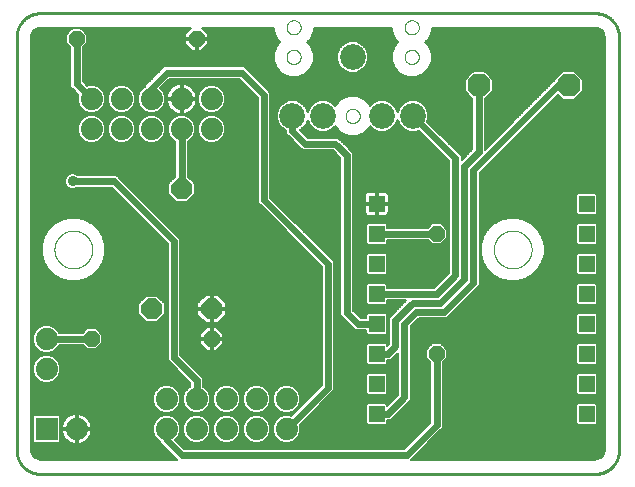
<source format=gtl>
G75*
%MOIN*%
%OFA0B0*%
%FSLAX25Y25*%
%IPPOS*%
%LPD*%
%AMOC8*
5,1,8,0,0,1.08239X$1,22.5*
%
%ADD10C,0.00000*%
%ADD11C,0.01000*%
%ADD12C,0.07400*%
%ADD13R,0.07400X0.07400*%
%ADD14C,0.08600*%
%ADD15OC8,0.07000*%
%ADD16OC8,0.07600*%
%ADD17R,0.05346X0.05346*%
%ADD18OC8,0.05200*%
%ADD19C,0.00600*%
%ADD20C,0.02400*%
%ADD21C,0.03569*%
D10*
X0014099Y0081103D02*
X0014101Y0081261D01*
X0014107Y0081419D01*
X0014117Y0081577D01*
X0014131Y0081735D01*
X0014149Y0081892D01*
X0014170Y0082049D01*
X0014196Y0082205D01*
X0014226Y0082361D01*
X0014259Y0082516D01*
X0014297Y0082669D01*
X0014338Y0082822D01*
X0014383Y0082974D01*
X0014432Y0083125D01*
X0014485Y0083274D01*
X0014541Y0083422D01*
X0014601Y0083568D01*
X0014665Y0083713D01*
X0014733Y0083856D01*
X0014804Y0083998D01*
X0014878Y0084138D01*
X0014956Y0084275D01*
X0015038Y0084411D01*
X0015122Y0084545D01*
X0015211Y0084676D01*
X0015302Y0084805D01*
X0015397Y0084932D01*
X0015494Y0085057D01*
X0015595Y0085179D01*
X0015699Y0085298D01*
X0015806Y0085415D01*
X0015916Y0085529D01*
X0016029Y0085640D01*
X0016144Y0085749D01*
X0016262Y0085854D01*
X0016383Y0085956D01*
X0016506Y0086056D01*
X0016632Y0086152D01*
X0016760Y0086245D01*
X0016890Y0086335D01*
X0017023Y0086421D01*
X0017158Y0086505D01*
X0017294Y0086584D01*
X0017433Y0086661D01*
X0017574Y0086733D01*
X0017716Y0086803D01*
X0017860Y0086868D01*
X0018006Y0086930D01*
X0018153Y0086988D01*
X0018302Y0087043D01*
X0018452Y0087094D01*
X0018603Y0087141D01*
X0018755Y0087184D01*
X0018908Y0087223D01*
X0019063Y0087259D01*
X0019218Y0087290D01*
X0019374Y0087318D01*
X0019530Y0087342D01*
X0019687Y0087362D01*
X0019845Y0087378D01*
X0020002Y0087390D01*
X0020161Y0087398D01*
X0020319Y0087402D01*
X0020477Y0087402D01*
X0020635Y0087398D01*
X0020794Y0087390D01*
X0020951Y0087378D01*
X0021109Y0087362D01*
X0021266Y0087342D01*
X0021422Y0087318D01*
X0021578Y0087290D01*
X0021733Y0087259D01*
X0021888Y0087223D01*
X0022041Y0087184D01*
X0022193Y0087141D01*
X0022344Y0087094D01*
X0022494Y0087043D01*
X0022643Y0086988D01*
X0022790Y0086930D01*
X0022936Y0086868D01*
X0023080Y0086803D01*
X0023222Y0086733D01*
X0023363Y0086661D01*
X0023502Y0086584D01*
X0023638Y0086505D01*
X0023773Y0086421D01*
X0023906Y0086335D01*
X0024036Y0086245D01*
X0024164Y0086152D01*
X0024290Y0086056D01*
X0024413Y0085956D01*
X0024534Y0085854D01*
X0024652Y0085749D01*
X0024767Y0085640D01*
X0024880Y0085529D01*
X0024990Y0085415D01*
X0025097Y0085298D01*
X0025201Y0085179D01*
X0025302Y0085057D01*
X0025399Y0084932D01*
X0025494Y0084805D01*
X0025585Y0084676D01*
X0025674Y0084545D01*
X0025758Y0084411D01*
X0025840Y0084275D01*
X0025918Y0084138D01*
X0025992Y0083998D01*
X0026063Y0083856D01*
X0026131Y0083713D01*
X0026195Y0083568D01*
X0026255Y0083422D01*
X0026311Y0083274D01*
X0026364Y0083125D01*
X0026413Y0082974D01*
X0026458Y0082822D01*
X0026499Y0082669D01*
X0026537Y0082516D01*
X0026570Y0082361D01*
X0026600Y0082205D01*
X0026626Y0082049D01*
X0026647Y0081892D01*
X0026665Y0081735D01*
X0026679Y0081577D01*
X0026689Y0081419D01*
X0026695Y0081261D01*
X0026697Y0081103D01*
X0026695Y0080945D01*
X0026689Y0080787D01*
X0026679Y0080629D01*
X0026665Y0080471D01*
X0026647Y0080314D01*
X0026626Y0080157D01*
X0026600Y0080001D01*
X0026570Y0079845D01*
X0026537Y0079690D01*
X0026499Y0079537D01*
X0026458Y0079384D01*
X0026413Y0079232D01*
X0026364Y0079081D01*
X0026311Y0078932D01*
X0026255Y0078784D01*
X0026195Y0078638D01*
X0026131Y0078493D01*
X0026063Y0078350D01*
X0025992Y0078208D01*
X0025918Y0078068D01*
X0025840Y0077931D01*
X0025758Y0077795D01*
X0025674Y0077661D01*
X0025585Y0077530D01*
X0025494Y0077401D01*
X0025399Y0077274D01*
X0025302Y0077149D01*
X0025201Y0077027D01*
X0025097Y0076908D01*
X0024990Y0076791D01*
X0024880Y0076677D01*
X0024767Y0076566D01*
X0024652Y0076457D01*
X0024534Y0076352D01*
X0024413Y0076250D01*
X0024290Y0076150D01*
X0024164Y0076054D01*
X0024036Y0075961D01*
X0023906Y0075871D01*
X0023773Y0075785D01*
X0023638Y0075701D01*
X0023502Y0075622D01*
X0023363Y0075545D01*
X0023222Y0075473D01*
X0023080Y0075403D01*
X0022936Y0075338D01*
X0022790Y0075276D01*
X0022643Y0075218D01*
X0022494Y0075163D01*
X0022344Y0075112D01*
X0022193Y0075065D01*
X0022041Y0075022D01*
X0021888Y0074983D01*
X0021733Y0074947D01*
X0021578Y0074916D01*
X0021422Y0074888D01*
X0021266Y0074864D01*
X0021109Y0074844D01*
X0020951Y0074828D01*
X0020794Y0074816D01*
X0020635Y0074808D01*
X0020477Y0074804D01*
X0020319Y0074804D01*
X0020161Y0074808D01*
X0020002Y0074816D01*
X0019845Y0074828D01*
X0019687Y0074844D01*
X0019530Y0074864D01*
X0019374Y0074888D01*
X0019218Y0074916D01*
X0019063Y0074947D01*
X0018908Y0074983D01*
X0018755Y0075022D01*
X0018603Y0075065D01*
X0018452Y0075112D01*
X0018302Y0075163D01*
X0018153Y0075218D01*
X0018006Y0075276D01*
X0017860Y0075338D01*
X0017716Y0075403D01*
X0017574Y0075473D01*
X0017433Y0075545D01*
X0017294Y0075622D01*
X0017158Y0075701D01*
X0017023Y0075785D01*
X0016890Y0075871D01*
X0016760Y0075961D01*
X0016632Y0076054D01*
X0016506Y0076150D01*
X0016383Y0076250D01*
X0016262Y0076352D01*
X0016144Y0076457D01*
X0016029Y0076566D01*
X0015916Y0076677D01*
X0015806Y0076791D01*
X0015699Y0076908D01*
X0015595Y0077027D01*
X0015494Y0077149D01*
X0015397Y0077274D01*
X0015302Y0077401D01*
X0015211Y0077530D01*
X0015122Y0077661D01*
X0015038Y0077795D01*
X0014956Y0077931D01*
X0014878Y0078068D01*
X0014804Y0078208D01*
X0014733Y0078350D01*
X0014665Y0078493D01*
X0014601Y0078638D01*
X0014541Y0078784D01*
X0014485Y0078932D01*
X0014432Y0079081D01*
X0014383Y0079232D01*
X0014338Y0079384D01*
X0014297Y0079537D01*
X0014259Y0079690D01*
X0014226Y0079845D01*
X0014196Y0080001D01*
X0014170Y0080157D01*
X0014149Y0080314D01*
X0014131Y0080471D01*
X0014117Y0080629D01*
X0014107Y0080787D01*
X0014101Y0080945D01*
X0014099Y0081103D01*
X0091453Y0145300D02*
X0091455Y0145397D01*
X0091461Y0145494D01*
X0091471Y0145590D01*
X0091485Y0145686D01*
X0091503Y0145782D01*
X0091524Y0145876D01*
X0091550Y0145970D01*
X0091579Y0146062D01*
X0091613Y0146153D01*
X0091649Y0146243D01*
X0091690Y0146331D01*
X0091734Y0146417D01*
X0091782Y0146502D01*
X0091833Y0146584D01*
X0091887Y0146665D01*
X0091945Y0146743D01*
X0092006Y0146818D01*
X0092069Y0146891D01*
X0092136Y0146962D01*
X0092206Y0147029D01*
X0092278Y0147094D01*
X0092353Y0147155D01*
X0092431Y0147214D01*
X0092510Y0147269D01*
X0092592Y0147321D01*
X0092676Y0147369D01*
X0092762Y0147414D01*
X0092850Y0147456D01*
X0092939Y0147494D01*
X0093030Y0147528D01*
X0093122Y0147558D01*
X0093215Y0147585D01*
X0093310Y0147607D01*
X0093405Y0147626D01*
X0093501Y0147641D01*
X0093597Y0147652D01*
X0093694Y0147659D01*
X0093791Y0147662D01*
X0093888Y0147661D01*
X0093985Y0147656D01*
X0094081Y0147647D01*
X0094177Y0147634D01*
X0094273Y0147617D01*
X0094368Y0147596D01*
X0094461Y0147572D01*
X0094554Y0147543D01*
X0094646Y0147511D01*
X0094736Y0147475D01*
X0094824Y0147436D01*
X0094911Y0147392D01*
X0094996Y0147346D01*
X0095079Y0147295D01*
X0095160Y0147242D01*
X0095238Y0147185D01*
X0095315Y0147125D01*
X0095388Y0147062D01*
X0095459Y0146996D01*
X0095527Y0146927D01*
X0095593Y0146855D01*
X0095655Y0146781D01*
X0095714Y0146704D01*
X0095770Y0146625D01*
X0095823Y0146543D01*
X0095873Y0146460D01*
X0095918Y0146374D01*
X0095961Y0146287D01*
X0096000Y0146198D01*
X0096035Y0146108D01*
X0096066Y0146016D01*
X0096093Y0145923D01*
X0096117Y0145829D01*
X0096137Y0145734D01*
X0096153Y0145638D01*
X0096165Y0145542D01*
X0096173Y0145445D01*
X0096177Y0145348D01*
X0096177Y0145252D01*
X0096173Y0145155D01*
X0096165Y0145058D01*
X0096153Y0144962D01*
X0096137Y0144866D01*
X0096117Y0144771D01*
X0096093Y0144677D01*
X0096066Y0144584D01*
X0096035Y0144492D01*
X0096000Y0144402D01*
X0095961Y0144313D01*
X0095918Y0144226D01*
X0095873Y0144140D01*
X0095823Y0144057D01*
X0095770Y0143975D01*
X0095714Y0143896D01*
X0095655Y0143819D01*
X0095593Y0143745D01*
X0095527Y0143673D01*
X0095459Y0143604D01*
X0095388Y0143538D01*
X0095315Y0143475D01*
X0095238Y0143415D01*
X0095160Y0143358D01*
X0095079Y0143305D01*
X0094996Y0143254D01*
X0094911Y0143208D01*
X0094824Y0143164D01*
X0094736Y0143125D01*
X0094646Y0143089D01*
X0094554Y0143057D01*
X0094461Y0143028D01*
X0094368Y0143004D01*
X0094273Y0142983D01*
X0094177Y0142966D01*
X0094081Y0142953D01*
X0093985Y0142944D01*
X0093888Y0142939D01*
X0093791Y0142938D01*
X0093694Y0142941D01*
X0093597Y0142948D01*
X0093501Y0142959D01*
X0093405Y0142974D01*
X0093310Y0142993D01*
X0093215Y0143015D01*
X0093122Y0143042D01*
X0093030Y0143072D01*
X0092939Y0143106D01*
X0092850Y0143144D01*
X0092762Y0143186D01*
X0092676Y0143231D01*
X0092592Y0143279D01*
X0092510Y0143331D01*
X0092431Y0143386D01*
X0092353Y0143445D01*
X0092278Y0143506D01*
X0092206Y0143571D01*
X0092136Y0143638D01*
X0092069Y0143709D01*
X0092006Y0143782D01*
X0091945Y0143857D01*
X0091887Y0143935D01*
X0091833Y0144016D01*
X0091782Y0144098D01*
X0091734Y0144183D01*
X0091690Y0144269D01*
X0091649Y0144357D01*
X0091613Y0144447D01*
X0091579Y0144538D01*
X0091550Y0144630D01*
X0091524Y0144724D01*
X0091503Y0144818D01*
X0091485Y0144914D01*
X0091471Y0145010D01*
X0091461Y0145106D01*
X0091455Y0145203D01*
X0091453Y0145300D01*
X0091453Y0155143D02*
X0091455Y0155240D01*
X0091461Y0155337D01*
X0091471Y0155433D01*
X0091485Y0155529D01*
X0091503Y0155625D01*
X0091524Y0155719D01*
X0091550Y0155813D01*
X0091579Y0155905D01*
X0091613Y0155996D01*
X0091649Y0156086D01*
X0091690Y0156174D01*
X0091734Y0156260D01*
X0091782Y0156345D01*
X0091833Y0156427D01*
X0091887Y0156508D01*
X0091945Y0156586D01*
X0092006Y0156661D01*
X0092069Y0156734D01*
X0092136Y0156805D01*
X0092206Y0156872D01*
X0092278Y0156937D01*
X0092353Y0156998D01*
X0092431Y0157057D01*
X0092510Y0157112D01*
X0092592Y0157164D01*
X0092676Y0157212D01*
X0092762Y0157257D01*
X0092850Y0157299D01*
X0092939Y0157337D01*
X0093030Y0157371D01*
X0093122Y0157401D01*
X0093215Y0157428D01*
X0093310Y0157450D01*
X0093405Y0157469D01*
X0093501Y0157484D01*
X0093597Y0157495D01*
X0093694Y0157502D01*
X0093791Y0157505D01*
X0093888Y0157504D01*
X0093985Y0157499D01*
X0094081Y0157490D01*
X0094177Y0157477D01*
X0094273Y0157460D01*
X0094368Y0157439D01*
X0094461Y0157415D01*
X0094554Y0157386D01*
X0094646Y0157354D01*
X0094736Y0157318D01*
X0094824Y0157279D01*
X0094911Y0157235D01*
X0094996Y0157189D01*
X0095079Y0157138D01*
X0095160Y0157085D01*
X0095238Y0157028D01*
X0095315Y0156968D01*
X0095388Y0156905D01*
X0095459Y0156839D01*
X0095527Y0156770D01*
X0095593Y0156698D01*
X0095655Y0156624D01*
X0095714Y0156547D01*
X0095770Y0156468D01*
X0095823Y0156386D01*
X0095873Y0156303D01*
X0095918Y0156217D01*
X0095961Y0156130D01*
X0096000Y0156041D01*
X0096035Y0155951D01*
X0096066Y0155859D01*
X0096093Y0155766D01*
X0096117Y0155672D01*
X0096137Y0155577D01*
X0096153Y0155481D01*
X0096165Y0155385D01*
X0096173Y0155288D01*
X0096177Y0155191D01*
X0096177Y0155095D01*
X0096173Y0154998D01*
X0096165Y0154901D01*
X0096153Y0154805D01*
X0096137Y0154709D01*
X0096117Y0154614D01*
X0096093Y0154520D01*
X0096066Y0154427D01*
X0096035Y0154335D01*
X0096000Y0154245D01*
X0095961Y0154156D01*
X0095918Y0154069D01*
X0095873Y0153983D01*
X0095823Y0153900D01*
X0095770Y0153818D01*
X0095714Y0153739D01*
X0095655Y0153662D01*
X0095593Y0153588D01*
X0095527Y0153516D01*
X0095459Y0153447D01*
X0095388Y0153381D01*
X0095315Y0153318D01*
X0095238Y0153258D01*
X0095160Y0153201D01*
X0095079Y0153148D01*
X0094996Y0153097D01*
X0094911Y0153051D01*
X0094824Y0153007D01*
X0094736Y0152968D01*
X0094646Y0152932D01*
X0094554Y0152900D01*
X0094461Y0152871D01*
X0094368Y0152847D01*
X0094273Y0152826D01*
X0094177Y0152809D01*
X0094081Y0152796D01*
X0093985Y0152787D01*
X0093888Y0152782D01*
X0093791Y0152781D01*
X0093694Y0152784D01*
X0093597Y0152791D01*
X0093501Y0152802D01*
X0093405Y0152817D01*
X0093310Y0152836D01*
X0093215Y0152858D01*
X0093122Y0152885D01*
X0093030Y0152915D01*
X0092939Y0152949D01*
X0092850Y0152987D01*
X0092762Y0153029D01*
X0092676Y0153074D01*
X0092592Y0153122D01*
X0092510Y0153174D01*
X0092431Y0153229D01*
X0092353Y0153288D01*
X0092278Y0153349D01*
X0092206Y0153414D01*
X0092136Y0153481D01*
X0092069Y0153552D01*
X0092006Y0153625D01*
X0091945Y0153700D01*
X0091887Y0153778D01*
X0091833Y0153859D01*
X0091782Y0153941D01*
X0091734Y0154026D01*
X0091690Y0154112D01*
X0091649Y0154200D01*
X0091613Y0154290D01*
X0091579Y0154381D01*
X0091550Y0154473D01*
X0091524Y0154567D01*
X0091503Y0154661D01*
X0091485Y0154757D01*
X0091471Y0154853D01*
X0091461Y0154949D01*
X0091455Y0155046D01*
X0091453Y0155143D01*
X0111138Y0125615D02*
X0111140Y0125712D01*
X0111146Y0125809D01*
X0111156Y0125905D01*
X0111170Y0126001D01*
X0111188Y0126097D01*
X0111209Y0126191D01*
X0111235Y0126285D01*
X0111264Y0126377D01*
X0111298Y0126468D01*
X0111334Y0126558D01*
X0111375Y0126646D01*
X0111419Y0126732D01*
X0111467Y0126817D01*
X0111518Y0126899D01*
X0111572Y0126980D01*
X0111630Y0127058D01*
X0111691Y0127133D01*
X0111754Y0127206D01*
X0111821Y0127277D01*
X0111891Y0127344D01*
X0111963Y0127409D01*
X0112038Y0127470D01*
X0112116Y0127529D01*
X0112195Y0127584D01*
X0112277Y0127636D01*
X0112361Y0127684D01*
X0112447Y0127729D01*
X0112535Y0127771D01*
X0112624Y0127809D01*
X0112715Y0127843D01*
X0112807Y0127873D01*
X0112900Y0127900D01*
X0112995Y0127922D01*
X0113090Y0127941D01*
X0113186Y0127956D01*
X0113282Y0127967D01*
X0113379Y0127974D01*
X0113476Y0127977D01*
X0113573Y0127976D01*
X0113670Y0127971D01*
X0113766Y0127962D01*
X0113862Y0127949D01*
X0113958Y0127932D01*
X0114053Y0127911D01*
X0114146Y0127887D01*
X0114239Y0127858D01*
X0114331Y0127826D01*
X0114421Y0127790D01*
X0114509Y0127751D01*
X0114596Y0127707D01*
X0114681Y0127661D01*
X0114764Y0127610D01*
X0114845Y0127557D01*
X0114923Y0127500D01*
X0115000Y0127440D01*
X0115073Y0127377D01*
X0115144Y0127311D01*
X0115212Y0127242D01*
X0115278Y0127170D01*
X0115340Y0127096D01*
X0115399Y0127019D01*
X0115455Y0126940D01*
X0115508Y0126858D01*
X0115558Y0126775D01*
X0115603Y0126689D01*
X0115646Y0126602D01*
X0115685Y0126513D01*
X0115720Y0126423D01*
X0115751Y0126331D01*
X0115778Y0126238D01*
X0115802Y0126144D01*
X0115822Y0126049D01*
X0115838Y0125953D01*
X0115850Y0125857D01*
X0115858Y0125760D01*
X0115862Y0125663D01*
X0115862Y0125567D01*
X0115858Y0125470D01*
X0115850Y0125373D01*
X0115838Y0125277D01*
X0115822Y0125181D01*
X0115802Y0125086D01*
X0115778Y0124992D01*
X0115751Y0124899D01*
X0115720Y0124807D01*
X0115685Y0124717D01*
X0115646Y0124628D01*
X0115603Y0124541D01*
X0115558Y0124455D01*
X0115508Y0124372D01*
X0115455Y0124290D01*
X0115399Y0124211D01*
X0115340Y0124134D01*
X0115278Y0124060D01*
X0115212Y0123988D01*
X0115144Y0123919D01*
X0115073Y0123853D01*
X0115000Y0123790D01*
X0114923Y0123730D01*
X0114845Y0123673D01*
X0114764Y0123620D01*
X0114681Y0123569D01*
X0114596Y0123523D01*
X0114509Y0123479D01*
X0114421Y0123440D01*
X0114331Y0123404D01*
X0114239Y0123372D01*
X0114146Y0123343D01*
X0114053Y0123319D01*
X0113958Y0123298D01*
X0113862Y0123281D01*
X0113766Y0123268D01*
X0113670Y0123259D01*
X0113573Y0123254D01*
X0113476Y0123253D01*
X0113379Y0123256D01*
X0113282Y0123263D01*
X0113186Y0123274D01*
X0113090Y0123289D01*
X0112995Y0123308D01*
X0112900Y0123330D01*
X0112807Y0123357D01*
X0112715Y0123387D01*
X0112624Y0123421D01*
X0112535Y0123459D01*
X0112447Y0123501D01*
X0112361Y0123546D01*
X0112277Y0123594D01*
X0112195Y0123646D01*
X0112116Y0123701D01*
X0112038Y0123760D01*
X0111963Y0123821D01*
X0111891Y0123886D01*
X0111821Y0123953D01*
X0111754Y0124024D01*
X0111691Y0124097D01*
X0111630Y0124172D01*
X0111572Y0124250D01*
X0111518Y0124331D01*
X0111467Y0124413D01*
X0111419Y0124498D01*
X0111375Y0124584D01*
X0111334Y0124672D01*
X0111298Y0124762D01*
X0111264Y0124853D01*
X0111235Y0124945D01*
X0111209Y0125039D01*
X0111188Y0125133D01*
X0111170Y0125229D01*
X0111156Y0125325D01*
X0111146Y0125421D01*
X0111140Y0125518D01*
X0111138Y0125615D01*
X0130823Y0145300D02*
X0130825Y0145397D01*
X0130831Y0145494D01*
X0130841Y0145590D01*
X0130855Y0145686D01*
X0130873Y0145782D01*
X0130894Y0145876D01*
X0130920Y0145970D01*
X0130949Y0146062D01*
X0130983Y0146153D01*
X0131019Y0146243D01*
X0131060Y0146331D01*
X0131104Y0146417D01*
X0131152Y0146502D01*
X0131203Y0146584D01*
X0131257Y0146665D01*
X0131315Y0146743D01*
X0131376Y0146818D01*
X0131439Y0146891D01*
X0131506Y0146962D01*
X0131576Y0147029D01*
X0131648Y0147094D01*
X0131723Y0147155D01*
X0131801Y0147214D01*
X0131880Y0147269D01*
X0131962Y0147321D01*
X0132046Y0147369D01*
X0132132Y0147414D01*
X0132220Y0147456D01*
X0132309Y0147494D01*
X0132400Y0147528D01*
X0132492Y0147558D01*
X0132585Y0147585D01*
X0132680Y0147607D01*
X0132775Y0147626D01*
X0132871Y0147641D01*
X0132967Y0147652D01*
X0133064Y0147659D01*
X0133161Y0147662D01*
X0133258Y0147661D01*
X0133355Y0147656D01*
X0133451Y0147647D01*
X0133547Y0147634D01*
X0133643Y0147617D01*
X0133738Y0147596D01*
X0133831Y0147572D01*
X0133924Y0147543D01*
X0134016Y0147511D01*
X0134106Y0147475D01*
X0134194Y0147436D01*
X0134281Y0147392D01*
X0134366Y0147346D01*
X0134449Y0147295D01*
X0134530Y0147242D01*
X0134608Y0147185D01*
X0134685Y0147125D01*
X0134758Y0147062D01*
X0134829Y0146996D01*
X0134897Y0146927D01*
X0134963Y0146855D01*
X0135025Y0146781D01*
X0135084Y0146704D01*
X0135140Y0146625D01*
X0135193Y0146543D01*
X0135243Y0146460D01*
X0135288Y0146374D01*
X0135331Y0146287D01*
X0135370Y0146198D01*
X0135405Y0146108D01*
X0135436Y0146016D01*
X0135463Y0145923D01*
X0135487Y0145829D01*
X0135507Y0145734D01*
X0135523Y0145638D01*
X0135535Y0145542D01*
X0135543Y0145445D01*
X0135547Y0145348D01*
X0135547Y0145252D01*
X0135543Y0145155D01*
X0135535Y0145058D01*
X0135523Y0144962D01*
X0135507Y0144866D01*
X0135487Y0144771D01*
X0135463Y0144677D01*
X0135436Y0144584D01*
X0135405Y0144492D01*
X0135370Y0144402D01*
X0135331Y0144313D01*
X0135288Y0144226D01*
X0135243Y0144140D01*
X0135193Y0144057D01*
X0135140Y0143975D01*
X0135084Y0143896D01*
X0135025Y0143819D01*
X0134963Y0143745D01*
X0134897Y0143673D01*
X0134829Y0143604D01*
X0134758Y0143538D01*
X0134685Y0143475D01*
X0134608Y0143415D01*
X0134530Y0143358D01*
X0134449Y0143305D01*
X0134366Y0143254D01*
X0134281Y0143208D01*
X0134194Y0143164D01*
X0134106Y0143125D01*
X0134016Y0143089D01*
X0133924Y0143057D01*
X0133831Y0143028D01*
X0133738Y0143004D01*
X0133643Y0142983D01*
X0133547Y0142966D01*
X0133451Y0142953D01*
X0133355Y0142944D01*
X0133258Y0142939D01*
X0133161Y0142938D01*
X0133064Y0142941D01*
X0132967Y0142948D01*
X0132871Y0142959D01*
X0132775Y0142974D01*
X0132680Y0142993D01*
X0132585Y0143015D01*
X0132492Y0143042D01*
X0132400Y0143072D01*
X0132309Y0143106D01*
X0132220Y0143144D01*
X0132132Y0143186D01*
X0132046Y0143231D01*
X0131962Y0143279D01*
X0131880Y0143331D01*
X0131801Y0143386D01*
X0131723Y0143445D01*
X0131648Y0143506D01*
X0131576Y0143571D01*
X0131506Y0143638D01*
X0131439Y0143709D01*
X0131376Y0143782D01*
X0131315Y0143857D01*
X0131257Y0143935D01*
X0131203Y0144016D01*
X0131152Y0144098D01*
X0131104Y0144183D01*
X0131060Y0144269D01*
X0131019Y0144357D01*
X0130983Y0144447D01*
X0130949Y0144538D01*
X0130920Y0144630D01*
X0130894Y0144724D01*
X0130873Y0144818D01*
X0130855Y0144914D01*
X0130841Y0145010D01*
X0130831Y0145106D01*
X0130825Y0145203D01*
X0130823Y0145300D01*
X0130823Y0155143D02*
X0130825Y0155240D01*
X0130831Y0155337D01*
X0130841Y0155433D01*
X0130855Y0155529D01*
X0130873Y0155625D01*
X0130894Y0155719D01*
X0130920Y0155813D01*
X0130949Y0155905D01*
X0130983Y0155996D01*
X0131019Y0156086D01*
X0131060Y0156174D01*
X0131104Y0156260D01*
X0131152Y0156345D01*
X0131203Y0156427D01*
X0131257Y0156508D01*
X0131315Y0156586D01*
X0131376Y0156661D01*
X0131439Y0156734D01*
X0131506Y0156805D01*
X0131576Y0156872D01*
X0131648Y0156937D01*
X0131723Y0156998D01*
X0131801Y0157057D01*
X0131880Y0157112D01*
X0131962Y0157164D01*
X0132046Y0157212D01*
X0132132Y0157257D01*
X0132220Y0157299D01*
X0132309Y0157337D01*
X0132400Y0157371D01*
X0132492Y0157401D01*
X0132585Y0157428D01*
X0132680Y0157450D01*
X0132775Y0157469D01*
X0132871Y0157484D01*
X0132967Y0157495D01*
X0133064Y0157502D01*
X0133161Y0157505D01*
X0133258Y0157504D01*
X0133355Y0157499D01*
X0133451Y0157490D01*
X0133547Y0157477D01*
X0133643Y0157460D01*
X0133738Y0157439D01*
X0133831Y0157415D01*
X0133924Y0157386D01*
X0134016Y0157354D01*
X0134106Y0157318D01*
X0134194Y0157279D01*
X0134281Y0157235D01*
X0134366Y0157189D01*
X0134449Y0157138D01*
X0134530Y0157085D01*
X0134608Y0157028D01*
X0134685Y0156968D01*
X0134758Y0156905D01*
X0134829Y0156839D01*
X0134897Y0156770D01*
X0134963Y0156698D01*
X0135025Y0156624D01*
X0135084Y0156547D01*
X0135140Y0156468D01*
X0135193Y0156386D01*
X0135243Y0156303D01*
X0135288Y0156217D01*
X0135331Y0156130D01*
X0135370Y0156041D01*
X0135405Y0155951D01*
X0135436Y0155859D01*
X0135463Y0155766D01*
X0135487Y0155672D01*
X0135507Y0155577D01*
X0135523Y0155481D01*
X0135535Y0155385D01*
X0135543Y0155288D01*
X0135547Y0155191D01*
X0135547Y0155095D01*
X0135543Y0154998D01*
X0135535Y0154901D01*
X0135523Y0154805D01*
X0135507Y0154709D01*
X0135487Y0154614D01*
X0135463Y0154520D01*
X0135436Y0154427D01*
X0135405Y0154335D01*
X0135370Y0154245D01*
X0135331Y0154156D01*
X0135288Y0154069D01*
X0135243Y0153983D01*
X0135193Y0153900D01*
X0135140Y0153818D01*
X0135084Y0153739D01*
X0135025Y0153662D01*
X0134963Y0153588D01*
X0134897Y0153516D01*
X0134829Y0153447D01*
X0134758Y0153381D01*
X0134685Y0153318D01*
X0134608Y0153258D01*
X0134530Y0153201D01*
X0134449Y0153148D01*
X0134366Y0153097D01*
X0134281Y0153051D01*
X0134194Y0153007D01*
X0134106Y0152968D01*
X0134016Y0152932D01*
X0133924Y0152900D01*
X0133831Y0152871D01*
X0133738Y0152847D01*
X0133643Y0152826D01*
X0133547Y0152809D01*
X0133451Y0152796D01*
X0133355Y0152787D01*
X0133258Y0152782D01*
X0133161Y0152781D01*
X0133064Y0152784D01*
X0132967Y0152791D01*
X0132871Y0152802D01*
X0132775Y0152817D01*
X0132680Y0152836D01*
X0132585Y0152858D01*
X0132492Y0152885D01*
X0132400Y0152915D01*
X0132309Y0152949D01*
X0132220Y0152987D01*
X0132132Y0153029D01*
X0132046Y0153074D01*
X0131962Y0153122D01*
X0131880Y0153174D01*
X0131801Y0153229D01*
X0131723Y0153288D01*
X0131648Y0153349D01*
X0131576Y0153414D01*
X0131506Y0153481D01*
X0131439Y0153552D01*
X0131376Y0153625D01*
X0131315Y0153700D01*
X0131257Y0153778D01*
X0131203Y0153859D01*
X0131152Y0153941D01*
X0131104Y0154026D01*
X0131060Y0154112D01*
X0131019Y0154200D01*
X0130983Y0154290D01*
X0130949Y0154381D01*
X0130920Y0154473D01*
X0130894Y0154567D01*
X0130873Y0154661D01*
X0130855Y0154757D01*
X0130841Y0154853D01*
X0130831Y0154949D01*
X0130825Y0155046D01*
X0130823Y0155143D01*
X0160555Y0081103D02*
X0160557Y0081261D01*
X0160563Y0081419D01*
X0160573Y0081577D01*
X0160587Y0081735D01*
X0160605Y0081892D01*
X0160626Y0082049D01*
X0160652Y0082205D01*
X0160682Y0082361D01*
X0160715Y0082516D01*
X0160753Y0082669D01*
X0160794Y0082822D01*
X0160839Y0082974D01*
X0160888Y0083125D01*
X0160941Y0083274D01*
X0160997Y0083422D01*
X0161057Y0083568D01*
X0161121Y0083713D01*
X0161189Y0083856D01*
X0161260Y0083998D01*
X0161334Y0084138D01*
X0161412Y0084275D01*
X0161494Y0084411D01*
X0161578Y0084545D01*
X0161667Y0084676D01*
X0161758Y0084805D01*
X0161853Y0084932D01*
X0161950Y0085057D01*
X0162051Y0085179D01*
X0162155Y0085298D01*
X0162262Y0085415D01*
X0162372Y0085529D01*
X0162485Y0085640D01*
X0162600Y0085749D01*
X0162718Y0085854D01*
X0162839Y0085956D01*
X0162962Y0086056D01*
X0163088Y0086152D01*
X0163216Y0086245D01*
X0163346Y0086335D01*
X0163479Y0086421D01*
X0163614Y0086505D01*
X0163750Y0086584D01*
X0163889Y0086661D01*
X0164030Y0086733D01*
X0164172Y0086803D01*
X0164316Y0086868D01*
X0164462Y0086930D01*
X0164609Y0086988D01*
X0164758Y0087043D01*
X0164908Y0087094D01*
X0165059Y0087141D01*
X0165211Y0087184D01*
X0165364Y0087223D01*
X0165519Y0087259D01*
X0165674Y0087290D01*
X0165830Y0087318D01*
X0165986Y0087342D01*
X0166143Y0087362D01*
X0166301Y0087378D01*
X0166458Y0087390D01*
X0166617Y0087398D01*
X0166775Y0087402D01*
X0166933Y0087402D01*
X0167091Y0087398D01*
X0167250Y0087390D01*
X0167407Y0087378D01*
X0167565Y0087362D01*
X0167722Y0087342D01*
X0167878Y0087318D01*
X0168034Y0087290D01*
X0168189Y0087259D01*
X0168344Y0087223D01*
X0168497Y0087184D01*
X0168649Y0087141D01*
X0168800Y0087094D01*
X0168950Y0087043D01*
X0169099Y0086988D01*
X0169246Y0086930D01*
X0169392Y0086868D01*
X0169536Y0086803D01*
X0169678Y0086733D01*
X0169819Y0086661D01*
X0169958Y0086584D01*
X0170094Y0086505D01*
X0170229Y0086421D01*
X0170362Y0086335D01*
X0170492Y0086245D01*
X0170620Y0086152D01*
X0170746Y0086056D01*
X0170869Y0085956D01*
X0170990Y0085854D01*
X0171108Y0085749D01*
X0171223Y0085640D01*
X0171336Y0085529D01*
X0171446Y0085415D01*
X0171553Y0085298D01*
X0171657Y0085179D01*
X0171758Y0085057D01*
X0171855Y0084932D01*
X0171950Y0084805D01*
X0172041Y0084676D01*
X0172130Y0084545D01*
X0172214Y0084411D01*
X0172296Y0084275D01*
X0172374Y0084138D01*
X0172448Y0083998D01*
X0172519Y0083856D01*
X0172587Y0083713D01*
X0172651Y0083568D01*
X0172711Y0083422D01*
X0172767Y0083274D01*
X0172820Y0083125D01*
X0172869Y0082974D01*
X0172914Y0082822D01*
X0172955Y0082669D01*
X0172993Y0082516D01*
X0173026Y0082361D01*
X0173056Y0082205D01*
X0173082Y0082049D01*
X0173103Y0081892D01*
X0173121Y0081735D01*
X0173135Y0081577D01*
X0173145Y0081419D01*
X0173151Y0081261D01*
X0173153Y0081103D01*
X0173151Y0080945D01*
X0173145Y0080787D01*
X0173135Y0080629D01*
X0173121Y0080471D01*
X0173103Y0080314D01*
X0173082Y0080157D01*
X0173056Y0080001D01*
X0173026Y0079845D01*
X0172993Y0079690D01*
X0172955Y0079537D01*
X0172914Y0079384D01*
X0172869Y0079232D01*
X0172820Y0079081D01*
X0172767Y0078932D01*
X0172711Y0078784D01*
X0172651Y0078638D01*
X0172587Y0078493D01*
X0172519Y0078350D01*
X0172448Y0078208D01*
X0172374Y0078068D01*
X0172296Y0077931D01*
X0172214Y0077795D01*
X0172130Y0077661D01*
X0172041Y0077530D01*
X0171950Y0077401D01*
X0171855Y0077274D01*
X0171758Y0077149D01*
X0171657Y0077027D01*
X0171553Y0076908D01*
X0171446Y0076791D01*
X0171336Y0076677D01*
X0171223Y0076566D01*
X0171108Y0076457D01*
X0170990Y0076352D01*
X0170869Y0076250D01*
X0170746Y0076150D01*
X0170620Y0076054D01*
X0170492Y0075961D01*
X0170362Y0075871D01*
X0170229Y0075785D01*
X0170094Y0075701D01*
X0169958Y0075622D01*
X0169819Y0075545D01*
X0169678Y0075473D01*
X0169536Y0075403D01*
X0169392Y0075338D01*
X0169246Y0075276D01*
X0169099Y0075218D01*
X0168950Y0075163D01*
X0168800Y0075112D01*
X0168649Y0075065D01*
X0168497Y0075022D01*
X0168344Y0074983D01*
X0168189Y0074947D01*
X0168034Y0074916D01*
X0167878Y0074888D01*
X0167722Y0074864D01*
X0167565Y0074844D01*
X0167407Y0074828D01*
X0167250Y0074816D01*
X0167091Y0074808D01*
X0166933Y0074804D01*
X0166775Y0074804D01*
X0166617Y0074808D01*
X0166458Y0074816D01*
X0166301Y0074828D01*
X0166143Y0074844D01*
X0165986Y0074864D01*
X0165830Y0074888D01*
X0165674Y0074916D01*
X0165519Y0074947D01*
X0165364Y0074983D01*
X0165211Y0075022D01*
X0165059Y0075065D01*
X0164908Y0075112D01*
X0164758Y0075163D01*
X0164609Y0075218D01*
X0164462Y0075276D01*
X0164316Y0075338D01*
X0164172Y0075403D01*
X0164030Y0075473D01*
X0163889Y0075545D01*
X0163750Y0075622D01*
X0163614Y0075701D01*
X0163479Y0075785D01*
X0163346Y0075871D01*
X0163216Y0075961D01*
X0163088Y0076054D01*
X0162962Y0076150D01*
X0162839Y0076250D01*
X0162718Y0076352D01*
X0162600Y0076457D01*
X0162485Y0076566D01*
X0162372Y0076677D01*
X0162262Y0076791D01*
X0162155Y0076908D01*
X0162051Y0077027D01*
X0161950Y0077149D01*
X0161853Y0077274D01*
X0161758Y0077401D01*
X0161667Y0077530D01*
X0161578Y0077661D01*
X0161494Y0077795D01*
X0161412Y0077931D01*
X0161334Y0078068D01*
X0161260Y0078208D01*
X0161189Y0078350D01*
X0161121Y0078493D01*
X0161057Y0078638D01*
X0160997Y0078784D01*
X0160941Y0078932D01*
X0160888Y0079081D01*
X0160839Y0079232D01*
X0160794Y0079384D01*
X0160753Y0079537D01*
X0160715Y0079690D01*
X0160682Y0079845D01*
X0160652Y0080001D01*
X0160626Y0080157D01*
X0160605Y0080314D01*
X0160587Y0080471D01*
X0160573Y0080629D01*
X0160563Y0080787D01*
X0160557Y0080945D01*
X0160555Y0081103D01*
D11*
X0194413Y0006300D02*
X0009374Y0006300D01*
X0009184Y0006302D01*
X0008994Y0006309D01*
X0008804Y0006321D01*
X0008614Y0006337D01*
X0008425Y0006357D01*
X0008236Y0006383D01*
X0008048Y0006412D01*
X0007861Y0006447D01*
X0007675Y0006486D01*
X0007490Y0006529D01*
X0007305Y0006577D01*
X0007122Y0006629D01*
X0006941Y0006685D01*
X0006761Y0006746D01*
X0006582Y0006812D01*
X0006405Y0006881D01*
X0006229Y0006955D01*
X0006056Y0007033D01*
X0005884Y0007116D01*
X0005715Y0007202D01*
X0005547Y0007292D01*
X0005382Y0007387D01*
X0005219Y0007485D01*
X0005059Y0007588D01*
X0004901Y0007694D01*
X0004746Y0007804D01*
X0004593Y0007917D01*
X0004443Y0008035D01*
X0004297Y0008156D01*
X0004153Y0008280D01*
X0004012Y0008408D01*
X0003874Y0008539D01*
X0003739Y0008674D01*
X0003608Y0008812D01*
X0003480Y0008953D01*
X0003356Y0009097D01*
X0003235Y0009243D01*
X0003117Y0009393D01*
X0003004Y0009546D01*
X0002894Y0009701D01*
X0002788Y0009859D01*
X0002685Y0010019D01*
X0002587Y0010182D01*
X0002492Y0010347D01*
X0002402Y0010515D01*
X0002316Y0010684D01*
X0002233Y0010856D01*
X0002155Y0011029D01*
X0002081Y0011205D01*
X0002012Y0011382D01*
X0001946Y0011561D01*
X0001885Y0011741D01*
X0001829Y0011922D01*
X0001777Y0012105D01*
X0001729Y0012290D01*
X0001686Y0012475D01*
X0001647Y0012661D01*
X0001612Y0012848D01*
X0001583Y0013036D01*
X0001557Y0013225D01*
X0001537Y0013414D01*
X0001521Y0013604D01*
X0001509Y0013794D01*
X0001502Y0013984D01*
X0001500Y0014174D01*
X0001500Y0151969D01*
X0001502Y0152159D01*
X0001509Y0152349D01*
X0001521Y0152539D01*
X0001537Y0152729D01*
X0001557Y0152918D01*
X0001583Y0153107D01*
X0001612Y0153295D01*
X0001647Y0153482D01*
X0001686Y0153668D01*
X0001729Y0153853D01*
X0001777Y0154038D01*
X0001829Y0154221D01*
X0001885Y0154402D01*
X0001946Y0154582D01*
X0002012Y0154761D01*
X0002081Y0154938D01*
X0002155Y0155114D01*
X0002233Y0155287D01*
X0002316Y0155459D01*
X0002402Y0155628D01*
X0002492Y0155796D01*
X0002587Y0155961D01*
X0002685Y0156124D01*
X0002788Y0156284D01*
X0002894Y0156442D01*
X0003004Y0156597D01*
X0003117Y0156750D01*
X0003235Y0156900D01*
X0003356Y0157046D01*
X0003480Y0157190D01*
X0003608Y0157331D01*
X0003739Y0157469D01*
X0003874Y0157604D01*
X0004012Y0157735D01*
X0004153Y0157863D01*
X0004297Y0157987D01*
X0004443Y0158108D01*
X0004593Y0158226D01*
X0004746Y0158339D01*
X0004901Y0158449D01*
X0005059Y0158555D01*
X0005219Y0158658D01*
X0005382Y0158756D01*
X0005547Y0158851D01*
X0005715Y0158941D01*
X0005884Y0159027D01*
X0006056Y0159110D01*
X0006229Y0159188D01*
X0006405Y0159262D01*
X0006582Y0159331D01*
X0006761Y0159397D01*
X0006941Y0159458D01*
X0007122Y0159514D01*
X0007305Y0159566D01*
X0007490Y0159614D01*
X0007675Y0159657D01*
X0007861Y0159696D01*
X0008048Y0159731D01*
X0008236Y0159760D01*
X0008425Y0159786D01*
X0008614Y0159806D01*
X0008804Y0159822D01*
X0008994Y0159834D01*
X0009184Y0159841D01*
X0009374Y0159843D01*
X0194413Y0159843D01*
X0194603Y0159841D01*
X0194793Y0159834D01*
X0194983Y0159822D01*
X0195173Y0159806D01*
X0195362Y0159786D01*
X0195551Y0159760D01*
X0195739Y0159731D01*
X0195926Y0159696D01*
X0196112Y0159657D01*
X0196297Y0159614D01*
X0196482Y0159566D01*
X0196665Y0159514D01*
X0196846Y0159458D01*
X0197026Y0159397D01*
X0197205Y0159331D01*
X0197382Y0159262D01*
X0197558Y0159188D01*
X0197731Y0159110D01*
X0197903Y0159027D01*
X0198072Y0158941D01*
X0198240Y0158851D01*
X0198405Y0158756D01*
X0198568Y0158658D01*
X0198728Y0158555D01*
X0198886Y0158449D01*
X0199041Y0158339D01*
X0199194Y0158226D01*
X0199344Y0158108D01*
X0199490Y0157987D01*
X0199634Y0157863D01*
X0199775Y0157735D01*
X0199913Y0157604D01*
X0200048Y0157469D01*
X0200179Y0157331D01*
X0200307Y0157190D01*
X0200431Y0157046D01*
X0200552Y0156900D01*
X0200670Y0156750D01*
X0200783Y0156597D01*
X0200893Y0156442D01*
X0200999Y0156284D01*
X0201102Y0156124D01*
X0201200Y0155961D01*
X0201295Y0155796D01*
X0201385Y0155628D01*
X0201471Y0155459D01*
X0201554Y0155287D01*
X0201632Y0155114D01*
X0201706Y0154938D01*
X0201775Y0154761D01*
X0201841Y0154582D01*
X0201902Y0154402D01*
X0201958Y0154221D01*
X0202010Y0154038D01*
X0202058Y0153853D01*
X0202101Y0153668D01*
X0202140Y0153482D01*
X0202175Y0153295D01*
X0202204Y0153107D01*
X0202230Y0152918D01*
X0202250Y0152729D01*
X0202266Y0152539D01*
X0202278Y0152349D01*
X0202285Y0152159D01*
X0202287Y0151969D01*
X0202287Y0014174D01*
X0202285Y0013984D01*
X0202278Y0013794D01*
X0202266Y0013604D01*
X0202250Y0013414D01*
X0202230Y0013225D01*
X0202204Y0013036D01*
X0202175Y0012848D01*
X0202140Y0012661D01*
X0202101Y0012475D01*
X0202058Y0012290D01*
X0202010Y0012105D01*
X0201958Y0011922D01*
X0201902Y0011741D01*
X0201841Y0011561D01*
X0201775Y0011382D01*
X0201706Y0011205D01*
X0201632Y0011029D01*
X0201554Y0010856D01*
X0201471Y0010684D01*
X0201385Y0010515D01*
X0201295Y0010347D01*
X0201200Y0010182D01*
X0201102Y0010019D01*
X0200999Y0009859D01*
X0200893Y0009701D01*
X0200783Y0009546D01*
X0200670Y0009393D01*
X0200552Y0009243D01*
X0200431Y0009097D01*
X0200307Y0008953D01*
X0200179Y0008812D01*
X0200048Y0008674D01*
X0199913Y0008539D01*
X0199775Y0008408D01*
X0199634Y0008280D01*
X0199490Y0008156D01*
X0199344Y0008035D01*
X0199194Y0007917D01*
X0199041Y0007804D01*
X0198886Y0007694D01*
X0198728Y0007588D01*
X0198568Y0007485D01*
X0198405Y0007387D01*
X0198240Y0007292D01*
X0198072Y0007202D01*
X0197903Y0007116D01*
X0197731Y0007033D01*
X0197558Y0006955D01*
X0197382Y0006881D01*
X0197205Y0006812D01*
X0197026Y0006746D01*
X0196846Y0006685D01*
X0196665Y0006629D01*
X0196482Y0006577D01*
X0196297Y0006529D01*
X0196112Y0006486D01*
X0195926Y0006447D01*
X0195739Y0006412D01*
X0195551Y0006383D01*
X0195362Y0006357D01*
X0195173Y0006337D01*
X0194983Y0006321D01*
X0194793Y0006309D01*
X0194603Y0006302D01*
X0194413Y0006300D01*
D12*
X0091500Y0021300D03*
X0081500Y0021300D03*
X0071500Y0021300D03*
X0061500Y0021300D03*
X0051500Y0021300D03*
X0051500Y0031300D03*
X0061500Y0031300D03*
X0071500Y0031300D03*
X0081500Y0031300D03*
X0091500Y0031300D03*
X0021500Y0021300D03*
X0011500Y0041300D03*
X0011500Y0051300D03*
X0026500Y0121300D03*
X0036500Y0121300D03*
X0046500Y0121300D03*
X0056500Y0121300D03*
X0066500Y0121300D03*
X0066500Y0131300D03*
X0056500Y0131300D03*
X0046500Y0131300D03*
X0036500Y0131300D03*
X0026500Y0131300D03*
D13*
X0011500Y0021300D03*
D14*
X0093421Y0125615D03*
X0103657Y0125615D03*
X0123343Y0125615D03*
X0133579Y0125615D03*
X0113500Y0145300D03*
D15*
X0056500Y0101300D03*
X0046500Y0061300D03*
X0066500Y0061300D03*
D16*
X0155539Y0135800D03*
X0185461Y0135800D03*
D17*
X0191500Y0096300D03*
X0191500Y0086300D03*
X0191500Y0076300D03*
X0191500Y0066300D03*
X0191500Y0056300D03*
X0191500Y0046300D03*
X0191500Y0036300D03*
X0191500Y0026300D03*
X0121500Y0026300D03*
X0121500Y0036300D03*
X0121500Y0046300D03*
X0121500Y0056300D03*
X0121500Y0066300D03*
X0121500Y0076300D03*
X0121500Y0086300D03*
X0121500Y0096300D03*
D18*
X0141500Y0086300D03*
X0141500Y0046300D03*
X0066500Y0051300D03*
X0026500Y0051300D03*
X0021500Y0151300D03*
X0061500Y0151300D03*
D19*
X0061800Y0151140D02*
X0088396Y0151140D01*
X0088167Y0151369D02*
X0089314Y0150221D01*
X0088167Y0149074D01*
X0087153Y0146625D01*
X0087153Y0143975D01*
X0088167Y0141526D01*
X0090041Y0139652D01*
X0092490Y0138638D01*
X0095140Y0138638D01*
X0097589Y0139652D01*
X0099463Y0141526D01*
X0100477Y0143975D01*
X0100477Y0146625D01*
X0099463Y0149074D01*
X0098315Y0150221D01*
X0099463Y0151369D01*
X0100477Y0153817D01*
X0100477Y0155043D01*
X0126523Y0155043D01*
X0126523Y0153817D01*
X0127537Y0151369D01*
X0128685Y0150221D01*
X0127537Y0149074D01*
X0126523Y0146625D01*
X0126523Y0143975D01*
X0127537Y0141526D01*
X0129411Y0139652D01*
X0131860Y0138638D01*
X0134510Y0138638D01*
X0136959Y0139652D01*
X0138833Y0141526D01*
X0139847Y0143975D01*
X0139847Y0146625D01*
X0138833Y0149074D01*
X0137686Y0150221D01*
X0138833Y0151369D01*
X0139847Y0153817D01*
X0139847Y0155043D01*
X0194413Y0155043D01*
X0194894Y0155005D01*
X0195809Y0154708D01*
X0196587Y0154143D01*
X0197152Y0153365D01*
X0197450Y0152450D01*
X0197487Y0151969D01*
X0197487Y0014174D01*
X0197450Y0013693D01*
X0197152Y0012778D01*
X0196587Y0012000D01*
X0195809Y0011435D01*
X0194894Y0011138D01*
X0194413Y0011100D01*
X0133020Y0011100D01*
X0142370Y0020450D01*
X0143600Y0021680D01*
X0143600Y0043450D01*
X0145000Y0044850D01*
X0145000Y0047750D01*
X0142950Y0049800D01*
X0140050Y0049800D01*
X0138000Y0047750D01*
X0138000Y0044850D01*
X0139400Y0043450D01*
X0139400Y0023420D01*
X0130630Y0014650D01*
X0057370Y0014650D01*
X0054363Y0017657D01*
X0055400Y0018694D01*
X0056100Y0020385D01*
X0056100Y0022215D01*
X0055400Y0023906D01*
X0054106Y0025200D01*
X0052415Y0025900D01*
X0050585Y0025900D01*
X0048894Y0025200D01*
X0047600Y0023906D01*
X0046900Y0022215D01*
X0046900Y0020385D01*
X0047600Y0018694D01*
X0048894Y0017400D01*
X0049400Y0017191D01*
X0049400Y0016680D01*
X0054980Y0011100D01*
X0009374Y0011100D01*
X0008893Y0011138D01*
X0007978Y0011435D01*
X0007200Y0012000D01*
X0006635Y0012778D01*
X0006338Y0013693D01*
X0006300Y0014174D01*
X0006300Y0151969D01*
X0006338Y0152450D01*
X0006635Y0153365D01*
X0007200Y0154143D01*
X0007978Y0154708D01*
X0008893Y0155005D01*
X0009374Y0155043D01*
X0059728Y0155043D01*
X0057600Y0152915D01*
X0057600Y0151600D01*
X0061200Y0151600D01*
X0061200Y0151000D01*
X0057600Y0151000D01*
X0057600Y0149685D01*
X0059885Y0147400D01*
X0061200Y0147400D01*
X0061200Y0151000D01*
X0061800Y0151000D01*
X0061800Y0151600D01*
X0065400Y0151600D01*
X0065400Y0152915D01*
X0063272Y0155043D01*
X0087153Y0155043D01*
X0087153Y0153817D01*
X0088167Y0151369D01*
X0088014Y0151738D02*
X0065400Y0151738D01*
X0065400Y0152337D02*
X0087766Y0152337D01*
X0087518Y0152935D02*
X0065380Y0152935D01*
X0064782Y0153534D02*
X0087270Y0153534D01*
X0087153Y0154132D02*
X0064183Y0154132D01*
X0063585Y0154731D02*
X0087153Y0154731D01*
X0088994Y0150541D02*
X0065400Y0150541D01*
X0065400Y0151000D02*
X0061800Y0151000D01*
X0061800Y0147400D01*
X0063115Y0147400D01*
X0065400Y0149685D01*
X0065400Y0151000D01*
X0065400Y0149943D02*
X0089036Y0149943D01*
X0088437Y0149344D02*
X0065060Y0149344D01*
X0064461Y0148746D02*
X0088031Y0148746D01*
X0087783Y0148147D02*
X0063863Y0148147D01*
X0063264Y0147549D02*
X0087535Y0147549D01*
X0087287Y0146950D02*
X0023600Y0146950D01*
X0023600Y0146352D02*
X0087153Y0146352D01*
X0087153Y0145753D02*
X0023600Y0145753D01*
X0023600Y0145155D02*
X0087153Y0145155D01*
X0087153Y0144556D02*
X0023600Y0144556D01*
X0023600Y0143958D02*
X0087160Y0143958D01*
X0087408Y0143359D02*
X0023600Y0143359D01*
X0023600Y0142761D02*
X0087656Y0142761D01*
X0087904Y0142162D02*
X0023600Y0142162D01*
X0023600Y0141564D02*
X0050044Y0141564D01*
X0050630Y0142150D02*
X0049400Y0140920D01*
X0044400Y0135920D01*
X0044400Y0135409D01*
X0043894Y0135200D01*
X0042600Y0133906D01*
X0041900Y0132215D01*
X0041900Y0130385D01*
X0042600Y0128694D01*
X0043894Y0127400D01*
X0045585Y0126700D01*
X0047415Y0126700D01*
X0049106Y0127400D01*
X0050400Y0128694D01*
X0051100Y0130385D01*
X0051100Y0132215D01*
X0050400Y0133906D01*
X0049363Y0134943D01*
X0052370Y0137950D01*
X0075630Y0137950D01*
X0081900Y0131680D01*
X0081900Y0096680D01*
X0083130Y0095450D01*
X0103150Y0075430D01*
X0103150Y0035920D01*
X0092921Y0025691D01*
X0092415Y0025900D01*
X0090585Y0025900D01*
X0088894Y0025200D01*
X0087600Y0023906D01*
X0086900Y0022215D01*
X0086900Y0020385D01*
X0087600Y0018694D01*
X0088894Y0017400D01*
X0090585Y0016700D01*
X0092415Y0016700D01*
X0094106Y0017400D01*
X0095400Y0018694D01*
X0096100Y0020385D01*
X0096100Y0022215D01*
X0095891Y0022721D01*
X0107350Y0034180D01*
X0107350Y0077170D01*
X0106120Y0078400D01*
X0086100Y0098420D01*
X0086100Y0133420D01*
X0084870Y0134650D01*
X0077370Y0142150D01*
X0050630Y0142150D01*
X0049445Y0140965D02*
X0023600Y0140965D01*
X0023600Y0140367D02*
X0048847Y0140367D01*
X0048248Y0139768D02*
X0023600Y0139768D01*
X0023600Y0139170D02*
X0047650Y0139170D01*
X0047051Y0138571D02*
X0023600Y0138571D01*
X0023600Y0137972D02*
X0046453Y0137972D01*
X0045854Y0137374D02*
X0023600Y0137374D01*
X0023600Y0137170D02*
X0023600Y0148450D01*
X0025000Y0149850D01*
X0025000Y0152750D01*
X0022950Y0154800D01*
X0020050Y0154800D01*
X0018000Y0152750D01*
X0018000Y0149850D01*
X0019400Y0148450D01*
X0019400Y0135430D01*
X0020630Y0134200D01*
X0022109Y0132721D01*
X0021900Y0132215D01*
X0021900Y0130385D01*
X0022600Y0128694D01*
X0023894Y0127400D01*
X0025585Y0126700D01*
X0027415Y0126700D01*
X0029106Y0127400D01*
X0030400Y0128694D01*
X0031100Y0130385D01*
X0031100Y0132215D01*
X0030400Y0133906D01*
X0029106Y0135200D01*
X0027415Y0135900D01*
X0025585Y0135900D01*
X0025079Y0135691D01*
X0023600Y0137170D01*
X0023994Y0136775D02*
X0045256Y0136775D01*
X0044657Y0136177D02*
X0024593Y0136177D01*
X0028191Y0135578D02*
X0034809Y0135578D01*
X0035585Y0135900D02*
X0033894Y0135200D01*
X0032600Y0133906D01*
X0031900Y0132215D01*
X0031900Y0130385D01*
X0032600Y0128694D01*
X0033894Y0127400D01*
X0035585Y0126700D01*
X0037415Y0126700D01*
X0039106Y0127400D01*
X0040400Y0128694D01*
X0041100Y0130385D01*
X0041100Y0132215D01*
X0040400Y0133906D01*
X0039106Y0135200D01*
X0037415Y0135900D01*
X0035585Y0135900D01*
X0033675Y0134980D02*
X0029325Y0134980D01*
X0029924Y0134381D02*
X0033076Y0134381D01*
X0032549Y0133783D02*
X0030451Y0133783D01*
X0030698Y0133184D02*
X0032302Y0133184D01*
X0032054Y0132586D02*
X0030946Y0132586D01*
X0031100Y0131987D02*
X0031900Y0131987D01*
X0031900Y0131389D02*
X0031100Y0131389D01*
X0031100Y0130790D02*
X0031900Y0130790D01*
X0031980Y0130192D02*
X0031020Y0130192D01*
X0030772Y0129593D02*
X0032228Y0129593D01*
X0032476Y0128995D02*
X0030524Y0128995D01*
X0030102Y0128396D02*
X0032898Y0128396D01*
X0033497Y0127798D02*
X0029503Y0127798D01*
X0028620Y0127199D02*
X0034380Y0127199D01*
X0035585Y0125900D02*
X0033894Y0125200D01*
X0032600Y0123906D01*
X0031900Y0122215D01*
X0031900Y0120385D01*
X0032600Y0118694D01*
X0033894Y0117400D01*
X0035585Y0116700D01*
X0037415Y0116700D01*
X0039106Y0117400D01*
X0040400Y0118694D01*
X0041100Y0120385D01*
X0041100Y0122215D01*
X0040400Y0123906D01*
X0039106Y0125200D01*
X0037415Y0125900D01*
X0035585Y0125900D01*
X0034387Y0125404D02*
X0028613Y0125404D01*
X0029106Y0125200D02*
X0027415Y0125900D01*
X0025585Y0125900D01*
X0023894Y0125200D01*
X0022600Y0123906D01*
X0021900Y0122215D01*
X0021900Y0120385D01*
X0022600Y0118694D01*
X0023894Y0117400D01*
X0025585Y0116700D01*
X0027415Y0116700D01*
X0029106Y0117400D01*
X0030400Y0118694D01*
X0031100Y0120385D01*
X0031100Y0122215D01*
X0030400Y0123906D01*
X0029106Y0125200D01*
X0029500Y0124805D02*
X0033500Y0124805D01*
X0032901Y0124207D02*
X0030099Y0124207D01*
X0030523Y0123608D02*
X0032477Y0123608D01*
X0032229Y0123010D02*
X0030771Y0123010D01*
X0031019Y0122411D02*
X0031981Y0122411D01*
X0031900Y0121813D02*
X0031100Y0121813D01*
X0031100Y0121214D02*
X0031900Y0121214D01*
X0031900Y0120616D02*
X0031100Y0120616D01*
X0030948Y0120017D02*
X0032052Y0120017D01*
X0032300Y0119419D02*
X0030700Y0119419D01*
X0030452Y0118820D02*
X0032548Y0118820D01*
X0033073Y0118222D02*
X0029927Y0118222D01*
X0029328Y0117623D02*
X0033672Y0117623D01*
X0034801Y0117025D02*
X0028199Y0117025D01*
X0024801Y0117025D02*
X0006300Y0117025D01*
X0006300Y0117623D02*
X0023672Y0117623D01*
X0023073Y0118222D02*
X0006300Y0118222D01*
X0006300Y0118820D02*
X0022548Y0118820D01*
X0022300Y0119419D02*
X0006300Y0119419D01*
X0006300Y0120017D02*
X0022052Y0120017D01*
X0021900Y0120616D02*
X0006300Y0120616D01*
X0006300Y0121214D02*
X0021900Y0121214D01*
X0021900Y0121813D02*
X0006300Y0121813D01*
X0006300Y0122411D02*
X0021981Y0122411D01*
X0022229Y0123010D02*
X0006300Y0123010D01*
X0006300Y0123608D02*
X0022477Y0123608D01*
X0022901Y0124207D02*
X0006300Y0124207D01*
X0006300Y0124805D02*
X0023500Y0124805D01*
X0024387Y0125404D02*
X0006300Y0125404D01*
X0006300Y0126002D02*
X0081900Y0126002D01*
X0081900Y0125404D02*
X0068613Y0125404D01*
X0069106Y0125200D02*
X0067415Y0125900D01*
X0065585Y0125900D01*
X0063894Y0125200D01*
X0062600Y0123906D01*
X0061900Y0122215D01*
X0061900Y0120385D01*
X0062600Y0118694D01*
X0063894Y0117400D01*
X0065585Y0116700D01*
X0067415Y0116700D01*
X0069106Y0117400D01*
X0070400Y0118694D01*
X0071100Y0120385D01*
X0071100Y0122215D01*
X0070400Y0123906D01*
X0069106Y0125200D01*
X0069500Y0124805D02*
X0081900Y0124805D01*
X0081900Y0124207D02*
X0070099Y0124207D01*
X0070523Y0123608D02*
X0081900Y0123608D01*
X0081900Y0123010D02*
X0070771Y0123010D01*
X0071019Y0122411D02*
X0081900Y0122411D01*
X0081900Y0121813D02*
X0071100Y0121813D01*
X0071100Y0121214D02*
X0081900Y0121214D01*
X0081900Y0120616D02*
X0071100Y0120616D01*
X0070948Y0120017D02*
X0081900Y0120017D01*
X0081900Y0119419D02*
X0070700Y0119419D01*
X0070452Y0118820D02*
X0081900Y0118820D01*
X0081900Y0118222D02*
X0069927Y0118222D01*
X0069328Y0117623D02*
X0081900Y0117623D01*
X0081900Y0117025D02*
X0068199Y0117025D01*
X0064801Y0117025D02*
X0058600Y0117025D01*
X0058600Y0117191D02*
X0059106Y0117400D01*
X0060400Y0118694D01*
X0061100Y0120385D01*
X0061100Y0122215D01*
X0060400Y0123906D01*
X0059106Y0125200D01*
X0057415Y0125900D01*
X0055585Y0125900D01*
X0053894Y0125200D01*
X0052600Y0123906D01*
X0051900Y0122215D01*
X0051900Y0120385D01*
X0052600Y0118694D01*
X0053894Y0117400D01*
X0054400Y0117191D01*
X0054400Y0105423D01*
X0052100Y0103123D01*
X0052100Y0099477D01*
X0054677Y0096900D01*
X0058323Y0096900D01*
X0060900Y0099477D01*
X0060900Y0103123D01*
X0058600Y0105423D01*
X0058600Y0117191D01*
X0058600Y0116426D02*
X0081900Y0116426D01*
X0081900Y0115828D02*
X0058600Y0115828D01*
X0058600Y0115229D02*
X0081900Y0115229D01*
X0081900Y0114631D02*
X0058600Y0114631D01*
X0058600Y0114032D02*
X0081900Y0114032D01*
X0081900Y0113434D02*
X0058600Y0113434D01*
X0058600Y0112835D02*
X0081900Y0112835D01*
X0081900Y0112237D02*
X0058600Y0112237D01*
X0058600Y0111638D02*
X0081900Y0111638D01*
X0081900Y0111039D02*
X0058600Y0111039D01*
X0058600Y0110441D02*
X0081900Y0110441D01*
X0081900Y0109842D02*
X0058600Y0109842D01*
X0058600Y0109244D02*
X0081900Y0109244D01*
X0081900Y0108645D02*
X0058600Y0108645D01*
X0058600Y0108047D02*
X0081900Y0108047D01*
X0081900Y0107448D02*
X0058600Y0107448D01*
X0058600Y0106850D02*
X0081900Y0106850D01*
X0081900Y0106251D02*
X0058600Y0106251D01*
X0058600Y0105653D02*
X0081900Y0105653D01*
X0081900Y0105054D02*
X0058968Y0105054D01*
X0059567Y0104456D02*
X0081900Y0104456D01*
X0081900Y0103857D02*
X0060165Y0103857D01*
X0060764Y0103259D02*
X0081900Y0103259D01*
X0081900Y0102660D02*
X0060900Y0102660D01*
X0060900Y0102062D02*
X0081900Y0102062D01*
X0081900Y0101463D02*
X0060900Y0101463D01*
X0060900Y0100865D02*
X0081900Y0100865D01*
X0081900Y0100266D02*
X0060900Y0100266D01*
X0060900Y0099668D02*
X0081900Y0099668D01*
X0081900Y0099069D02*
X0060492Y0099069D01*
X0059893Y0098471D02*
X0081900Y0098471D01*
X0081900Y0097872D02*
X0059295Y0097872D01*
X0058696Y0097274D02*
X0081900Y0097274D01*
X0081905Y0096675D02*
X0044095Y0096675D01*
X0044693Y0096077D02*
X0082503Y0096077D01*
X0083102Y0095478D02*
X0045292Y0095478D01*
X0045890Y0094880D02*
X0083700Y0094880D01*
X0084299Y0094281D02*
X0046489Y0094281D01*
X0047087Y0093683D02*
X0084897Y0093683D01*
X0085496Y0093084D02*
X0047686Y0093084D01*
X0048284Y0092486D02*
X0086095Y0092486D01*
X0086693Y0091887D02*
X0048883Y0091887D01*
X0049481Y0091289D02*
X0087292Y0091289D01*
X0087890Y0090690D02*
X0050080Y0090690D01*
X0050678Y0090092D02*
X0088489Y0090092D01*
X0089087Y0089493D02*
X0051277Y0089493D01*
X0051875Y0088895D02*
X0089686Y0088895D01*
X0090284Y0088296D02*
X0052474Y0088296D01*
X0053072Y0087698D02*
X0090883Y0087698D01*
X0091481Y0087099D02*
X0053671Y0087099D01*
X0054269Y0086501D02*
X0092080Y0086501D01*
X0092678Y0085902D02*
X0054868Y0085902D01*
X0055466Y0085303D02*
X0093277Y0085303D01*
X0093875Y0084705D02*
X0056065Y0084705D01*
X0056100Y0084670D02*
X0036100Y0104670D01*
X0034870Y0105900D01*
X0021946Y0105900D01*
X0021770Y0106076D01*
X0020784Y0106484D01*
X0019716Y0106484D01*
X0018729Y0106076D01*
X0017974Y0105320D01*
X0017566Y0104334D01*
X0017566Y0103266D01*
X0017974Y0102279D01*
X0018729Y0101524D01*
X0019716Y0101116D01*
X0020784Y0101116D01*
X0021770Y0101524D01*
X0021946Y0101700D01*
X0033130Y0101700D01*
X0051900Y0082930D01*
X0051900Y0044180D01*
X0059400Y0036680D01*
X0059400Y0035409D01*
X0058894Y0035200D01*
X0057600Y0033906D01*
X0056900Y0032215D01*
X0056900Y0030385D01*
X0057600Y0028694D01*
X0058894Y0027400D01*
X0060585Y0026700D01*
X0062415Y0026700D01*
X0064106Y0027400D01*
X0065400Y0028694D01*
X0066100Y0030385D01*
X0066100Y0032215D01*
X0065400Y0033906D01*
X0064106Y0035200D01*
X0063600Y0035409D01*
X0063600Y0038420D01*
X0056100Y0045920D01*
X0056100Y0084670D01*
X0056100Y0084106D02*
X0094474Y0084106D01*
X0095072Y0083508D02*
X0056100Y0083508D01*
X0056100Y0082909D02*
X0095671Y0082909D01*
X0096269Y0082311D02*
X0056100Y0082311D01*
X0056100Y0081712D02*
X0096868Y0081712D01*
X0097466Y0081114D02*
X0056100Y0081114D01*
X0056100Y0080515D02*
X0098065Y0080515D01*
X0098663Y0079917D02*
X0056100Y0079917D01*
X0056100Y0079318D02*
X0099262Y0079318D01*
X0099860Y0078720D02*
X0056100Y0078720D01*
X0056100Y0078121D02*
X0100459Y0078121D01*
X0101057Y0077523D02*
X0056100Y0077523D01*
X0056100Y0076924D02*
X0101656Y0076924D01*
X0102254Y0076326D02*
X0056100Y0076326D01*
X0056100Y0075727D02*
X0102853Y0075727D01*
X0103150Y0075129D02*
X0056100Y0075129D01*
X0056100Y0074530D02*
X0103150Y0074530D01*
X0103150Y0073932D02*
X0056100Y0073932D01*
X0056100Y0073333D02*
X0103150Y0073333D01*
X0103150Y0072735D02*
X0056100Y0072735D01*
X0056100Y0072136D02*
X0103150Y0072136D01*
X0103150Y0071538D02*
X0056100Y0071538D01*
X0056100Y0070939D02*
X0103150Y0070939D01*
X0103150Y0070341D02*
X0056100Y0070341D01*
X0056100Y0069742D02*
X0103150Y0069742D01*
X0103150Y0069144D02*
X0056100Y0069144D01*
X0056100Y0068545D02*
X0103150Y0068545D01*
X0103150Y0067947D02*
X0056100Y0067947D01*
X0056100Y0067348D02*
X0103150Y0067348D01*
X0103150Y0066750D02*
X0056100Y0066750D01*
X0056100Y0066151D02*
X0103150Y0066151D01*
X0103150Y0065553D02*
X0069036Y0065553D01*
X0068488Y0066100D02*
X0066800Y0066100D01*
X0066800Y0061600D01*
X0071300Y0061600D01*
X0071300Y0063288D01*
X0068488Y0066100D01*
X0069634Y0064954D02*
X0103150Y0064954D01*
X0103150Y0064356D02*
X0070233Y0064356D01*
X0070831Y0063757D02*
X0103150Y0063757D01*
X0103150Y0063159D02*
X0071300Y0063159D01*
X0071300Y0062560D02*
X0103150Y0062560D01*
X0103150Y0061962D02*
X0071300Y0061962D01*
X0071300Y0061000D02*
X0066800Y0061000D01*
X0066800Y0061600D01*
X0066200Y0061600D01*
X0066200Y0066100D01*
X0064512Y0066100D01*
X0061700Y0063288D01*
X0061700Y0061600D01*
X0066200Y0061600D01*
X0066200Y0061000D01*
X0066800Y0061000D01*
X0066800Y0056500D01*
X0068488Y0056500D01*
X0071300Y0059312D01*
X0071300Y0061000D01*
X0071300Y0060765D02*
X0103150Y0060765D01*
X0103150Y0061363D02*
X0066800Y0061363D01*
X0066800Y0060765D02*
X0066200Y0060765D01*
X0066200Y0061000D02*
X0066200Y0056500D01*
X0064512Y0056500D01*
X0061700Y0059312D01*
X0061700Y0061000D01*
X0066200Y0061000D01*
X0066200Y0061363D02*
X0056100Y0061363D01*
X0056100Y0060765D02*
X0061700Y0060765D01*
X0061700Y0060166D02*
X0056100Y0060166D01*
X0056100Y0059568D02*
X0061700Y0059568D01*
X0062043Y0058969D02*
X0056100Y0058969D01*
X0056100Y0058370D02*
X0062641Y0058370D01*
X0063240Y0057772D02*
X0056100Y0057772D01*
X0056100Y0057173D02*
X0063838Y0057173D01*
X0064437Y0056575D02*
X0056100Y0056575D01*
X0056100Y0055976D02*
X0103150Y0055976D01*
X0103150Y0055378D02*
X0056100Y0055378D01*
X0056100Y0054779D02*
X0064464Y0054779D01*
X0064885Y0055200D02*
X0062600Y0052915D01*
X0062600Y0051600D01*
X0066200Y0051600D01*
X0066200Y0055200D01*
X0064885Y0055200D01*
X0066200Y0054779D02*
X0066800Y0054779D01*
X0066800Y0055200D02*
X0068115Y0055200D01*
X0070400Y0052915D01*
X0070400Y0051600D01*
X0066800Y0051600D01*
X0066800Y0051000D01*
X0070400Y0051000D01*
X0070400Y0049685D01*
X0068115Y0047400D01*
X0066800Y0047400D01*
X0066800Y0051000D01*
X0066200Y0051000D01*
X0066200Y0047400D01*
X0064885Y0047400D01*
X0062600Y0049685D01*
X0062600Y0051000D01*
X0066200Y0051000D01*
X0066200Y0051600D01*
X0066800Y0051600D01*
X0066800Y0055200D01*
X0066800Y0054181D02*
X0066200Y0054181D01*
X0066200Y0053582D02*
X0066800Y0053582D01*
X0066800Y0052984D02*
X0066200Y0052984D01*
X0066200Y0052385D02*
X0066800Y0052385D01*
X0066800Y0051787D02*
X0066200Y0051787D01*
X0066200Y0051188D02*
X0056100Y0051188D01*
X0056100Y0050590D02*
X0062600Y0050590D01*
X0062600Y0049991D02*
X0056100Y0049991D01*
X0056100Y0049393D02*
X0062892Y0049393D01*
X0063490Y0048794D02*
X0056100Y0048794D01*
X0056100Y0048196D02*
X0064089Y0048196D01*
X0064687Y0047597D02*
X0056100Y0047597D01*
X0056100Y0046999D02*
X0103150Y0046999D01*
X0103150Y0047597D02*
X0068313Y0047597D01*
X0068911Y0048196D02*
X0103150Y0048196D01*
X0103150Y0048794D02*
X0069510Y0048794D01*
X0070108Y0049393D02*
X0103150Y0049393D01*
X0103150Y0049991D02*
X0070400Y0049991D01*
X0070400Y0050590D02*
X0103150Y0050590D01*
X0103150Y0051188D02*
X0066800Y0051188D01*
X0066800Y0050590D02*
X0066200Y0050590D01*
X0066200Y0049991D02*
X0066800Y0049991D01*
X0066800Y0049393D02*
X0066200Y0049393D01*
X0066200Y0048794D02*
X0066800Y0048794D01*
X0066800Y0048196D02*
X0066200Y0048196D01*
X0066200Y0047597D02*
X0066800Y0047597D01*
X0070400Y0051787D02*
X0103150Y0051787D01*
X0103150Y0052385D02*
X0070400Y0052385D01*
X0070332Y0052984D02*
X0103150Y0052984D01*
X0103150Y0053582D02*
X0069733Y0053582D01*
X0069134Y0054181D02*
X0103150Y0054181D01*
X0103150Y0054779D02*
X0068536Y0054779D01*
X0068563Y0056575D02*
X0103150Y0056575D01*
X0103150Y0057173D02*
X0069162Y0057173D01*
X0069760Y0057772D02*
X0103150Y0057772D01*
X0103150Y0058370D02*
X0070359Y0058370D01*
X0070957Y0058969D02*
X0103150Y0058969D01*
X0103150Y0059568D02*
X0071300Y0059568D01*
X0071300Y0060166D02*
X0103150Y0060166D01*
X0107350Y0060166D02*
X0109400Y0060166D01*
X0109400Y0059568D02*
X0107350Y0059568D01*
X0107350Y0058969D02*
X0109611Y0058969D01*
X0109400Y0059180D02*
X0110630Y0057950D01*
X0114380Y0054200D01*
X0117927Y0054200D01*
X0117927Y0053254D01*
X0118454Y0052727D01*
X0124546Y0052727D01*
X0125073Y0053254D01*
X0125073Y0059346D01*
X0124546Y0059873D01*
X0118454Y0059873D01*
X0117927Y0059346D01*
X0117927Y0058400D01*
X0116120Y0058400D01*
X0113600Y0060920D01*
X0113600Y0113420D01*
X0109850Y0117170D01*
X0108620Y0118400D01*
X0098620Y0118400D01*
X0095975Y0121044D01*
X0096367Y0121207D01*
X0097830Y0122669D01*
X0098539Y0124383D01*
X0099249Y0122669D01*
X0100712Y0121207D01*
X0102623Y0120415D01*
X0104692Y0120415D01*
X0106603Y0121207D01*
X0107672Y0122276D01*
X0107852Y0121841D01*
X0109726Y0119967D01*
X0112175Y0118953D01*
X0114825Y0118953D01*
X0117274Y0119967D01*
X0119148Y0121841D01*
X0119328Y0122276D01*
X0120397Y0121207D01*
X0122308Y0120415D01*
X0124377Y0120415D01*
X0126288Y0121207D01*
X0127751Y0122669D01*
X0128461Y0124383D01*
X0129170Y0122669D01*
X0130633Y0121207D01*
X0132544Y0120415D01*
X0134613Y0120415D01*
X0135459Y0120765D01*
X0145650Y0110574D01*
X0145650Y0073420D01*
X0140630Y0068400D01*
X0125073Y0068400D01*
X0125073Y0069346D01*
X0124546Y0069873D01*
X0118454Y0069873D01*
X0117927Y0069346D01*
X0117927Y0063254D01*
X0118454Y0062727D01*
X0124546Y0062727D01*
X0125073Y0063254D01*
X0125073Y0064200D01*
X0131430Y0064200D01*
X0131400Y0064170D01*
X0125650Y0058420D01*
X0125650Y0049670D01*
X0125073Y0049093D01*
X0125073Y0049346D01*
X0124546Y0049873D01*
X0118454Y0049873D01*
X0117927Y0049346D01*
X0117927Y0043254D01*
X0118454Y0042727D01*
X0124546Y0042727D01*
X0125073Y0043254D01*
X0125073Y0044200D01*
X0126120Y0044200D01*
X0128620Y0046700D01*
X0128650Y0046730D01*
X0128650Y0032670D01*
X0125073Y0029093D01*
X0125073Y0029346D01*
X0124546Y0029873D01*
X0118454Y0029873D01*
X0117927Y0029346D01*
X0117927Y0023254D01*
X0118454Y0022727D01*
X0124546Y0022727D01*
X0125073Y0023254D01*
X0125073Y0024200D01*
X0126120Y0024200D01*
X0131620Y0029700D01*
X0132850Y0030930D01*
X0132850Y0055437D01*
X0135612Y0058200D01*
X0144855Y0058200D01*
X0154620Y0067965D01*
X0155850Y0069195D01*
X0155850Y0106687D01*
X0181888Y0132726D01*
X0183514Y0131100D01*
X0187407Y0131100D01*
X0190161Y0133853D01*
X0190161Y0137747D01*
X0187407Y0140500D01*
X0183514Y0140500D01*
X0180761Y0137747D01*
X0180761Y0137538D01*
X0157639Y0114417D01*
X0157639Y0131253D01*
X0160239Y0133853D01*
X0160239Y0137747D01*
X0157486Y0140500D01*
X0153593Y0140500D01*
X0150839Y0137747D01*
X0150839Y0133853D01*
X0153439Y0131253D01*
X0153439Y0114459D01*
X0149850Y0110870D01*
X0149850Y0112314D01*
X0148620Y0113544D01*
X0138428Y0123735D01*
X0138779Y0124581D01*
X0138779Y0126649D01*
X0137987Y0128561D01*
X0136524Y0130023D01*
X0134613Y0130815D01*
X0132544Y0130815D01*
X0130633Y0130023D01*
X0129170Y0128561D01*
X0128461Y0126847D01*
X0127751Y0128561D01*
X0126288Y0130023D01*
X0124377Y0130815D01*
X0122308Y0130815D01*
X0120397Y0130023D01*
X0119328Y0128954D01*
X0119148Y0129389D01*
X0117274Y0131263D01*
X0114825Y0132277D01*
X0112175Y0132277D01*
X0109726Y0131263D01*
X0107852Y0129389D01*
X0107672Y0128954D01*
X0106603Y0130023D01*
X0104692Y0130815D01*
X0102623Y0130815D01*
X0100712Y0130023D01*
X0099249Y0128561D01*
X0098539Y0126847D01*
X0097830Y0128561D01*
X0096367Y0130023D01*
X0094456Y0130815D01*
X0092387Y0130815D01*
X0090476Y0130023D01*
X0089013Y0128561D01*
X0088221Y0126649D01*
X0088221Y0124581D01*
X0089013Y0122669D01*
X0090476Y0121207D01*
X0091321Y0120856D01*
X0091321Y0119759D01*
X0092551Y0118529D01*
X0095650Y0115430D01*
X0096880Y0114200D01*
X0106880Y0114200D01*
X0109400Y0111680D01*
X0109400Y0059180D01*
X0110210Y0058370D02*
X0107350Y0058370D01*
X0107350Y0057772D02*
X0110808Y0057772D01*
X0111407Y0057173D02*
X0107350Y0057173D01*
X0107350Y0056575D02*
X0112005Y0056575D01*
X0112604Y0055976D02*
X0107350Y0055976D01*
X0107350Y0055378D02*
X0113202Y0055378D01*
X0113801Y0054779D02*
X0107350Y0054779D01*
X0107350Y0054181D02*
X0117927Y0054181D01*
X0117927Y0053582D02*
X0107350Y0053582D01*
X0107350Y0052984D02*
X0118197Y0052984D01*
X0117974Y0049393D02*
X0107350Y0049393D01*
X0107350Y0049991D02*
X0125650Y0049991D01*
X0125650Y0050590D02*
X0107350Y0050590D01*
X0107350Y0051188D02*
X0125650Y0051188D01*
X0125650Y0051787D02*
X0107350Y0051787D01*
X0107350Y0052385D02*
X0125650Y0052385D01*
X0125650Y0052984D02*
X0124803Y0052984D01*
X0125073Y0053582D02*
X0125650Y0053582D01*
X0125650Y0054181D02*
X0125073Y0054181D01*
X0125073Y0054779D02*
X0125650Y0054779D01*
X0125650Y0055378D02*
X0125073Y0055378D01*
X0125073Y0055976D02*
X0125650Y0055976D01*
X0125650Y0056575D02*
X0125073Y0056575D01*
X0125073Y0057173D02*
X0125650Y0057173D01*
X0125650Y0057772D02*
X0125073Y0057772D01*
X0125073Y0058370D02*
X0125650Y0058370D01*
X0126199Y0058969D02*
X0125073Y0058969D01*
X0124852Y0059568D02*
X0126798Y0059568D01*
X0127396Y0060166D02*
X0114354Y0060166D01*
X0114952Y0059568D02*
X0118148Y0059568D01*
X0117927Y0058969D02*
X0115551Y0058969D01*
X0113755Y0060765D02*
X0127995Y0060765D01*
X0128593Y0061363D02*
X0113600Y0061363D01*
X0113600Y0061962D02*
X0129192Y0061962D01*
X0129790Y0062560D02*
X0113600Y0062560D01*
X0113600Y0063159D02*
X0118022Y0063159D01*
X0117927Y0063757D02*
X0113600Y0063757D01*
X0113600Y0064356D02*
X0117927Y0064356D01*
X0117927Y0064954D02*
X0113600Y0064954D01*
X0113600Y0065553D02*
X0117927Y0065553D01*
X0117927Y0066151D02*
X0113600Y0066151D01*
X0113600Y0066750D02*
X0117927Y0066750D01*
X0117927Y0067348D02*
X0113600Y0067348D01*
X0113600Y0067947D02*
X0117927Y0067947D01*
X0117927Y0068545D02*
X0113600Y0068545D01*
X0113600Y0069144D02*
X0117927Y0069144D01*
X0118323Y0069742D02*
X0113600Y0069742D01*
X0113600Y0070341D02*
X0142571Y0070341D01*
X0143169Y0070939D02*
X0113600Y0070939D01*
X0113600Y0071538D02*
X0143768Y0071538D01*
X0144366Y0072136D02*
X0113600Y0072136D01*
X0113600Y0072735D02*
X0118446Y0072735D01*
X0118454Y0072727D02*
X0124546Y0072727D01*
X0125073Y0073254D01*
X0125073Y0079346D01*
X0124546Y0079873D01*
X0118454Y0079873D01*
X0117927Y0079346D01*
X0117927Y0073254D01*
X0118454Y0072727D01*
X0117927Y0073333D02*
X0113600Y0073333D01*
X0113600Y0073932D02*
X0117927Y0073932D01*
X0117927Y0074530D02*
X0113600Y0074530D01*
X0113600Y0075129D02*
X0117927Y0075129D01*
X0117927Y0075727D02*
X0113600Y0075727D01*
X0113600Y0076326D02*
X0117927Y0076326D01*
X0117927Y0076924D02*
X0113600Y0076924D01*
X0113600Y0077523D02*
X0117927Y0077523D01*
X0117927Y0078121D02*
X0113600Y0078121D01*
X0113600Y0078720D02*
X0117927Y0078720D01*
X0117927Y0079318D02*
X0113600Y0079318D01*
X0113600Y0079917D02*
X0145650Y0079917D01*
X0145650Y0080515D02*
X0113600Y0080515D01*
X0113600Y0081114D02*
X0145650Y0081114D01*
X0145650Y0081712D02*
X0113600Y0081712D01*
X0113600Y0082311D02*
X0145650Y0082311D01*
X0145650Y0082909D02*
X0143059Y0082909D01*
X0142950Y0082800D02*
X0145000Y0084850D01*
X0145000Y0087750D01*
X0142950Y0089800D01*
X0140050Y0089800D01*
X0138650Y0088400D01*
X0125073Y0088400D01*
X0125073Y0089346D01*
X0124546Y0089873D01*
X0118454Y0089873D01*
X0117927Y0089346D01*
X0117927Y0083254D01*
X0118454Y0082727D01*
X0124546Y0082727D01*
X0125073Y0083254D01*
X0125073Y0084200D01*
X0138650Y0084200D01*
X0140050Y0082800D01*
X0142950Y0082800D01*
X0143658Y0083508D02*
X0145650Y0083508D01*
X0145650Y0084106D02*
X0144256Y0084106D01*
X0144855Y0084705D02*
X0145650Y0084705D01*
X0145650Y0085303D02*
X0145000Y0085303D01*
X0145000Y0085902D02*
X0145650Y0085902D01*
X0145650Y0086501D02*
X0145000Y0086501D01*
X0145000Y0087099D02*
X0145650Y0087099D01*
X0145650Y0087698D02*
X0145000Y0087698D01*
X0144454Y0088296D02*
X0145650Y0088296D01*
X0145650Y0088895D02*
X0143855Y0088895D01*
X0143257Y0089493D02*
X0145650Y0089493D01*
X0145650Y0090092D02*
X0113600Y0090092D01*
X0113600Y0090690D02*
X0145650Y0090690D01*
X0145650Y0091289D02*
X0113600Y0091289D01*
X0113600Y0091887D02*
X0145650Y0091887D01*
X0145650Y0092486D02*
X0124797Y0092486D01*
X0124675Y0092415D02*
X0124971Y0092587D01*
X0125213Y0092829D01*
X0125385Y0093125D01*
X0125473Y0093456D01*
X0125473Y0096000D01*
X0121800Y0096000D01*
X0121800Y0096600D01*
X0125473Y0096600D01*
X0125473Y0099144D01*
X0125385Y0099475D01*
X0125213Y0099771D01*
X0124971Y0100013D01*
X0124675Y0100185D01*
X0124344Y0100273D01*
X0121800Y0100273D01*
X0121800Y0096600D01*
X0121200Y0096600D01*
X0121200Y0100273D01*
X0118656Y0100273D01*
X0118325Y0100185D01*
X0118029Y0100013D01*
X0117787Y0099771D01*
X0117615Y0099475D01*
X0117527Y0099144D01*
X0117527Y0096600D01*
X0121200Y0096600D01*
X0121200Y0096000D01*
X0121800Y0096000D01*
X0121800Y0092327D01*
X0124344Y0092327D01*
X0124675Y0092415D01*
X0125361Y0093084D02*
X0145650Y0093084D01*
X0145650Y0093683D02*
X0125473Y0093683D01*
X0125473Y0094281D02*
X0145650Y0094281D01*
X0145650Y0094880D02*
X0125473Y0094880D01*
X0125473Y0095478D02*
X0145650Y0095478D01*
X0145650Y0096077D02*
X0121800Y0096077D01*
X0121800Y0096675D02*
X0121200Y0096675D01*
X0121200Y0096077D02*
X0113600Y0096077D01*
X0113600Y0096675D02*
X0117527Y0096675D01*
X0117527Y0097274D02*
X0113600Y0097274D01*
X0113600Y0097872D02*
X0117527Y0097872D01*
X0117527Y0098471D02*
X0113600Y0098471D01*
X0113600Y0099069D02*
X0117527Y0099069D01*
X0117727Y0099668D02*
X0113600Y0099668D01*
X0113600Y0100266D02*
X0118630Y0100266D01*
X0121200Y0100266D02*
X0121800Y0100266D01*
X0121800Y0099668D02*
X0121200Y0099668D01*
X0121200Y0099069D02*
X0121800Y0099069D01*
X0121800Y0098471D02*
X0121200Y0098471D01*
X0121200Y0097872D02*
X0121800Y0097872D01*
X0121800Y0097274D02*
X0121200Y0097274D01*
X0121200Y0096000D02*
X0117527Y0096000D01*
X0117527Y0093456D01*
X0117615Y0093125D01*
X0117787Y0092829D01*
X0118029Y0092587D01*
X0118325Y0092415D01*
X0118656Y0092327D01*
X0121200Y0092327D01*
X0121200Y0096000D01*
X0121200Y0095478D02*
X0121800Y0095478D01*
X0121800Y0094880D02*
X0121200Y0094880D01*
X0121200Y0094281D02*
X0121800Y0094281D01*
X0121800Y0093683D02*
X0121200Y0093683D01*
X0121200Y0093084D02*
X0121800Y0093084D01*
X0121800Y0092486D02*
X0121200Y0092486D01*
X0118203Y0092486D02*
X0113600Y0092486D01*
X0113600Y0093084D02*
X0117639Y0093084D01*
X0117527Y0093683D02*
X0113600Y0093683D01*
X0113600Y0094281D02*
X0117527Y0094281D01*
X0117527Y0094880D02*
X0113600Y0094880D01*
X0113600Y0095478D02*
X0117527Y0095478D01*
X0113600Y0100865D02*
X0145650Y0100865D01*
X0145650Y0101463D02*
X0113600Y0101463D01*
X0113600Y0102062D02*
X0145650Y0102062D01*
X0145650Y0102660D02*
X0113600Y0102660D01*
X0113600Y0103259D02*
X0145650Y0103259D01*
X0145650Y0103857D02*
X0113600Y0103857D01*
X0113600Y0104456D02*
X0145650Y0104456D01*
X0145650Y0105054D02*
X0113600Y0105054D01*
X0113600Y0105653D02*
X0145650Y0105653D01*
X0145650Y0106251D02*
X0113600Y0106251D01*
X0113600Y0106850D02*
X0145650Y0106850D01*
X0145650Y0107448D02*
X0113600Y0107448D01*
X0113600Y0108047D02*
X0145650Y0108047D01*
X0145650Y0108645D02*
X0113600Y0108645D01*
X0113600Y0109244D02*
X0145650Y0109244D01*
X0145650Y0109842D02*
X0113600Y0109842D01*
X0113600Y0110441D02*
X0145650Y0110441D01*
X0145184Y0111039D02*
X0113600Y0111039D01*
X0113600Y0111638D02*
X0144586Y0111638D01*
X0143987Y0112237D02*
X0113600Y0112237D01*
X0113600Y0112835D02*
X0143389Y0112835D01*
X0142790Y0113434D02*
X0113586Y0113434D01*
X0112988Y0114032D02*
X0142192Y0114032D01*
X0141593Y0114631D02*
X0112389Y0114631D01*
X0111791Y0115229D02*
X0140995Y0115229D01*
X0140396Y0115828D02*
X0111192Y0115828D01*
X0110594Y0116426D02*
X0139798Y0116426D01*
X0139199Y0117025D02*
X0109995Y0117025D01*
X0109397Y0117623D02*
X0138601Y0117623D01*
X0138002Y0118222D02*
X0108798Y0118222D01*
X0109676Y0120017D02*
X0097003Y0120017D01*
X0097601Y0119419D02*
X0111050Y0119419D01*
X0109078Y0120616D02*
X0105176Y0120616D01*
X0106611Y0121214D02*
X0108479Y0121214D01*
X0107880Y0121813D02*
X0107209Y0121813D01*
X0102139Y0120616D02*
X0096404Y0120616D01*
X0096374Y0121214D02*
X0100704Y0121214D01*
X0100106Y0121813D02*
X0096973Y0121813D01*
X0097571Y0122411D02*
X0099507Y0122411D01*
X0099108Y0123010D02*
X0097971Y0123010D01*
X0098218Y0123608D02*
X0098860Y0123608D01*
X0098612Y0124207D02*
X0098466Y0124207D01*
X0098393Y0127199D02*
X0098685Y0127199D01*
X0098933Y0127798D02*
X0098146Y0127798D01*
X0097898Y0128396D02*
X0099181Y0128396D01*
X0099683Y0128995D02*
X0097395Y0128995D01*
X0096797Y0129593D02*
X0100282Y0129593D01*
X0101119Y0130192D02*
X0095960Y0130192D01*
X0094515Y0130790D02*
X0102564Y0130790D01*
X0104751Y0130790D02*
X0109254Y0130790D01*
X0108655Y0130192D02*
X0106196Y0130192D01*
X0107033Y0129593D02*
X0108057Y0129593D01*
X0107689Y0128995D02*
X0107632Y0128995D01*
X0110030Y0131389D02*
X0086100Y0131389D01*
X0086100Y0131987D02*
X0111475Y0131987D01*
X0115525Y0131987D02*
X0152705Y0131987D01*
X0153304Y0131389D02*
X0116970Y0131389D01*
X0117746Y0130790D02*
X0122249Y0130790D01*
X0120804Y0130192D02*
X0118345Y0130192D01*
X0118943Y0129593D02*
X0119967Y0129593D01*
X0119368Y0128995D02*
X0119311Y0128995D01*
X0124436Y0130790D02*
X0132485Y0130790D01*
X0131040Y0130192D02*
X0125881Y0130192D01*
X0126718Y0129593D02*
X0130203Y0129593D01*
X0129605Y0128995D02*
X0127317Y0128995D01*
X0127819Y0128396D02*
X0129102Y0128396D01*
X0128854Y0127798D02*
X0128067Y0127798D01*
X0128315Y0127199D02*
X0128607Y0127199D01*
X0128534Y0124207D02*
X0128388Y0124207D01*
X0128140Y0123608D02*
X0128782Y0123608D01*
X0129029Y0123010D02*
X0127892Y0123010D01*
X0127493Y0122411D02*
X0129429Y0122411D01*
X0130027Y0121813D02*
X0126894Y0121813D01*
X0126296Y0121214D02*
X0130626Y0121214D01*
X0132060Y0120616D02*
X0124861Y0120616D01*
X0121824Y0120616D02*
X0117922Y0120616D01*
X0117324Y0120017D02*
X0136207Y0120017D01*
X0136805Y0119419D02*
X0115950Y0119419D01*
X0118521Y0121214D02*
X0120389Y0121214D01*
X0119791Y0121813D02*
X0119120Y0121813D01*
X0108844Y0112237D02*
X0086100Y0112237D01*
X0086100Y0112835D02*
X0108245Y0112835D01*
X0107647Y0113434D02*
X0086100Y0113434D01*
X0086100Y0114032D02*
X0107048Y0114032D01*
X0109400Y0111638D02*
X0086100Y0111638D01*
X0086100Y0111039D02*
X0109400Y0111039D01*
X0109400Y0110441D02*
X0086100Y0110441D01*
X0086100Y0109842D02*
X0109400Y0109842D01*
X0109400Y0109244D02*
X0086100Y0109244D01*
X0086100Y0108645D02*
X0109400Y0108645D01*
X0109400Y0108047D02*
X0086100Y0108047D01*
X0086100Y0107448D02*
X0109400Y0107448D01*
X0109400Y0106850D02*
X0086100Y0106850D01*
X0086100Y0106251D02*
X0109400Y0106251D01*
X0109400Y0105653D02*
X0086100Y0105653D01*
X0086100Y0105054D02*
X0109400Y0105054D01*
X0109400Y0104456D02*
X0086100Y0104456D01*
X0086100Y0103857D02*
X0109400Y0103857D01*
X0109400Y0103259D02*
X0086100Y0103259D01*
X0086100Y0102660D02*
X0109400Y0102660D01*
X0109400Y0102062D02*
X0086100Y0102062D01*
X0086100Y0101463D02*
X0109400Y0101463D01*
X0109400Y0100865D02*
X0086100Y0100865D01*
X0086100Y0100266D02*
X0109400Y0100266D01*
X0109400Y0099668D02*
X0086100Y0099668D01*
X0086100Y0099069D02*
X0109400Y0099069D01*
X0109400Y0098471D02*
X0086100Y0098471D01*
X0086648Y0097872D02*
X0109400Y0097872D01*
X0109400Y0097274D02*
X0087246Y0097274D01*
X0087845Y0096675D02*
X0109400Y0096675D01*
X0109400Y0096077D02*
X0088443Y0096077D01*
X0089042Y0095478D02*
X0109400Y0095478D01*
X0109400Y0094880D02*
X0089640Y0094880D01*
X0090239Y0094281D02*
X0109400Y0094281D01*
X0109400Y0093683D02*
X0090837Y0093683D01*
X0091436Y0093084D02*
X0109400Y0093084D01*
X0109400Y0092486D02*
X0092034Y0092486D01*
X0092633Y0091887D02*
X0109400Y0091887D01*
X0109400Y0091289D02*
X0093231Y0091289D01*
X0093830Y0090690D02*
X0109400Y0090690D01*
X0109400Y0090092D02*
X0094428Y0090092D01*
X0095027Y0089493D02*
X0109400Y0089493D01*
X0109400Y0088895D02*
X0095625Y0088895D01*
X0096224Y0088296D02*
X0109400Y0088296D01*
X0109400Y0087698D02*
X0096822Y0087698D01*
X0097421Y0087099D02*
X0109400Y0087099D01*
X0109400Y0086501D02*
X0098019Y0086501D01*
X0098618Y0085902D02*
X0109400Y0085902D01*
X0109400Y0085303D02*
X0099216Y0085303D01*
X0099815Y0084705D02*
X0109400Y0084705D01*
X0109400Y0084106D02*
X0100413Y0084106D01*
X0101012Y0083508D02*
X0109400Y0083508D01*
X0109400Y0082909D02*
X0101610Y0082909D01*
X0102209Y0082311D02*
X0109400Y0082311D01*
X0109400Y0081712D02*
X0102807Y0081712D01*
X0103406Y0081114D02*
X0109400Y0081114D01*
X0109400Y0080515D02*
X0104004Y0080515D01*
X0104603Y0079917D02*
X0109400Y0079917D01*
X0109400Y0079318D02*
X0105201Y0079318D01*
X0105800Y0078720D02*
X0109400Y0078720D01*
X0109400Y0078121D02*
X0106398Y0078121D01*
X0106997Y0077523D02*
X0109400Y0077523D01*
X0109400Y0076924D02*
X0107350Y0076924D01*
X0107350Y0076326D02*
X0109400Y0076326D01*
X0109400Y0075727D02*
X0107350Y0075727D01*
X0107350Y0075129D02*
X0109400Y0075129D01*
X0109400Y0074530D02*
X0107350Y0074530D01*
X0107350Y0073932D02*
X0109400Y0073932D01*
X0109400Y0073333D02*
X0107350Y0073333D01*
X0107350Y0072735D02*
X0109400Y0072735D01*
X0109400Y0072136D02*
X0107350Y0072136D01*
X0107350Y0071538D02*
X0109400Y0071538D01*
X0109400Y0070939D02*
X0107350Y0070939D01*
X0107350Y0070341D02*
X0109400Y0070341D01*
X0109400Y0069742D02*
X0107350Y0069742D01*
X0107350Y0069144D02*
X0109400Y0069144D01*
X0109400Y0068545D02*
X0107350Y0068545D01*
X0107350Y0067947D02*
X0109400Y0067947D01*
X0109400Y0067348D02*
X0107350Y0067348D01*
X0107350Y0066750D02*
X0109400Y0066750D01*
X0109400Y0066151D02*
X0107350Y0066151D01*
X0107350Y0065553D02*
X0109400Y0065553D01*
X0109400Y0064954D02*
X0107350Y0064954D01*
X0107350Y0064356D02*
X0109400Y0064356D01*
X0109400Y0063757D02*
X0107350Y0063757D01*
X0107350Y0063159D02*
X0109400Y0063159D01*
X0109400Y0062560D02*
X0107350Y0062560D01*
X0107350Y0061962D02*
X0109400Y0061962D01*
X0109400Y0061363D02*
X0107350Y0061363D01*
X0107350Y0060765D02*
X0109400Y0060765D01*
X0107350Y0048794D02*
X0117927Y0048794D01*
X0117927Y0048196D02*
X0107350Y0048196D01*
X0107350Y0047597D02*
X0117927Y0047597D01*
X0117927Y0046999D02*
X0107350Y0046999D01*
X0107350Y0046400D02*
X0117927Y0046400D01*
X0117927Y0045802D02*
X0107350Y0045802D01*
X0107350Y0045203D02*
X0117927Y0045203D01*
X0117927Y0044605D02*
X0107350Y0044605D01*
X0107350Y0044006D02*
X0117927Y0044006D01*
X0117927Y0043408D02*
X0107350Y0043408D01*
X0107350Y0042809D02*
X0118372Y0042809D01*
X0118454Y0039873D02*
X0117927Y0039346D01*
X0117927Y0033254D01*
X0118454Y0032727D01*
X0124546Y0032727D01*
X0125073Y0033254D01*
X0125073Y0039346D01*
X0124546Y0039873D01*
X0118454Y0039873D01*
X0118397Y0039817D02*
X0107350Y0039817D01*
X0107350Y0040415D02*
X0128650Y0040415D01*
X0128650Y0039817D02*
X0124603Y0039817D01*
X0125073Y0039218D02*
X0128650Y0039218D01*
X0128650Y0038620D02*
X0125073Y0038620D01*
X0125073Y0038021D02*
X0128650Y0038021D01*
X0128650Y0037423D02*
X0125073Y0037423D01*
X0125073Y0036824D02*
X0128650Y0036824D01*
X0128650Y0036226D02*
X0125073Y0036226D01*
X0125073Y0035627D02*
X0128650Y0035627D01*
X0128650Y0035029D02*
X0125073Y0035029D01*
X0125073Y0034430D02*
X0128650Y0034430D01*
X0128650Y0033832D02*
X0125073Y0033832D01*
X0125052Y0033233D02*
X0128650Y0033233D01*
X0128615Y0032634D02*
X0105804Y0032634D01*
X0105206Y0032036D02*
X0128016Y0032036D01*
X0127418Y0031437D02*
X0104607Y0031437D01*
X0104009Y0030839D02*
X0126819Y0030839D01*
X0126221Y0030240D02*
X0103410Y0030240D01*
X0102812Y0029642D02*
X0118223Y0029642D01*
X0117927Y0029043D02*
X0102213Y0029043D01*
X0101615Y0028445D02*
X0117927Y0028445D01*
X0117927Y0027846D02*
X0101016Y0027846D01*
X0100418Y0027248D02*
X0117927Y0027248D01*
X0117927Y0026649D02*
X0099819Y0026649D01*
X0099221Y0026051D02*
X0117927Y0026051D01*
X0117927Y0025452D02*
X0098622Y0025452D01*
X0098024Y0024854D02*
X0117927Y0024854D01*
X0117927Y0024255D02*
X0097425Y0024255D01*
X0096827Y0023657D02*
X0117927Y0023657D01*
X0118122Y0023058D02*
X0096228Y0023058D01*
X0095999Y0022460D02*
X0138440Y0022460D01*
X0139038Y0023058D02*
X0124878Y0023058D01*
X0125073Y0023657D02*
X0139400Y0023657D01*
X0139400Y0024255D02*
X0126175Y0024255D01*
X0126774Y0024854D02*
X0139400Y0024854D01*
X0139400Y0025452D02*
X0127372Y0025452D01*
X0127971Y0026051D02*
X0139400Y0026051D01*
X0139400Y0026649D02*
X0128569Y0026649D01*
X0129168Y0027248D02*
X0139400Y0027248D01*
X0139400Y0027846D02*
X0129766Y0027846D01*
X0130365Y0028445D02*
X0139400Y0028445D01*
X0139400Y0029043D02*
X0130963Y0029043D01*
X0131562Y0029642D02*
X0139400Y0029642D01*
X0139400Y0030240D02*
X0132160Y0030240D01*
X0132759Y0030839D02*
X0139400Y0030839D01*
X0139400Y0031437D02*
X0132850Y0031437D01*
X0132850Y0032036D02*
X0139400Y0032036D01*
X0139400Y0032634D02*
X0132850Y0032634D01*
X0132850Y0033233D02*
X0139400Y0033233D01*
X0139400Y0033832D02*
X0132850Y0033832D01*
X0132850Y0034430D02*
X0139400Y0034430D01*
X0139400Y0035029D02*
X0132850Y0035029D01*
X0132850Y0035627D02*
X0139400Y0035627D01*
X0139400Y0036226D02*
X0132850Y0036226D01*
X0132850Y0036824D02*
X0139400Y0036824D01*
X0139400Y0037423D02*
X0132850Y0037423D01*
X0132850Y0038021D02*
X0139400Y0038021D01*
X0139400Y0038620D02*
X0132850Y0038620D01*
X0132850Y0039218D02*
X0139400Y0039218D01*
X0139400Y0039817D02*
X0132850Y0039817D01*
X0132850Y0040415D02*
X0139400Y0040415D01*
X0139400Y0041014D02*
X0132850Y0041014D01*
X0132850Y0041612D02*
X0139400Y0041612D01*
X0139400Y0042211D02*
X0132850Y0042211D01*
X0132850Y0042809D02*
X0139400Y0042809D01*
X0139400Y0043408D02*
X0132850Y0043408D01*
X0132850Y0044006D02*
X0138844Y0044006D01*
X0138246Y0044605D02*
X0132850Y0044605D01*
X0132850Y0045203D02*
X0138000Y0045203D01*
X0138000Y0045802D02*
X0132850Y0045802D01*
X0132850Y0046400D02*
X0138000Y0046400D01*
X0138000Y0046999D02*
X0132850Y0046999D01*
X0132850Y0047597D02*
X0138000Y0047597D01*
X0138446Y0048196D02*
X0132850Y0048196D01*
X0132850Y0048794D02*
X0139045Y0048794D01*
X0139643Y0049393D02*
X0132850Y0049393D01*
X0132850Y0049991D02*
X0197487Y0049991D01*
X0197487Y0049393D02*
X0195026Y0049393D01*
X0195073Y0049346D02*
X0194546Y0049873D01*
X0188454Y0049873D01*
X0187927Y0049346D01*
X0187927Y0043254D01*
X0188454Y0042727D01*
X0194546Y0042727D01*
X0195073Y0043254D01*
X0195073Y0049346D01*
X0195073Y0048794D02*
X0197487Y0048794D01*
X0197487Y0048196D02*
X0195073Y0048196D01*
X0195073Y0047597D02*
X0197487Y0047597D01*
X0197487Y0046999D02*
X0195073Y0046999D01*
X0195073Y0046400D02*
X0197487Y0046400D01*
X0197487Y0045802D02*
X0195073Y0045802D01*
X0195073Y0045203D02*
X0197487Y0045203D01*
X0197487Y0044605D02*
X0195073Y0044605D01*
X0195073Y0044006D02*
X0197487Y0044006D01*
X0197487Y0043408D02*
X0195073Y0043408D01*
X0194628Y0042809D02*
X0197487Y0042809D01*
X0197487Y0042211D02*
X0143600Y0042211D01*
X0143600Y0042809D02*
X0188372Y0042809D01*
X0187927Y0043408D02*
X0143600Y0043408D01*
X0144156Y0044006D02*
X0187927Y0044006D01*
X0187927Y0044605D02*
X0144754Y0044605D01*
X0145000Y0045203D02*
X0187927Y0045203D01*
X0187927Y0045802D02*
X0145000Y0045802D01*
X0145000Y0046400D02*
X0187927Y0046400D01*
X0187927Y0046999D02*
X0145000Y0046999D01*
X0145000Y0047597D02*
X0187927Y0047597D01*
X0187927Y0048196D02*
X0144554Y0048196D01*
X0143955Y0048794D02*
X0187927Y0048794D01*
X0187974Y0049393D02*
X0143357Y0049393D01*
X0143600Y0041612D02*
X0197487Y0041612D01*
X0197487Y0041014D02*
X0143600Y0041014D01*
X0143600Y0040415D02*
X0197487Y0040415D01*
X0197487Y0039817D02*
X0194603Y0039817D01*
X0194546Y0039873D02*
X0188454Y0039873D01*
X0187927Y0039346D01*
X0187927Y0033254D01*
X0188454Y0032727D01*
X0194546Y0032727D01*
X0195073Y0033254D01*
X0195073Y0039346D01*
X0194546Y0039873D01*
X0195073Y0039218D02*
X0197487Y0039218D01*
X0197487Y0038620D02*
X0195073Y0038620D01*
X0195073Y0038021D02*
X0197487Y0038021D01*
X0197487Y0037423D02*
X0195073Y0037423D01*
X0195073Y0036824D02*
X0197487Y0036824D01*
X0197487Y0036226D02*
X0195073Y0036226D01*
X0195073Y0035627D02*
X0197487Y0035627D01*
X0197487Y0035029D02*
X0195073Y0035029D01*
X0195073Y0034430D02*
X0197487Y0034430D01*
X0197487Y0033832D02*
X0195073Y0033832D01*
X0195052Y0033233D02*
X0197487Y0033233D01*
X0197487Y0032634D02*
X0143600Y0032634D01*
X0143600Y0032036D02*
X0197487Y0032036D01*
X0197487Y0031437D02*
X0143600Y0031437D01*
X0143600Y0030839D02*
X0197487Y0030839D01*
X0197487Y0030240D02*
X0143600Y0030240D01*
X0143600Y0029642D02*
X0188223Y0029642D01*
X0188454Y0029873D02*
X0187927Y0029346D01*
X0187927Y0023254D01*
X0188454Y0022727D01*
X0194546Y0022727D01*
X0195073Y0023254D01*
X0195073Y0029346D01*
X0194546Y0029873D01*
X0188454Y0029873D01*
X0187927Y0029043D02*
X0143600Y0029043D01*
X0143600Y0028445D02*
X0187927Y0028445D01*
X0187927Y0027846D02*
X0143600Y0027846D01*
X0143600Y0027248D02*
X0187927Y0027248D01*
X0187927Y0026649D02*
X0143600Y0026649D01*
X0143600Y0026051D02*
X0187927Y0026051D01*
X0187927Y0025452D02*
X0143600Y0025452D01*
X0143600Y0024854D02*
X0187927Y0024854D01*
X0187927Y0024255D02*
X0143600Y0024255D01*
X0143600Y0023657D02*
X0187927Y0023657D01*
X0188122Y0023058D02*
X0143600Y0023058D01*
X0143600Y0022460D02*
X0197487Y0022460D01*
X0197487Y0023058D02*
X0194878Y0023058D01*
X0195073Y0023657D02*
X0197487Y0023657D01*
X0197487Y0024255D02*
X0195073Y0024255D01*
X0195073Y0024854D02*
X0197487Y0024854D01*
X0197487Y0025452D02*
X0195073Y0025452D01*
X0195073Y0026051D02*
X0197487Y0026051D01*
X0197487Y0026649D02*
X0195073Y0026649D01*
X0195073Y0027248D02*
X0197487Y0027248D01*
X0197487Y0027846D02*
X0195073Y0027846D01*
X0195073Y0028445D02*
X0197487Y0028445D01*
X0197487Y0029043D02*
X0195073Y0029043D01*
X0194777Y0029642D02*
X0197487Y0029642D01*
X0187948Y0033233D02*
X0143600Y0033233D01*
X0143600Y0033832D02*
X0187927Y0033832D01*
X0187927Y0034430D02*
X0143600Y0034430D01*
X0143600Y0035029D02*
X0187927Y0035029D01*
X0187927Y0035627D02*
X0143600Y0035627D01*
X0143600Y0036226D02*
X0187927Y0036226D01*
X0187927Y0036824D02*
X0143600Y0036824D01*
X0143600Y0037423D02*
X0187927Y0037423D01*
X0187927Y0038021D02*
X0143600Y0038021D01*
X0143600Y0038620D02*
X0187927Y0038620D01*
X0187927Y0039218D02*
X0143600Y0039218D01*
X0143600Y0039817D02*
X0188397Y0039817D01*
X0197487Y0050590D02*
X0132850Y0050590D01*
X0132850Y0051188D02*
X0197487Y0051188D01*
X0197487Y0051787D02*
X0132850Y0051787D01*
X0132850Y0052385D02*
X0197487Y0052385D01*
X0197487Y0052984D02*
X0194803Y0052984D01*
X0194546Y0052727D02*
X0195073Y0053254D01*
X0195073Y0059346D01*
X0194546Y0059873D01*
X0188454Y0059873D01*
X0187927Y0059346D01*
X0187927Y0053254D01*
X0188454Y0052727D01*
X0194546Y0052727D01*
X0195073Y0053582D02*
X0197487Y0053582D01*
X0197487Y0054181D02*
X0195073Y0054181D01*
X0195073Y0054779D02*
X0197487Y0054779D01*
X0197487Y0055378D02*
X0195073Y0055378D01*
X0195073Y0055976D02*
X0197487Y0055976D01*
X0197487Y0056575D02*
X0195073Y0056575D01*
X0195073Y0057173D02*
X0197487Y0057173D01*
X0197487Y0057772D02*
X0195073Y0057772D01*
X0195073Y0058370D02*
X0197487Y0058370D01*
X0197487Y0058969D02*
X0195073Y0058969D01*
X0194852Y0059568D02*
X0197487Y0059568D01*
X0197487Y0060166D02*
X0146821Y0060166D01*
X0146223Y0059568D02*
X0188148Y0059568D01*
X0187927Y0058969D02*
X0145624Y0058969D01*
X0145026Y0058370D02*
X0187927Y0058370D01*
X0187927Y0057772D02*
X0135184Y0057772D01*
X0134586Y0057173D02*
X0187927Y0057173D01*
X0187927Y0056575D02*
X0133987Y0056575D01*
X0133389Y0055976D02*
X0187927Y0055976D01*
X0187927Y0055378D02*
X0132850Y0055378D01*
X0132850Y0054779D02*
X0187927Y0054779D01*
X0187927Y0054181D02*
X0132850Y0054181D01*
X0132850Y0053582D02*
X0187927Y0053582D01*
X0188197Y0052984D02*
X0132850Y0052984D01*
X0128650Y0046400D02*
X0128320Y0046400D01*
X0128650Y0045802D02*
X0127722Y0045802D01*
X0127123Y0045203D02*
X0128650Y0045203D01*
X0128650Y0044605D02*
X0126525Y0044605D01*
X0125073Y0044006D02*
X0128650Y0044006D01*
X0128650Y0043408D02*
X0125073Y0043408D01*
X0124628Y0042809D02*
X0128650Y0042809D01*
X0128650Y0042211D02*
X0107350Y0042211D01*
X0107350Y0041612D02*
X0128650Y0041612D01*
X0128650Y0041014D02*
X0107350Y0041014D01*
X0107350Y0039218D02*
X0117927Y0039218D01*
X0117927Y0038620D02*
X0107350Y0038620D01*
X0107350Y0038021D02*
X0117927Y0038021D01*
X0117927Y0037423D02*
X0107350Y0037423D01*
X0107350Y0036824D02*
X0117927Y0036824D01*
X0117927Y0036226D02*
X0107350Y0036226D01*
X0107350Y0035627D02*
X0117927Y0035627D01*
X0117927Y0035029D02*
X0107350Y0035029D01*
X0107350Y0034430D02*
X0117927Y0034430D01*
X0117927Y0033832D02*
X0107001Y0033832D01*
X0106403Y0033233D02*
X0117948Y0033233D01*
X0124777Y0029642D02*
X0125622Y0029642D01*
X0135447Y0019467D02*
X0095720Y0019467D01*
X0095472Y0018869D02*
X0134849Y0018869D01*
X0134250Y0018270D02*
X0094976Y0018270D01*
X0094377Y0017672D02*
X0133652Y0017672D01*
X0133053Y0017073D02*
X0093316Y0017073D01*
X0089684Y0017073D02*
X0083316Y0017073D01*
X0084106Y0017400D02*
X0082415Y0016700D01*
X0080585Y0016700D01*
X0078894Y0017400D01*
X0077600Y0018694D01*
X0076900Y0020385D01*
X0076900Y0022215D01*
X0077600Y0023906D01*
X0078894Y0025200D01*
X0080585Y0025900D01*
X0082415Y0025900D01*
X0084106Y0025200D01*
X0085400Y0023906D01*
X0086100Y0022215D01*
X0086100Y0020385D01*
X0085400Y0018694D01*
X0084106Y0017400D01*
X0084377Y0017672D02*
X0088623Y0017672D01*
X0088024Y0018270D02*
X0084976Y0018270D01*
X0085472Y0018869D02*
X0087528Y0018869D01*
X0087280Y0019467D02*
X0085720Y0019467D01*
X0085968Y0020066D02*
X0087032Y0020066D01*
X0086900Y0020664D02*
X0086100Y0020664D01*
X0086100Y0021263D02*
X0086900Y0021263D01*
X0086900Y0021861D02*
X0086100Y0021861D01*
X0085999Y0022460D02*
X0087001Y0022460D01*
X0087249Y0023058D02*
X0085751Y0023058D01*
X0085503Y0023657D02*
X0087497Y0023657D01*
X0087950Y0024255D02*
X0085050Y0024255D01*
X0084452Y0024854D02*
X0088548Y0024854D01*
X0089504Y0025452D02*
X0083496Y0025452D01*
X0082415Y0026700D02*
X0080585Y0026700D01*
X0078894Y0027400D01*
X0077600Y0028694D01*
X0076900Y0030385D01*
X0076900Y0032215D01*
X0077600Y0033906D01*
X0078894Y0035200D01*
X0080585Y0035900D01*
X0082415Y0035900D01*
X0084106Y0035200D01*
X0085400Y0033906D01*
X0086100Y0032215D01*
X0086100Y0030385D01*
X0085400Y0028694D01*
X0084106Y0027400D01*
X0082415Y0026700D01*
X0083738Y0027248D02*
X0089262Y0027248D01*
X0088894Y0027400D02*
X0090585Y0026700D01*
X0092415Y0026700D01*
X0094106Y0027400D01*
X0095400Y0028694D01*
X0096100Y0030385D01*
X0096100Y0032215D01*
X0095400Y0033906D01*
X0094106Y0035200D01*
X0092415Y0035900D01*
X0090585Y0035900D01*
X0088894Y0035200D01*
X0087600Y0033906D01*
X0086900Y0032215D01*
X0086900Y0030385D01*
X0087600Y0028694D01*
X0088894Y0027400D01*
X0088448Y0027846D02*
X0084552Y0027846D01*
X0085150Y0028445D02*
X0087850Y0028445D01*
X0087456Y0029043D02*
X0085544Y0029043D01*
X0085792Y0029642D02*
X0087208Y0029642D01*
X0086960Y0030240D02*
X0086040Y0030240D01*
X0086100Y0030839D02*
X0086900Y0030839D01*
X0086900Y0031437D02*
X0086100Y0031437D01*
X0086100Y0032036D02*
X0086900Y0032036D01*
X0087074Y0032634D02*
X0085926Y0032634D01*
X0085678Y0033233D02*
X0087322Y0033233D01*
X0087570Y0033832D02*
X0085430Y0033832D01*
X0084875Y0034430D02*
X0088125Y0034430D01*
X0088723Y0035029D02*
X0084277Y0035029D01*
X0083074Y0035627D02*
X0089926Y0035627D01*
X0093074Y0035627D02*
X0102857Y0035627D01*
X0103150Y0036226D02*
X0063600Y0036226D01*
X0063600Y0036824D02*
X0103150Y0036824D01*
X0103150Y0037423D02*
X0063600Y0037423D01*
X0063600Y0038021D02*
X0103150Y0038021D01*
X0103150Y0038620D02*
X0063400Y0038620D01*
X0062802Y0039218D02*
X0103150Y0039218D01*
X0103150Y0039817D02*
X0062203Y0039817D01*
X0061605Y0040415D02*
X0103150Y0040415D01*
X0103150Y0041014D02*
X0061006Y0041014D01*
X0060408Y0041612D02*
X0103150Y0041612D01*
X0103150Y0042211D02*
X0059809Y0042211D01*
X0059211Y0042809D02*
X0103150Y0042809D01*
X0103150Y0043408D02*
X0058612Y0043408D01*
X0058014Y0044006D02*
X0103150Y0044006D01*
X0103150Y0044605D02*
X0057415Y0044605D01*
X0056817Y0045203D02*
X0103150Y0045203D01*
X0103150Y0045802D02*
X0056218Y0045802D01*
X0056100Y0046400D02*
X0103150Y0046400D01*
X0102259Y0035029D02*
X0094277Y0035029D01*
X0094875Y0034430D02*
X0101660Y0034430D01*
X0101062Y0033832D02*
X0095430Y0033832D01*
X0095678Y0033233D02*
X0100463Y0033233D01*
X0099865Y0032634D02*
X0095926Y0032634D01*
X0096100Y0032036D02*
X0099266Y0032036D01*
X0098668Y0031437D02*
X0096100Y0031437D01*
X0096100Y0030839D02*
X0098069Y0030839D01*
X0097471Y0030240D02*
X0096040Y0030240D01*
X0095792Y0029642D02*
X0096872Y0029642D01*
X0096274Y0029043D02*
X0095544Y0029043D01*
X0095675Y0028445D02*
X0095150Y0028445D01*
X0095077Y0027846D02*
X0094552Y0027846D01*
X0094478Y0027248D02*
X0093738Y0027248D01*
X0093880Y0026649D02*
X0006300Y0026649D01*
X0006300Y0026051D02*
X0019941Y0026051D01*
X0019581Y0025934D02*
X0018879Y0025576D01*
X0018243Y0025114D01*
X0017686Y0024557D01*
X0017224Y0023921D01*
X0016866Y0023219D01*
X0016623Y0022471D01*
X0016500Y0021694D01*
X0016500Y0021600D01*
X0021200Y0021600D01*
X0021200Y0026300D01*
X0021106Y0026300D01*
X0020329Y0026177D01*
X0019581Y0025934D01*
X0018709Y0025452D02*
X0016020Y0025452D01*
X0016100Y0025373D02*
X0015573Y0025900D01*
X0007427Y0025900D01*
X0006900Y0025373D01*
X0006900Y0017227D01*
X0007427Y0016700D01*
X0015573Y0016700D01*
X0016100Y0017227D01*
X0016100Y0025373D01*
X0016100Y0024854D02*
X0017983Y0024854D01*
X0017467Y0024255D02*
X0016100Y0024255D01*
X0016100Y0023657D02*
X0017089Y0023657D01*
X0016814Y0023058D02*
X0016100Y0023058D01*
X0016100Y0022460D02*
X0016621Y0022460D01*
X0016527Y0021861D02*
X0016100Y0021861D01*
X0016100Y0021263D02*
X0021200Y0021263D01*
X0021200Y0021000D02*
X0016500Y0021000D01*
X0016500Y0020906D01*
X0016623Y0020129D01*
X0016866Y0019381D01*
X0017224Y0018679D01*
X0017686Y0018043D01*
X0018243Y0017486D01*
X0018879Y0017024D01*
X0019581Y0016666D01*
X0020329Y0016423D01*
X0021106Y0016300D01*
X0021200Y0016300D01*
X0021200Y0021000D01*
X0021800Y0021000D01*
X0021800Y0021600D01*
X0026500Y0021600D01*
X0026500Y0021694D01*
X0026377Y0022471D01*
X0026134Y0023219D01*
X0025776Y0023921D01*
X0025314Y0024557D01*
X0024757Y0025114D01*
X0024121Y0025576D01*
X0023419Y0025934D01*
X0022671Y0026177D01*
X0021894Y0026300D01*
X0021800Y0026300D01*
X0021800Y0021600D01*
X0021200Y0021600D01*
X0021200Y0021000D01*
X0021200Y0020664D02*
X0021800Y0020664D01*
X0021800Y0021000D02*
X0021800Y0016300D01*
X0021894Y0016300D01*
X0022671Y0016423D01*
X0023419Y0016666D01*
X0024121Y0017024D01*
X0024757Y0017486D01*
X0025314Y0018043D01*
X0025776Y0018679D01*
X0026134Y0019381D01*
X0026377Y0020129D01*
X0026500Y0020906D01*
X0026500Y0021000D01*
X0021800Y0021000D01*
X0021800Y0021263D02*
X0046900Y0021263D01*
X0046900Y0021861D02*
X0026473Y0021861D01*
X0026379Y0022460D02*
X0047001Y0022460D01*
X0047249Y0023058D02*
X0026186Y0023058D01*
X0025911Y0023657D02*
X0047497Y0023657D01*
X0047950Y0024255D02*
X0025533Y0024255D01*
X0025017Y0024854D02*
X0048548Y0024854D01*
X0049504Y0025452D02*
X0024291Y0025452D01*
X0023059Y0026051D02*
X0093281Y0026051D01*
X0096100Y0021861D02*
X0137841Y0021861D01*
X0137243Y0021263D02*
X0096100Y0021263D01*
X0096100Y0020664D02*
X0136644Y0020664D01*
X0136046Y0020066D02*
X0095968Y0020066D01*
X0079684Y0017073D02*
X0073316Y0017073D01*
X0074106Y0017400D02*
X0072415Y0016700D01*
X0070585Y0016700D01*
X0068894Y0017400D01*
X0067600Y0018694D01*
X0066900Y0020385D01*
X0066900Y0022215D01*
X0067600Y0023906D01*
X0068894Y0025200D01*
X0070585Y0025900D01*
X0072415Y0025900D01*
X0074106Y0025200D01*
X0075400Y0023906D01*
X0076100Y0022215D01*
X0076100Y0020385D01*
X0075400Y0018694D01*
X0074106Y0017400D01*
X0074377Y0017672D02*
X0078623Y0017672D01*
X0078024Y0018270D02*
X0074976Y0018270D01*
X0075472Y0018869D02*
X0077528Y0018869D01*
X0077280Y0019467D02*
X0075720Y0019467D01*
X0075968Y0020066D02*
X0077032Y0020066D01*
X0076900Y0020664D02*
X0076100Y0020664D01*
X0076100Y0021263D02*
X0076900Y0021263D01*
X0076900Y0021861D02*
X0076100Y0021861D01*
X0075999Y0022460D02*
X0077001Y0022460D01*
X0077249Y0023058D02*
X0075751Y0023058D01*
X0075503Y0023657D02*
X0077497Y0023657D01*
X0077950Y0024255D02*
X0075050Y0024255D01*
X0074452Y0024854D02*
X0078548Y0024854D01*
X0079504Y0025452D02*
X0073496Y0025452D01*
X0072415Y0026700D02*
X0074106Y0027400D01*
X0075400Y0028694D01*
X0076100Y0030385D01*
X0076100Y0032215D01*
X0075400Y0033906D01*
X0074106Y0035200D01*
X0072415Y0035900D01*
X0070585Y0035900D01*
X0068894Y0035200D01*
X0067600Y0033906D01*
X0066900Y0032215D01*
X0066900Y0030385D01*
X0067600Y0028694D01*
X0068894Y0027400D01*
X0070585Y0026700D01*
X0072415Y0026700D01*
X0073738Y0027248D02*
X0079262Y0027248D01*
X0078448Y0027846D02*
X0074552Y0027846D01*
X0075150Y0028445D02*
X0077850Y0028445D01*
X0077456Y0029043D02*
X0075544Y0029043D01*
X0075792Y0029642D02*
X0077208Y0029642D01*
X0076960Y0030240D02*
X0076040Y0030240D01*
X0076100Y0030839D02*
X0076900Y0030839D01*
X0076900Y0031437D02*
X0076100Y0031437D01*
X0076100Y0032036D02*
X0076900Y0032036D01*
X0077074Y0032634D02*
X0075926Y0032634D01*
X0075678Y0033233D02*
X0077322Y0033233D01*
X0077570Y0033832D02*
X0075430Y0033832D01*
X0074875Y0034430D02*
X0078125Y0034430D01*
X0078723Y0035029D02*
X0074277Y0035029D01*
X0073074Y0035627D02*
X0079926Y0035627D01*
X0069926Y0035627D02*
X0063600Y0035627D01*
X0064277Y0035029D02*
X0068723Y0035029D01*
X0068125Y0034430D02*
X0064875Y0034430D01*
X0065430Y0033832D02*
X0067570Y0033832D01*
X0067322Y0033233D02*
X0065678Y0033233D01*
X0065926Y0032634D02*
X0067074Y0032634D01*
X0066900Y0032036D02*
X0066100Y0032036D01*
X0066100Y0031437D02*
X0066900Y0031437D01*
X0066900Y0030839D02*
X0066100Y0030839D01*
X0066040Y0030240D02*
X0066960Y0030240D01*
X0067208Y0029642D02*
X0065792Y0029642D01*
X0065544Y0029043D02*
X0067456Y0029043D01*
X0067850Y0028445D02*
X0065150Y0028445D01*
X0064552Y0027846D02*
X0068448Y0027846D01*
X0069262Y0027248D02*
X0063738Y0027248D01*
X0063496Y0025452D02*
X0069504Y0025452D01*
X0068548Y0024854D02*
X0064452Y0024854D01*
X0064106Y0025200D02*
X0062415Y0025900D01*
X0060585Y0025900D01*
X0058894Y0025200D01*
X0057600Y0023906D01*
X0056900Y0022215D01*
X0056900Y0020385D01*
X0057600Y0018694D01*
X0058894Y0017400D01*
X0060585Y0016700D01*
X0062415Y0016700D01*
X0064106Y0017400D01*
X0065400Y0018694D01*
X0066100Y0020385D01*
X0066100Y0022215D01*
X0065400Y0023906D01*
X0064106Y0025200D01*
X0065050Y0024255D02*
X0067950Y0024255D01*
X0067497Y0023657D02*
X0065503Y0023657D01*
X0065751Y0023058D02*
X0067249Y0023058D01*
X0067001Y0022460D02*
X0065999Y0022460D01*
X0066100Y0021861D02*
X0066900Y0021861D01*
X0066900Y0021263D02*
X0066100Y0021263D01*
X0066100Y0020664D02*
X0066900Y0020664D01*
X0067032Y0020066D02*
X0065968Y0020066D01*
X0065720Y0019467D02*
X0067280Y0019467D01*
X0067528Y0018869D02*
X0065472Y0018869D01*
X0064976Y0018270D02*
X0068024Y0018270D01*
X0068623Y0017672D02*
X0064377Y0017672D01*
X0063316Y0017073D02*
X0069684Y0017073D01*
X0059684Y0017073D02*
X0054947Y0017073D01*
X0054377Y0017672D02*
X0058623Y0017672D01*
X0058024Y0018270D02*
X0054976Y0018270D01*
X0055472Y0018869D02*
X0057528Y0018869D01*
X0057280Y0019467D02*
X0055720Y0019467D01*
X0055968Y0020066D02*
X0057032Y0020066D01*
X0056900Y0020664D02*
X0056100Y0020664D01*
X0056100Y0021263D02*
X0056900Y0021263D01*
X0056900Y0021861D02*
X0056100Y0021861D01*
X0055999Y0022460D02*
X0057001Y0022460D01*
X0057249Y0023058D02*
X0055751Y0023058D01*
X0055503Y0023657D02*
X0057497Y0023657D01*
X0057950Y0024255D02*
X0055050Y0024255D01*
X0054452Y0024854D02*
X0058548Y0024854D01*
X0059504Y0025452D02*
X0053496Y0025452D01*
X0052415Y0026700D02*
X0054106Y0027400D01*
X0055400Y0028694D01*
X0056100Y0030385D01*
X0056100Y0032215D01*
X0055400Y0033906D01*
X0054106Y0035200D01*
X0052415Y0035900D01*
X0050585Y0035900D01*
X0048894Y0035200D01*
X0047600Y0033906D01*
X0046900Y0032215D01*
X0046900Y0030385D01*
X0047600Y0028694D01*
X0048894Y0027400D01*
X0050585Y0026700D01*
X0052415Y0026700D01*
X0053738Y0027248D02*
X0059262Y0027248D01*
X0058448Y0027846D02*
X0054552Y0027846D01*
X0055150Y0028445D02*
X0057850Y0028445D01*
X0057456Y0029043D02*
X0055544Y0029043D01*
X0055792Y0029642D02*
X0057208Y0029642D01*
X0056960Y0030240D02*
X0056040Y0030240D01*
X0056100Y0030839D02*
X0056900Y0030839D01*
X0056900Y0031437D02*
X0056100Y0031437D01*
X0056100Y0032036D02*
X0056900Y0032036D01*
X0057074Y0032634D02*
X0055926Y0032634D01*
X0055678Y0033233D02*
X0057322Y0033233D01*
X0057570Y0033832D02*
X0055430Y0033832D01*
X0054875Y0034430D02*
X0058125Y0034430D01*
X0058723Y0035029D02*
X0054277Y0035029D01*
X0053074Y0035627D02*
X0059400Y0035627D01*
X0059400Y0036226D02*
X0006300Y0036226D01*
X0006300Y0036824D02*
X0010285Y0036824D01*
X0010585Y0036700D02*
X0012415Y0036700D01*
X0014106Y0037400D01*
X0015400Y0038694D01*
X0016100Y0040385D01*
X0016100Y0042215D01*
X0015400Y0043906D01*
X0014106Y0045200D01*
X0012415Y0045900D01*
X0010585Y0045900D01*
X0008894Y0045200D01*
X0007600Y0043906D01*
X0006900Y0042215D01*
X0006900Y0040385D01*
X0007600Y0038694D01*
X0008894Y0037400D01*
X0010585Y0036700D01*
X0008872Y0037423D02*
X0006300Y0037423D01*
X0006300Y0038021D02*
X0008274Y0038021D01*
X0007675Y0038620D02*
X0006300Y0038620D01*
X0006300Y0039218D02*
X0007383Y0039218D01*
X0007135Y0039817D02*
X0006300Y0039817D01*
X0006300Y0040415D02*
X0006900Y0040415D01*
X0006900Y0041014D02*
X0006300Y0041014D01*
X0006300Y0041612D02*
X0006900Y0041612D01*
X0006900Y0042211D02*
X0006300Y0042211D01*
X0006300Y0042809D02*
X0007146Y0042809D01*
X0007394Y0043408D02*
X0006300Y0043408D01*
X0006300Y0044006D02*
X0007701Y0044006D01*
X0008299Y0044605D02*
X0006300Y0044605D01*
X0006300Y0045203D02*
X0008903Y0045203D01*
X0010348Y0045802D02*
X0006300Y0045802D01*
X0006300Y0046400D02*
X0051900Y0046400D01*
X0051900Y0045802D02*
X0012652Y0045802D01*
X0012415Y0046700D02*
X0010585Y0046700D01*
X0008894Y0047400D01*
X0007600Y0048694D01*
X0006900Y0050385D01*
X0006900Y0052215D01*
X0007600Y0053906D01*
X0008894Y0055200D01*
X0010585Y0055900D01*
X0012415Y0055900D01*
X0014106Y0055200D01*
X0015400Y0053906D01*
X0015609Y0053400D01*
X0023650Y0053400D01*
X0025050Y0054800D01*
X0027950Y0054800D01*
X0030000Y0052750D01*
X0030000Y0049850D01*
X0027950Y0047800D01*
X0025050Y0047800D01*
X0023650Y0049200D01*
X0015609Y0049200D01*
X0015400Y0048694D01*
X0014106Y0047400D01*
X0012415Y0046700D01*
X0013136Y0046999D02*
X0051900Y0046999D01*
X0051900Y0047597D02*
X0014303Y0047597D01*
X0014901Y0048196D02*
X0024654Y0048196D01*
X0024056Y0048794D02*
X0015441Y0048794D01*
X0014097Y0045203D02*
X0051900Y0045203D01*
X0051900Y0044605D02*
X0014701Y0044605D01*
X0015299Y0044006D02*
X0052074Y0044006D01*
X0052672Y0043408D02*
X0015606Y0043408D01*
X0015854Y0042809D02*
X0053271Y0042809D01*
X0053869Y0042211D02*
X0016100Y0042211D01*
X0016100Y0041612D02*
X0054468Y0041612D01*
X0055066Y0041014D02*
X0016100Y0041014D01*
X0016100Y0040415D02*
X0055665Y0040415D01*
X0056264Y0039817D02*
X0015865Y0039817D01*
X0015617Y0039218D02*
X0056862Y0039218D01*
X0057461Y0038620D02*
X0015325Y0038620D01*
X0014726Y0038021D02*
X0058059Y0038021D01*
X0058658Y0037423D02*
X0014128Y0037423D01*
X0012715Y0036824D02*
X0059256Y0036824D01*
X0049926Y0035627D02*
X0006300Y0035627D01*
X0006300Y0035029D02*
X0048723Y0035029D01*
X0048125Y0034430D02*
X0006300Y0034430D01*
X0006300Y0033832D02*
X0047570Y0033832D01*
X0047322Y0033233D02*
X0006300Y0033233D01*
X0006300Y0032634D02*
X0047074Y0032634D01*
X0046900Y0032036D02*
X0006300Y0032036D01*
X0006300Y0031437D02*
X0046900Y0031437D01*
X0046900Y0030839D02*
X0006300Y0030839D01*
X0006300Y0030240D02*
X0046960Y0030240D01*
X0047208Y0029642D02*
X0006300Y0029642D01*
X0006300Y0029043D02*
X0047456Y0029043D01*
X0047850Y0028445D02*
X0006300Y0028445D01*
X0006300Y0027846D02*
X0048448Y0027846D01*
X0049262Y0027248D02*
X0006300Y0027248D01*
X0006300Y0025452D02*
X0006980Y0025452D01*
X0006900Y0024854D02*
X0006300Y0024854D01*
X0006300Y0024255D02*
X0006900Y0024255D01*
X0006900Y0023657D02*
X0006300Y0023657D01*
X0006300Y0023058D02*
X0006900Y0023058D01*
X0006900Y0022460D02*
X0006300Y0022460D01*
X0006300Y0021861D02*
X0006900Y0021861D01*
X0006900Y0021263D02*
X0006300Y0021263D01*
X0006300Y0020664D02*
X0006900Y0020664D01*
X0006900Y0020066D02*
X0006300Y0020066D01*
X0006300Y0019467D02*
X0006900Y0019467D01*
X0006900Y0018869D02*
X0006300Y0018869D01*
X0006300Y0018270D02*
X0006900Y0018270D01*
X0006900Y0017672D02*
X0006300Y0017672D01*
X0006300Y0017073D02*
X0007054Y0017073D01*
X0006300Y0016475D02*
X0020170Y0016475D01*
X0021200Y0016475D02*
X0021800Y0016475D01*
X0021800Y0017073D02*
X0021200Y0017073D01*
X0021200Y0017672D02*
X0021800Y0017672D01*
X0021800Y0018270D02*
X0021200Y0018270D01*
X0021200Y0018869D02*
X0021800Y0018869D01*
X0021800Y0019467D02*
X0021200Y0019467D01*
X0021200Y0020066D02*
X0021800Y0020066D01*
X0021800Y0021861D02*
X0021200Y0021861D01*
X0021200Y0022460D02*
X0021800Y0022460D01*
X0021800Y0023058D02*
X0021200Y0023058D01*
X0021200Y0023657D02*
X0021800Y0023657D01*
X0021800Y0024255D02*
X0021200Y0024255D01*
X0021200Y0024854D02*
X0021800Y0024854D01*
X0021800Y0025452D02*
X0021200Y0025452D01*
X0021200Y0026051D02*
X0021800Y0026051D01*
X0026462Y0020664D02*
X0046900Y0020664D01*
X0047032Y0020066D02*
X0026356Y0020066D01*
X0026162Y0019467D02*
X0047280Y0019467D01*
X0047528Y0018869D02*
X0025873Y0018869D01*
X0025479Y0018270D02*
X0048024Y0018270D01*
X0048623Y0017672D02*
X0024943Y0017672D01*
X0024189Y0017073D02*
X0049400Y0017073D01*
X0049605Y0016475D02*
X0022830Y0016475D01*
X0018811Y0017073D02*
X0015946Y0017073D01*
X0016100Y0017672D02*
X0018057Y0017672D01*
X0017521Y0018270D02*
X0016100Y0018270D01*
X0016100Y0018869D02*
X0017127Y0018869D01*
X0016838Y0019467D02*
X0016100Y0019467D01*
X0016100Y0020066D02*
X0016644Y0020066D01*
X0016538Y0020664D02*
X0016100Y0020664D01*
X0006300Y0015876D02*
X0050204Y0015876D01*
X0050802Y0015278D02*
X0006300Y0015278D01*
X0006300Y0014679D02*
X0051401Y0014679D01*
X0051999Y0014081D02*
X0006307Y0014081D01*
X0006406Y0013482D02*
X0052598Y0013482D01*
X0053197Y0012884D02*
X0006601Y0012884D01*
X0006993Y0012285D02*
X0053795Y0012285D01*
X0054394Y0011687D02*
X0007632Y0011687D01*
X0006300Y0046999D02*
X0009864Y0046999D01*
X0008697Y0047597D02*
X0006300Y0047597D01*
X0006300Y0048196D02*
X0008099Y0048196D01*
X0007559Y0048794D02*
X0006300Y0048794D01*
X0006300Y0049393D02*
X0007311Y0049393D01*
X0007063Y0049991D02*
X0006300Y0049991D01*
X0006300Y0050590D02*
X0006900Y0050590D01*
X0006900Y0051188D02*
X0006300Y0051188D01*
X0006300Y0051787D02*
X0006900Y0051787D01*
X0006971Y0052385D02*
X0006300Y0052385D01*
X0006300Y0052984D02*
X0007218Y0052984D01*
X0007466Y0053582D02*
X0006300Y0053582D01*
X0006300Y0054181D02*
X0007876Y0054181D01*
X0008474Y0054779D02*
X0006300Y0054779D01*
X0006300Y0055378D02*
X0009325Y0055378D01*
X0006300Y0055976D02*
X0051900Y0055976D01*
X0051900Y0055378D02*
X0013675Y0055378D01*
X0014526Y0054779D02*
X0025030Y0054779D01*
X0024431Y0054181D02*
X0015124Y0054181D01*
X0015534Y0053582D02*
X0023833Y0053582D01*
X0027970Y0054779D02*
X0051900Y0054779D01*
X0051900Y0054181D02*
X0028569Y0054181D01*
X0029167Y0053582D02*
X0051900Y0053582D01*
X0051900Y0052984D02*
X0029766Y0052984D01*
X0030000Y0052385D02*
X0051900Y0052385D01*
X0051900Y0051787D02*
X0030000Y0051787D01*
X0030000Y0051188D02*
X0051900Y0051188D01*
X0051900Y0050590D02*
X0030000Y0050590D01*
X0030000Y0049991D02*
X0051900Y0049991D01*
X0051900Y0049393D02*
X0029543Y0049393D01*
X0028944Y0048794D02*
X0051900Y0048794D01*
X0051900Y0048196D02*
X0028346Y0048196D01*
X0042100Y0059477D02*
X0044677Y0056900D01*
X0048323Y0056900D01*
X0050900Y0059477D01*
X0050900Y0063123D01*
X0048323Y0065700D01*
X0044677Y0065700D01*
X0042100Y0063123D01*
X0042100Y0059477D01*
X0042100Y0059568D02*
X0006300Y0059568D01*
X0006300Y0060166D02*
X0042100Y0060166D01*
X0042100Y0060765D02*
X0006300Y0060765D01*
X0006300Y0061363D02*
X0042100Y0061363D01*
X0042100Y0061962D02*
X0006300Y0061962D01*
X0006300Y0062560D02*
X0042100Y0062560D01*
X0042136Y0063159D02*
X0006300Y0063159D01*
X0006300Y0063757D02*
X0042735Y0063757D01*
X0043333Y0064356D02*
X0006300Y0064356D01*
X0006300Y0064954D02*
X0043932Y0064954D01*
X0044530Y0065553D02*
X0006300Y0065553D01*
X0006300Y0066151D02*
X0051900Y0066151D01*
X0051900Y0065553D02*
X0048470Y0065553D01*
X0049068Y0064954D02*
X0051900Y0064954D01*
X0051900Y0064356D02*
X0049667Y0064356D01*
X0050265Y0063757D02*
X0051900Y0063757D01*
X0051900Y0063159D02*
X0050864Y0063159D01*
X0050900Y0062560D02*
X0051900Y0062560D01*
X0051900Y0061962D02*
X0050900Y0061962D01*
X0050900Y0061363D02*
X0051900Y0061363D01*
X0051900Y0060765D02*
X0050900Y0060765D01*
X0050900Y0060166D02*
X0051900Y0060166D01*
X0051900Y0059568D02*
X0050900Y0059568D01*
X0050392Y0058969D02*
X0051900Y0058969D01*
X0051900Y0058370D02*
X0049793Y0058370D01*
X0049195Y0057772D02*
X0051900Y0057772D01*
X0051900Y0057173D02*
X0048596Y0057173D01*
X0051900Y0056575D02*
X0006300Y0056575D01*
X0006300Y0057173D02*
X0044404Y0057173D01*
X0043805Y0057772D02*
X0006300Y0057772D01*
X0006300Y0058370D02*
X0043207Y0058370D01*
X0042608Y0058969D02*
X0006300Y0058969D01*
X0006300Y0066750D02*
X0051900Y0066750D01*
X0051900Y0067348D02*
X0006300Y0067348D01*
X0006300Y0067947D02*
X0051900Y0067947D01*
X0051900Y0068545D02*
X0006300Y0068545D01*
X0006300Y0069144D02*
X0051900Y0069144D01*
X0051900Y0069742D02*
X0006300Y0069742D01*
X0006300Y0070341D02*
X0051900Y0070341D01*
X0051900Y0070939D02*
X0023418Y0070939D01*
X0024489Y0071226D02*
X0021793Y0070504D01*
X0019002Y0070504D01*
X0016306Y0071226D01*
X0013890Y0072622D01*
X0011916Y0074595D01*
X0010521Y0077012D01*
X0009798Y0079708D01*
X0009798Y0082499D01*
X0010521Y0085194D01*
X0011916Y0087611D01*
X0013890Y0089585D01*
X0016306Y0090980D01*
X0019002Y0091702D01*
X0021793Y0091702D01*
X0024489Y0090980D01*
X0026906Y0089585D01*
X0028879Y0087611D01*
X0030275Y0085194D01*
X0030997Y0082499D01*
X0030997Y0079708D01*
X0030275Y0077012D01*
X0028879Y0074595D01*
X0026906Y0072622D01*
X0024489Y0071226D01*
X0025028Y0071538D02*
X0051900Y0071538D01*
X0051900Y0072136D02*
X0026065Y0072136D01*
X0027019Y0072735D02*
X0051900Y0072735D01*
X0051900Y0073333D02*
X0027617Y0073333D01*
X0028216Y0073932D02*
X0051900Y0073932D01*
X0051900Y0074530D02*
X0028814Y0074530D01*
X0029187Y0075129D02*
X0051900Y0075129D01*
X0051900Y0075727D02*
X0029533Y0075727D01*
X0029878Y0076326D02*
X0051900Y0076326D01*
X0051900Y0076924D02*
X0030224Y0076924D01*
X0030411Y0077523D02*
X0051900Y0077523D01*
X0051900Y0078121D02*
X0030572Y0078121D01*
X0030732Y0078720D02*
X0051900Y0078720D01*
X0051900Y0079318D02*
X0030893Y0079318D01*
X0030997Y0079917D02*
X0051900Y0079917D01*
X0051900Y0080515D02*
X0030997Y0080515D01*
X0030997Y0081114D02*
X0051900Y0081114D01*
X0051900Y0081712D02*
X0030997Y0081712D01*
X0030997Y0082311D02*
X0051900Y0082311D01*
X0051900Y0082909D02*
X0030887Y0082909D01*
X0030726Y0083508D02*
X0051322Y0083508D01*
X0050724Y0084106D02*
X0030566Y0084106D01*
X0030406Y0084705D02*
X0050125Y0084705D01*
X0049527Y0085303D02*
X0030211Y0085303D01*
X0029866Y0085902D02*
X0048928Y0085902D01*
X0048330Y0086501D02*
X0029520Y0086501D01*
X0029175Y0087099D02*
X0047731Y0087099D01*
X0047133Y0087698D02*
X0028793Y0087698D01*
X0028194Y0088296D02*
X0046534Y0088296D01*
X0045936Y0088895D02*
X0027596Y0088895D01*
X0026997Y0089493D02*
X0045337Y0089493D01*
X0044739Y0090092D02*
X0026028Y0090092D01*
X0024991Y0090690D02*
X0044140Y0090690D01*
X0043542Y0091289D02*
X0023337Y0091289D01*
X0017458Y0091289D02*
X0006300Y0091289D01*
X0006300Y0091887D02*
X0042943Y0091887D01*
X0042345Y0092486D02*
X0006300Y0092486D01*
X0006300Y0093084D02*
X0041746Y0093084D01*
X0041147Y0093683D02*
X0006300Y0093683D01*
X0006300Y0094281D02*
X0040549Y0094281D01*
X0039950Y0094880D02*
X0006300Y0094880D01*
X0006300Y0095478D02*
X0039352Y0095478D01*
X0038753Y0096077D02*
X0006300Y0096077D01*
X0006300Y0096675D02*
X0038155Y0096675D01*
X0037556Y0097274D02*
X0006300Y0097274D01*
X0006300Y0097872D02*
X0036958Y0097872D01*
X0036359Y0098471D02*
X0006300Y0098471D01*
X0006300Y0099069D02*
X0035761Y0099069D01*
X0035162Y0099668D02*
X0006300Y0099668D01*
X0006300Y0100266D02*
X0034564Y0100266D01*
X0033965Y0100865D02*
X0006300Y0100865D01*
X0006300Y0101463D02*
X0018877Y0101463D01*
X0018192Y0102062D02*
X0006300Y0102062D01*
X0006300Y0102660D02*
X0017817Y0102660D01*
X0017569Y0103259D02*
X0006300Y0103259D01*
X0006300Y0103857D02*
X0017566Y0103857D01*
X0017616Y0104456D02*
X0006300Y0104456D01*
X0006300Y0105054D02*
X0017864Y0105054D01*
X0018307Y0105653D02*
X0006300Y0105653D01*
X0006300Y0106251D02*
X0019154Y0106251D01*
X0021346Y0106251D02*
X0054400Y0106251D01*
X0054400Y0105653D02*
X0035117Y0105653D01*
X0035715Y0105054D02*
X0054032Y0105054D01*
X0053433Y0104456D02*
X0036314Y0104456D01*
X0036912Y0103857D02*
X0052835Y0103857D01*
X0052236Y0103259D02*
X0037511Y0103259D01*
X0038110Y0102660D02*
X0052100Y0102660D01*
X0052100Y0102062D02*
X0038708Y0102062D01*
X0039307Y0101463D02*
X0052100Y0101463D01*
X0052100Y0100865D02*
X0039905Y0100865D01*
X0040504Y0100266D02*
X0052100Y0100266D01*
X0052100Y0099668D02*
X0041102Y0099668D01*
X0041701Y0099069D02*
X0052508Y0099069D01*
X0053107Y0098471D02*
X0042299Y0098471D01*
X0042898Y0097872D02*
X0053705Y0097872D01*
X0054304Y0097274D02*
X0043496Y0097274D01*
X0033367Y0101463D02*
X0021623Y0101463D01*
X0015804Y0090690D02*
X0006300Y0090690D01*
X0006300Y0090092D02*
X0014768Y0090092D01*
X0013798Y0089493D02*
X0006300Y0089493D01*
X0006300Y0088895D02*
X0013200Y0088895D01*
X0012601Y0088296D02*
X0006300Y0088296D01*
X0006300Y0087698D02*
X0012002Y0087698D01*
X0011620Y0087099D02*
X0006300Y0087099D01*
X0006300Y0086501D02*
X0011275Y0086501D01*
X0010929Y0085902D02*
X0006300Y0085902D01*
X0006300Y0085303D02*
X0010584Y0085303D01*
X0010390Y0084705D02*
X0006300Y0084705D01*
X0006300Y0084106D02*
X0010229Y0084106D01*
X0010069Y0083508D02*
X0006300Y0083508D01*
X0006300Y0082909D02*
X0009909Y0082909D01*
X0009798Y0082311D02*
X0006300Y0082311D01*
X0006300Y0081712D02*
X0009798Y0081712D01*
X0009798Y0081114D02*
X0006300Y0081114D01*
X0006300Y0080515D02*
X0009798Y0080515D01*
X0009798Y0079917D02*
X0006300Y0079917D01*
X0006300Y0079318D02*
X0009903Y0079318D01*
X0010063Y0078720D02*
X0006300Y0078720D01*
X0006300Y0078121D02*
X0010223Y0078121D01*
X0010384Y0077523D02*
X0006300Y0077523D01*
X0006300Y0076924D02*
X0010571Y0076924D01*
X0010917Y0076326D02*
X0006300Y0076326D01*
X0006300Y0075727D02*
X0011262Y0075727D01*
X0011608Y0075129D02*
X0006300Y0075129D01*
X0006300Y0074530D02*
X0011981Y0074530D01*
X0012579Y0073932D02*
X0006300Y0073932D01*
X0006300Y0073333D02*
X0013178Y0073333D01*
X0013776Y0072735D02*
X0006300Y0072735D01*
X0006300Y0072136D02*
X0014730Y0072136D01*
X0015767Y0071538D02*
X0006300Y0071538D01*
X0006300Y0070939D02*
X0017378Y0070939D01*
X0056100Y0065553D02*
X0063964Y0065553D01*
X0063366Y0064954D02*
X0056100Y0064954D01*
X0056100Y0064356D02*
X0062767Y0064356D01*
X0062169Y0063757D02*
X0056100Y0063757D01*
X0056100Y0063159D02*
X0061700Y0063159D01*
X0061700Y0062560D02*
X0056100Y0062560D01*
X0056100Y0061962D02*
X0061700Y0061962D01*
X0066200Y0061962D02*
X0066800Y0061962D01*
X0066800Y0062560D02*
X0066200Y0062560D01*
X0066200Y0063159D02*
X0066800Y0063159D01*
X0066800Y0063757D02*
X0066200Y0063757D01*
X0066200Y0064356D02*
X0066800Y0064356D01*
X0066800Y0064954D02*
X0066200Y0064954D01*
X0066200Y0065553D02*
X0066800Y0065553D01*
X0066800Y0060166D02*
X0066200Y0060166D01*
X0066200Y0059568D02*
X0066800Y0059568D01*
X0066800Y0058969D02*
X0066200Y0058969D01*
X0066200Y0058370D02*
X0066800Y0058370D01*
X0066800Y0057772D02*
X0066200Y0057772D01*
X0066200Y0057173D02*
X0066800Y0057173D01*
X0066800Y0056575D02*
X0066200Y0056575D01*
X0063865Y0054181D02*
X0056100Y0054181D01*
X0056100Y0053582D02*
X0063267Y0053582D01*
X0062668Y0052984D02*
X0056100Y0052984D01*
X0056100Y0052385D02*
X0062600Y0052385D01*
X0062600Y0051787D02*
X0056100Y0051787D01*
X0055545Y0016475D02*
X0132455Y0016475D01*
X0131856Y0015876D02*
X0056144Y0015876D01*
X0056742Y0015278D02*
X0131258Y0015278D01*
X0130659Y0014679D02*
X0057341Y0014679D01*
X0125026Y0049393D02*
X0125373Y0049393D01*
X0124978Y0063159D02*
X0130389Y0063159D01*
X0130987Y0063757D02*
X0125073Y0063757D01*
X0125073Y0068545D02*
X0140775Y0068545D01*
X0141374Y0069144D02*
X0125073Y0069144D01*
X0124677Y0069742D02*
X0141972Y0069742D01*
X0144965Y0072735D02*
X0124554Y0072735D01*
X0125073Y0073333D02*
X0145563Y0073333D01*
X0145650Y0073932D02*
X0125073Y0073932D01*
X0125073Y0074530D02*
X0145650Y0074530D01*
X0145650Y0075129D02*
X0125073Y0075129D01*
X0125073Y0075727D02*
X0145650Y0075727D01*
X0145650Y0076326D02*
X0125073Y0076326D01*
X0125073Y0076924D02*
X0145650Y0076924D01*
X0145650Y0077523D02*
X0125073Y0077523D01*
X0125073Y0078121D02*
X0145650Y0078121D01*
X0145650Y0078720D02*
X0125073Y0078720D01*
X0125073Y0079318D02*
X0145650Y0079318D01*
X0139941Y0082909D02*
X0124729Y0082909D01*
X0125073Y0083508D02*
X0139342Y0083508D01*
X0138744Y0084106D02*
X0125073Y0084106D01*
X0125073Y0088895D02*
X0139145Y0088895D01*
X0139743Y0089493D02*
X0124926Y0089493D01*
X0118271Y0082909D02*
X0113600Y0082909D01*
X0113600Y0083508D02*
X0117927Y0083508D01*
X0117927Y0084106D02*
X0113600Y0084106D01*
X0113600Y0084705D02*
X0117927Y0084705D01*
X0117927Y0085303D02*
X0113600Y0085303D01*
X0113600Y0085902D02*
X0117927Y0085902D01*
X0117927Y0086501D02*
X0113600Y0086501D01*
X0113600Y0087099D02*
X0117927Y0087099D01*
X0117927Y0087698D02*
X0113600Y0087698D01*
X0113600Y0088296D02*
X0117927Y0088296D01*
X0117927Y0088895D02*
X0113600Y0088895D01*
X0113600Y0089493D02*
X0118074Y0089493D01*
X0125473Y0096675D02*
X0145650Y0096675D01*
X0145650Y0097274D02*
X0125473Y0097274D01*
X0125473Y0097872D02*
X0145650Y0097872D01*
X0145650Y0098471D02*
X0125473Y0098471D01*
X0125473Y0099069D02*
X0145650Y0099069D01*
X0145650Y0099668D02*
X0125273Y0099668D01*
X0124370Y0100266D02*
X0145650Y0100266D01*
X0155850Y0100266D02*
X0197487Y0100266D01*
X0197487Y0099668D02*
X0194751Y0099668D01*
X0194546Y0099873D02*
X0188454Y0099873D01*
X0187927Y0099346D01*
X0187927Y0093254D01*
X0188454Y0092727D01*
X0194546Y0092727D01*
X0195073Y0093254D01*
X0195073Y0099346D01*
X0194546Y0099873D01*
X0195073Y0099069D02*
X0197487Y0099069D01*
X0197487Y0098471D02*
X0195073Y0098471D01*
X0195073Y0097872D02*
X0197487Y0097872D01*
X0197487Y0097274D02*
X0195073Y0097274D01*
X0195073Y0096675D02*
X0197487Y0096675D01*
X0197487Y0096077D02*
X0195073Y0096077D01*
X0195073Y0095478D02*
X0197487Y0095478D01*
X0197487Y0094880D02*
X0195073Y0094880D01*
X0195073Y0094281D02*
X0197487Y0094281D01*
X0197487Y0093683D02*
X0195073Y0093683D01*
X0194903Y0093084D02*
X0197487Y0093084D01*
X0197487Y0092486D02*
X0155850Y0092486D01*
X0155850Y0093084D02*
X0188097Y0093084D01*
X0187927Y0093683D02*
X0155850Y0093683D01*
X0155850Y0094281D02*
X0187927Y0094281D01*
X0187927Y0094880D02*
X0155850Y0094880D01*
X0155850Y0095478D02*
X0187927Y0095478D01*
X0187927Y0096077D02*
X0155850Y0096077D01*
X0155850Y0096675D02*
X0187927Y0096675D01*
X0187927Y0097274D02*
X0155850Y0097274D01*
X0155850Y0097872D02*
X0187927Y0097872D01*
X0187927Y0098471D02*
X0155850Y0098471D01*
X0155850Y0099069D02*
X0187927Y0099069D01*
X0188249Y0099668D02*
X0155850Y0099668D01*
X0155850Y0100865D02*
X0197487Y0100865D01*
X0197487Y0101463D02*
X0155850Y0101463D01*
X0155850Y0102062D02*
X0197487Y0102062D01*
X0197487Y0102660D02*
X0155850Y0102660D01*
X0155850Y0103259D02*
X0197487Y0103259D01*
X0197487Y0103857D02*
X0155850Y0103857D01*
X0155850Y0104456D02*
X0197487Y0104456D01*
X0197487Y0105054D02*
X0155850Y0105054D01*
X0155850Y0105653D02*
X0197487Y0105653D01*
X0197487Y0106251D02*
X0155850Y0106251D01*
X0156012Y0106850D02*
X0197487Y0106850D01*
X0197487Y0107448D02*
X0156611Y0107448D01*
X0157209Y0108047D02*
X0197487Y0108047D01*
X0197487Y0108645D02*
X0157808Y0108645D01*
X0158406Y0109244D02*
X0197487Y0109244D01*
X0197487Y0109842D02*
X0159005Y0109842D01*
X0159603Y0110441D02*
X0197487Y0110441D01*
X0197487Y0111039D02*
X0160202Y0111039D01*
X0160800Y0111638D02*
X0197487Y0111638D01*
X0197487Y0112237D02*
X0161399Y0112237D01*
X0161998Y0112835D02*
X0197487Y0112835D01*
X0197487Y0113434D02*
X0162596Y0113434D01*
X0163195Y0114032D02*
X0197487Y0114032D01*
X0197487Y0114631D02*
X0163793Y0114631D01*
X0164392Y0115229D02*
X0197487Y0115229D01*
X0197487Y0115828D02*
X0164990Y0115828D01*
X0165589Y0116426D02*
X0197487Y0116426D01*
X0197487Y0117025D02*
X0166187Y0117025D01*
X0166786Y0117623D02*
X0197487Y0117623D01*
X0197487Y0118222D02*
X0167384Y0118222D01*
X0167983Y0118820D02*
X0197487Y0118820D01*
X0197487Y0119419D02*
X0168581Y0119419D01*
X0169180Y0120017D02*
X0197487Y0120017D01*
X0197487Y0120616D02*
X0169778Y0120616D01*
X0170377Y0121214D02*
X0197487Y0121214D01*
X0197487Y0121813D02*
X0170975Y0121813D01*
X0171574Y0122411D02*
X0197487Y0122411D01*
X0197487Y0123010D02*
X0172172Y0123010D01*
X0172771Y0123608D02*
X0197487Y0123608D01*
X0197487Y0124207D02*
X0173369Y0124207D01*
X0173968Y0124805D02*
X0197487Y0124805D01*
X0197487Y0125404D02*
X0174566Y0125404D01*
X0175165Y0126002D02*
X0197487Y0126002D01*
X0197487Y0126601D02*
X0175763Y0126601D01*
X0176362Y0127199D02*
X0197487Y0127199D01*
X0197487Y0127798D02*
X0176960Y0127798D01*
X0177559Y0128396D02*
X0197487Y0128396D01*
X0197487Y0128995D02*
X0178157Y0128995D01*
X0178756Y0129593D02*
X0197487Y0129593D01*
X0197487Y0130192D02*
X0179354Y0130192D01*
X0179953Y0130790D02*
X0197487Y0130790D01*
X0197487Y0131389D02*
X0187696Y0131389D01*
X0188295Y0131987D02*
X0197487Y0131987D01*
X0197487Y0132586D02*
X0188893Y0132586D01*
X0189492Y0133184D02*
X0197487Y0133184D01*
X0197487Y0133783D02*
X0190090Y0133783D01*
X0190161Y0134381D02*
X0197487Y0134381D01*
X0197487Y0134980D02*
X0190161Y0134980D01*
X0190161Y0135578D02*
X0197487Y0135578D01*
X0197487Y0136177D02*
X0190161Y0136177D01*
X0190161Y0136775D02*
X0197487Y0136775D01*
X0197487Y0137374D02*
X0190161Y0137374D01*
X0189935Y0137972D02*
X0197487Y0137972D01*
X0197487Y0138571D02*
X0189336Y0138571D01*
X0188738Y0139170D02*
X0197487Y0139170D01*
X0197487Y0139768D02*
X0188139Y0139768D01*
X0187541Y0140367D02*
X0197487Y0140367D01*
X0197487Y0140965D02*
X0138272Y0140965D01*
X0138848Y0141564D02*
X0197487Y0141564D01*
X0197487Y0142162D02*
X0139096Y0142162D01*
X0139344Y0142761D02*
X0197487Y0142761D01*
X0197487Y0143359D02*
X0139592Y0143359D01*
X0139840Y0143958D02*
X0197487Y0143958D01*
X0197487Y0144556D02*
X0139847Y0144556D01*
X0139847Y0145155D02*
X0197487Y0145155D01*
X0197487Y0145753D02*
X0139847Y0145753D01*
X0139847Y0146352D02*
X0197487Y0146352D01*
X0197487Y0146950D02*
X0139713Y0146950D01*
X0139465Y0147549D02*
X0197487Y0147549D01*
X0197487Y0148147D02*
X0139217Y0148147D01*
X0138969Y0148746D02*
X0197487Y0148746D01*
X0197487Y0149344D02*
X0138563Y0149344D01*
X0137964Y0149943D02*
X0197487Y0149943D01*
X0197487Y0150541D02*
X0138006Y0150541D01*
X0138604Y0151140D02*
X0197487Y0151140D01*
X0197487Y0151738D02*
X0138986Y0151738D01*
X0139234Y0152337D02*
X0197458Y0152337D01*
X0197292Y0152935D02*
X0139482Y0152935D01*
X0139730Y0153534D02*
X0197030Y0153534D01*
X0196595Y0154132D02*
X0139847Y0154132D01*
X0139847Y0154731D02*
X0195740Y0154731D01*
X0183380Y0140367D02*
X0157620Y0140367D01*
X0158218Y0139768D02*
X0182782Y0139768D01*
X0182183Y0139170D02*
X0158817Y0139170D01*
X0159415Y0138571D02*
X0181585Y0138571D01*
X0180986Y0137972D02*
X0160014Y0137972D01*
X0160239Y0137374D02*
X0180597Y0137374D01*
X0179998Y0136775D02*
X0160239Y0136775D01*
X0160239Y0136177D02*
X0179400Y0136177D01*
X0178801Y0135578D02*
X0160239Y0135578D01*
X0160239Y0134980D02*
X0178203Y0134980D01*
X0177604Y0134381D02*
X0160239Y0134381D01*
X0160169Y0133783D02*
X0177006Y0133783D01*
X0176407Y0133184D02*
X0159571Y0133184D01*
X0158972Y0132586D02*
X0175809Y0132586D01*
X0175210Y0131987D02*
X0158374Y0131987D01*
X0157775Y0131389D02*
X0174612Y0131389D01*
X0174013Y0130790D02*
X0157639Y0130790D01*
X0157639Y0130192D02*
X0173415Y0130192D01*
X0172816Y0129593D02*
X0157639Y0129593D01*
X0157639Y0128995D02*
X0172218Y0128995D01*
X0171619Y0128396D02*
X0157639Y0128396D01*
X0157639Y0127798D02*
X0171021Y0127798D01*
X0170422Y0127199D02*
X0157639Y0127199D01*
X0157639Y0126601D02*
X0169824Y0126601D01*
X0169225Y0126002D02*
X0157639Y0126002D01*
X0157639Y0125404D02*
X0168627Y0125404D01*
X0168028Y0124805D02*
X0157639Y0124805D01*
X0157639Y0124207D02*
X0167430Y0124207D01*
X0166831Y0123608D02*
X0157639Y0123608D01*
X0157639Y0123010D02*
X0166233Y0123010D01*
X0165634Y0122411D02*
X0157639Y0122411D01*
X0157639Y0121813D02*
X0165035Y0121813D01*
X0164437Y0121214D02*
X0157639Y0121214D01*
X0157639Y0120616D02*
X0163838Y0120616D01*
X0163240Y0120017D02*
X0157639Y0120017D01*
X0157639Y0119419D02*
X0162641Y0119419D01*
X0162043Y0118820D02*
X0157639Y0118820D01*
X0157639Y0118222D02*
X0161444Y0118222D01*
X0160846Y0117623D02*
X0157639Y0117623D01*
X0157639Y0117025D02*
X0160247Y0117025D01*
X0159649Y0116426D02*
X0157639Y0116426D01*
X0157639Y0115828D02*
X0159050Y0115828D01*
X0158452Y0115229D02*
X0157639Y0115229D01*
X0157639Y0114631D02*
X0157853Y0114631D01*
X0153439Y0114631D02*
X0147533Y0114631D01*
X0146934Y0115229D02*
X0153439Y0115229D01*
X0153439Y0115828D02*
X0146336Y0115828D01*
X0145737Y0116426D02*
X0153439Y0116426D01*
X0153439Y0117025D02*
X0145139Y0117025D01*
X0144540Y0117623D02*
X0153439Y0117623D01*
X0153439Y0118222D02*
X0143942Y0118222D01*
X0143343Y0118820D02*
X0153439Y0118820D01*
X0153439Y0119419D02*
X0142745Y0119419D01*
X0142146Y0120017D02*
X0153439Y0120017D01*
X0153439Y0120616D02*
X0141548Y0120616D01*
X0140949Y0121214D02*
X0153439Y0121214D01*
X0153439Y0121813D02*
X0140351Y0121813D01*
X0139752Y0122411D02*
X0153439Y0122411D01*
X0153439Y0123010D02*
X0139154Y0123010D01*
X0138555Y0123608D02*
X0153439Y0123608D01*
X0153439Y0124207D02*
X0138624Y0124207D01*
X0138779Y0124805D02*
X0153439Y0124805D01*
X0153439Y0125404D02*
X0138779Y0125404D01*
X0138779Y0126002D02*
X0153439Y0126002D01*
X0153439Y0126601D02*
X0138779Y0126601D01*
X0138551Y0127199D02*
X0153439Y0127199D01*
X0153439Y0127798D02*
X0138303Y0127798D01*
X0138055Y0128396D02*
X0153439Y0128396D01*
X0153439Y0128995D02*
X0137553Y0128995D01*
X0136954Y0129593D02*
X0153439Y0129593D01*
X0153439Y0130192D02*
X0136117Y0130192D01*
X0134672Y0130790D02*
X0153439Y0130790D01*
X0152107Y0132586D02*
X0086100Y0132586D01*
X0086100Y0133184D02*
X0151508Y0133184D01*
X0150910Y0133783D02*
X0085737Y0133783D01*
X0085138Y0134381D02*
X0150839Y0134381D01*
X0150839Y0134980D02*
X0084540Y0134980D01*
X0083941Y0135578D02*
X0150839Y0135578D01*
X0150839Y0136177D02*
X0083343Y0136177D01*
X0082744Y0136775D02*
X0150839Y0136775D01*
X0150839Y0137374D02*
X0082146Y0137374D01*
X0081547Y0137972D02*
X0151065Y0137972D01*
X0151664Y0138571D02*
X0080949Y0138571D01*
X0080350Y0139170D02*
X0091206Y0139170D01*
X0089925Y0139768D02*
X0079752Y0139768D01*
X0079153Y0140367D02*
X0089327Y0140367D01*
X0088728Y0140965D02*
X0078555Y0140965D01*
X0077956Y0141564D02*
X0088152Y0141564D01*
X0096424Y0139170D02*
X0130576Y0139170D01*
X0129295Y0139768D02*
X0097705Y0139768D01*
X0098303Y0140367D02*
X0111822Y0140367D01*
X0112466Y0140100D02*
X0110554Y0140892D01*
X0109092Y0142354D01*
X0108300Y0144266D01*
X0108300Y0146334D01*
X0109092Y0148246D01*
X0110554Y0149708D01*
X0112466Y0150500D01*
X0114534Y0150500D01*
X0116446Y0149708D01*
X0117908Y0148246D01*
X0118700Y0146334D01*
X0118700Y0144266D01*
X0117908Y0142354D01*
X0116446Y0140892D01*
X0114534Y0140100D01*
X0112466Y0140100D01*
X0110481Y0140965D02*
X0098902Y0140965D01*
X0099478Y0141564D02*
X0109883Y0141564D01*
X0109284Y0142162D02*
X0099726Y0142162D01*
X0099974Y0142761D02*
X0108923Y0142761D01*
X0108676Y0143359D02*
X0100222Y0143359D01*
X0100470Y0143958D02*
X0108428Y0143958D01*
X0108300Y0144556D02*
X0100477Y0144556D01*
X0100477Y0145155D02*
X0108300Y0145155D01*
X0108300Y0145753D02*
X0100477Y0145753D01*
X0100477Y0146352D02*
X0108307Y0146352D01*
X0108555Y0146950D02*
X0100343Y0146950D01*
X0100095Y0147549D02*
X0108803Y0147549D01*
X0109051Y0148147D02*
X0099847Y0148147D01*
X0099599Y0148746D02*
X0109592Y0148746D01*
X0110190Y0149344D02*
X0099193Y0149344D01*
X0098594Y0149943D02*
X0111120Y0149943D01*
X0115880Y0149943D02*
X0128406Y0149943D01*
X0128365Y0150541D02*
X0098635Y0150541D01*
X0099234Y0151140D02*
X0127766Y0151140D01*
X0127384Y0151738D02*
X0099616Y0151738D01*
X0099864Y0152337D02*
X0127136Y0152337D01*
X0126888Y0152935D02*
X0100112Y0152935D01*
X0100360Y0153534D02*
X0126640Y0153534D01*
X0126523Y0154132D02*
X0100477Y0154132D01*
X0100477Y0154731D02*
X0126523Y0154731D01*
X0127807Y0149344D02*
X0116810Y0149344D01*
X0117408Y0148746D02*
X0127401Y0148746D01*
X0127153Y0148147D02*
X0117949Y0148147D01*
X0118197Y0147549D02*
X0126905Y0147549D01*
X0126657Y0146950D02*
X0118445Y0146950D01*
X0118693Y0146352D02*
X0126523Y0146352D01*
X0126523Y0145753D02*
X0118700Y0145753D01*
X0118700Y0145155D02*
X0126523Y0145155D01*
X0126523Y0144556D02*
X0118700Y0144556D01*
X0118572Y0143958D02*
X0126530Y0143958D01*
X0126778Y0143359D02*
X0118324Y0143359D01*
X0118077Y0142761D02*
X0127026Y0142761D01*
X0127274Y0142162D02*
X0117716Y0142162D01*
X0117117Y0141564D02*
X0127522Y0141564D01*
X0128098Y0140965D02*
X0116519Y0140965D01*
X0115178Y0140367D02*
X0128697Y0140367D01*
X0135794Y0139170D02*
X0152262Y0139170D01*
X0152861Y0139768D02*
X0137075Y0139768D01*
X0137673Y0140367D02*
X0153459Y0140367D01*
X0135608Y0120616D02*
X0135098Y0120616D01*
X0137404Y0118820D02*
X0098200Y0118820D01*
X0095253Y0115828D02*
X0086100Y0115828D01*
X0086100Y0116426D02*
X0094654Y0116426D01*
X0094056Y0117025D02*
X0086100Y0117025D01*
X0086100Y0117623D02*
X0093457Y0117623D01*
X0092859Y0118222D02*
X0086100Y0118222D01*
X0086100Y0118820D02*
X0092260Y0118820D01*
X0091662Y0119419D02*
X0086100Y0119419D01*
X0086100Y0120017D02*
X0091321Y0120017D01*
X0091321Y0120616D02*
X0086100Y0120616D01*
X0086100Y0121214D02*
X0090468Y0121214D01*
X0089870Y0121813D02*
X0086100Y0121813D01*
X0086100Y0122411D02*
X0089271Y0122411D01*
X0088872Y0123010D02*
X0086100Y0123010D01*
X0086100Y0123608D02*
X0088624Y0123608D01*
X0088376Y0124207D02*
X0086100Y0124207D01*
X0086100Y0124805D02*
X0088221Y0124805D01*
X0088221Y0125404D02*
X0086100Y0125404D01*
X0086100Y0126002D02*
X0088221Y0126002D01*
X0088221Y0126601D02*
X0086100Y0126601D01*
X0086100Y0127199D02*
X0088449Y0127199D01*
X0088697Y0127798D02*
X0086100Y0127798D01*
X0086100Y0128396D02*
X0088945Y0128396D01*
X0089447Y0128995D02*
X0086100Y0128995D01*
X0086100Y0129593D02*
X0090046Y0129593D01*
X0090883Y0130192D02*
X0086100Y0130192D01*
X0086100Y0130790D02*
X0092328Y0130790D01*
X0081900Y0130790D02*
X0071100Y0130790D01*
X0071100Y0130385D02*
X0070400Y0128694D01*
X0069106Y0127400D01*
X0067415Y0126700D01*
X0065585Y0126700D01*
X0063894Y0127400D01*
X0062600Y0128694D01*
X0061900Y0130385D01*
X0061900Y0132215D01*
X0062600Y0133906D01*
X0063894Y0135200D01*
X0065585Y0135900D01*
X0067415Y0135900D01*
X0069106Y0135200D01*
X0070400Y0133906D01*
X0071100Y0132215D01*
X0071100Y0130385D01*
X0071020Y0130192D02*
X0081900Y0130192D01*
X0081900Y0129593D02*
X0070772Y0129593D01*
X0070524Y0128995D02*
X0081900Y0128995D01*
X0081900Y0128396D02*
X0070102Y0128396D01*
X0069503Y0127798D02*
X0081900Y0127798D01*
X0081900Y0127199D02*
X0068620Y0127199D01*
X0064380Y0127199D02*
X0059362Y0127199D01*
X0059121Y0127024D02*
X0059757Y0127486D01*
X0060314Y0128043D01*
X0060776Y0128679D01*
X0061134Y0129381D01*
X0061377Y0130129D01*
X0061500Y0130906D01*
X0061500Y0131000D01*
X0056800Y0131000D01*
X0056800Y0131600D01*
X0061500Y0131600D01*
X0061500Y0131694D01*
X0061377Y0132471D01*
X0061134Y0133219D01*
X0060776Y0133921D01*
X0060314Y0134557D01*
X0059757Y0135114D01*
X0059121Y0135576D01*
X0058419Y0135934D01*
X0057671Y0136177D01*
X0056894Y0136300D01*
X0056800Y0136300D01*
X0056800Y0131600D01*
X0056200Y0131600D01*
X0056200Y0136300D01*
X0056106Y0136300D01*
X0055329Y0136177D01*
X0054581Y0135934D01*
X0053879Y0135576D01*
X0053243Y0135114D01*
X0052686Y0134557D01*
X0052224Y0133921D01*
X0051866Y0133219D01*
X0051623Y0132471D01*
X0051500Y0131694D01*
X0051500Y0131600D01*
X0056200Y0131600D01*
X0056200Y0131000D01*
X0056800Y0131000D01*
X0056800Y0126300D01*
X0056894Y0126300D01*
X0057671Y0126423D01*
X0058419Y0126666D01*
X0059121Y0127024D01*
X0058218Y0126601D02*
X0081900Y0126601D01*
X0081900Y0131389D02*
X0071100Y0131389D01*
X0071100Y0131987D02*
X0081593Y0131987D01*
X0080994Y0132586D02*
X0070946Y0132586D01*
X0070698Y0133184D02*
X0080396Y0133184D01*
X0079797Y0133783D02*
X0070451Y0133783D01*
X0069924Y0134381D02*
X0079199Y0134381D01*
X0078600Y0134980D02*
X0069325Y0134980D01*
X0068191Y0135578D02*
X0078002Y0135578D01*
X0077403Y0136177D02*
X0057670Y0136177D01*
X0056800Y0136177D02*
X0056200Y0136177D01*
X0056200Y0135578D02*
X0056800Y0135578D01*
X0056800Y0134980D02*
X0056200Y0134980D01*
X0056200Y0134381D02*
X0056800Y0134381D01*
X0056800Y0133783D02*
X0056200Y0133783D01*
X0056200Y0133184D02*
X0056800Y0133184D01*
X0056800Y0132586D02*
X0056200Y0132586D01*
X0056200Y0131987D02*
X0056800Y0131987D01*
X0056800Y0131389D02*
X0061900Y0131389D01*
X0061900Y0131987D02*
X0061453Y0131987D01*
X0061339Y0132586D02*
X0062054Y0132586D01*
X0062302Y0133184D02*
X0061145Y0133184D01*
X0060847Y0133783D02*
X0062549Y0133783D01*
X0063076Y0134381D02*
X0060442Y0134381D01*
X0059891Y0134980D02*
X0063675Y0134980D01*
X0064809Y0135578D02*
X0059117Y0135578D01*
X0055330Y0136177D02*
X0050597Y0136177D01*
X0051195Y0136775D02*
X0076805Y0136775D01*
X0076206Y0137374D02*
X0051794Y0137374D01*
X0049998Y0135578D02*
X0053883Y0135578D01*
X0053109Y0134980D02*
X0049400Y0134980D01*
X0049924Y0134381D02*
X0052558Y0134381D01*
X0052153Y0133783D02*
X0050451Y0133783D01*
X0050698Y0133184D02*
X0051855Y0133184D01*
X0051661Y0132586D02*
X0050946Y0132586D01*
X0051100Y0131987D02*
X0051547Y0131987D01*
X0051100Y0131389D02*
X0056200Y0131389D01*
X0056200Y0131000D02*
X0051500Y0131000D01*
X0051500Y0130906D01*
X0051623Y0130129D01*
X0051866Y0129381D01*
X0052224Y0128679D01*
X0052686Y0128043D01*
X0053243Y0127486D01*
X0053879Y0127024D01*
X0054581Y0126666D01*
X0055329Y0126423D01*
X0056106Y0126300D01*
X0056200Y0126300D01*
X0056200Y0131000D01*
X0056200Y0130790D02*
X0056800Y0130790D01*
X0056800Y0130192D02*
X0056200Y0130192D01*
X0056200Y0129593D02*
X0056800Y0129593D01*
X0056800Y0128995D02*
X0056200Y0128995D01*
X0056200Y0128396D02*
X0056800Y0128396D01*
X0056800Y0127798D02*
X0056200Y0127798D01*
X0056200Y0127199D02*
X0056800Y0127199D01*
X0056800Y0126601D02*
X0056200Y0126601D01*
X0054782Y0126601D02*
X0006300Y0126601D01*
X0006300Y0127199D02*
X0024380Y0127199D01*
X0023497Y0127798D02*
X0006300Y0127798D01*
X0006300Y0128396D02*
X0022898Y0128396D01*
X0022476Y0128995D02*
X0006300Y0128995D01*
X0006300Y0129593D02*
X0022228Y0129593D01*
X0021980Y0130192D02*
X0006300Y0130192D01*
X0006300Y0130790D02*
X0021900Y0130790D01*
X0021900Y0131389D02*
X0006300Y0131389D01*
X0006300Y0131987D02*
X0021900Y0131987D01*
X0022054Y0132586D02*
X0006300Y0132586D01*
X0006300Y0133184D02*
X0021646Y0133184D01*
X0021047Y0133783D02*
X0006300Y0133783D01*
X0006300Y0134381D02*
X0020449Y0134381D01*
X0019850Y0134980D02*
X0006300Y0134980D01*
X0006300Y0135578D02*
X0019400Y0135578D01*
X0019400Y0136177D02*
X0006300Y0136177D01*
X0006300Y0136775D02*
X0019400Y0136775D01*
X0019400Y0137374D02*
X0006300Y0137374D01*
X0006300Y0137972D02*
X0019400Y0137972D01*
X0019400Y0138571D02*
X0006300Y0138571D01*
X0006300Y0139170D02*
X0019400Y0139170D01*
X0019400Y0139768D02*
X0006300Y0139768D01*
X0006300Y0140367D02*
X0019400Y0140367D01*
X0019400Y0140965D02*
X0006300Y0140965D01*
X0006300Y0141564D02*
X0019400Y0141564D01*
X0019400Y0142162D02*
X0006300Y0142162D01*
X0006300Y0142761D02*
X0019400Y0142761D01*
X0019400Y0143359D02*
X0006300Y0143359D01*
X0006300Y0143958D02*
X0019400Y0143958D01*
X0019400Y0144556D02*
X0006300Y0144556D01*
X0006300Y0145155D02*
X0019400Y0145155D01*
X0019400Y0145753D02*
X0006300Y0145753D01*
X0006300Y0146352D02*
X0019400Y0146352D01*
X0019400Y0146950D02*
X0006300Y0146950D01*
X0006300Y0147549D02*
X0019400Y0147549D01*
X0019400Y0148147D02*
X0006300Y0148147D01*
X0006300Y0148746D02*
X0019105Y0148746D01*
X0018506Y0149344D02*
X0006300Y0149344D01*
X0006300Y0149943D02*
X0018000Y0149943D01*
X0018000Y0150541D02*
X0006300Y0150541D01*
X0006300Y0151140D02*
X0018000Y0151140D01*
X0018000Y0151738D02*
X0006300Y0151738D01*
X0006329Y0152337D02*
X0018000Y0152337D01*
X0018186Y0152935D02*
X0006495Y0152935D01*
X0006758Y0153534D02*
X0018784Y0153534D01*
X0019383Y0154132D02*
X0007193Y0154132D01*
X0008048Y0154731D02*
X0019981Y0154731D01*
X0023019Y0154731D02*
X0059415Y0154731D01*
X0058817Y0154132D02*
X0023617Y0154132D01*
X0024216Y0153534D02*
X0058218Y0153534D01*
X0057620Y0152935D02*
X0024814Y0152935D01*
X0025000Y0152337D02*
X0057600Y0152337D01*
X0057600Y0151738D02*
X0025000Y0151738D01*
X0025000Y0151140D02*
X0061200Y0151140D01*
X0061200Y0150541D02*
X0061800Y0150541D01*
X0061800Y0149943D02*
X0061200Y0149943D01*
X0061200Y0149344D02*
X0061800Y0149344D01*
X0061800Y0148746D02*
X0061200Y0148746D01*
X0061200Y0148147D02*
X0061800Y0148147D01*
X0061800Y0147549D02*
X0061200Y0147549D01*
X0059736Y0147549D02*
X0023600Y0147549D01*
X0023600Y0148147D02*
X0059137Y0148147D01*
X0058539Y0148746D02*
X0023895Y0148746D01*
X0024494Y0149344D02*
X0057940Y0149344D01*
X0057600Y0149943D02*
X0025000Y0149943D01*
X0025000Y0150541D02*
X0057600Y0150541D01*
X0044400Y0135578D02*
X0038191Y0135578D01*
X0039325Y0134980D02*
X0043675Y0134980D01*
X0043076Y0134381D02*
X0039924Y0134381D01*
X0040451Y0133783D02*
X0042549Y0133783D01*
X0042302Y0133184D02*
X0040698Y0133184D01*
X0040946Y0132586D02*
X0042054Y0132586D01*
X0041900Y0131987D02*
X0041100Y0131987D01*
X0041100Y0131389D02*
X0041900Y0131389D01*
X0041900Y0130790D02*
X0041100Y0130790D01*
X0041020Y0130192D02*
X0041980Y0130192D01*
X0042228Y0129593D02*
X0040772Y0129593D01*
X0040524Y0128995D02*
X0042476Y0128995D01*
X0042898Y0128396D02*
X0040102Y0128396D01*
X0039503Y0127798D02*
X0043497Y0127798D01*
X0044380Y0127199D02*
X0038620Y0127199D01*
X0038613Y0125404D02*
X0044387Y0125404D01*
X0043894Y0125200D02*
X0042600Y0123906D01*
X0041900Y0122215D01*
X0041900Y0120385D01*
X0042600Y0118694D01*
X0043894Y0117400D01*
X0045585Y0116700D01*
X0047415Y0116700D01*
X0049106Y0117400D01*
X0050400Y0118694D01*
X0051100Y0120385D01*
X0051100Y0122215D01*
X0050400Y0123906D01*
X0049106Y0125200D01*
X0047415Y0125900D01*
X0045585Y0125900D01*
X0043894Y0125200D01*
X0043500Y0124805D02*
X0039500Y0124805D01*
X0040099Y0124207D02*
X0042901Y0124207D01*
X0042477Y0123608D02*
X0040523Y0123608D01*
X0040771Y0123010D02*
X0042229Y0123010D01*
X0041981Y0122411D02*
X0041019Y0122411D01*
X0041100Y0121813D02*
X0041900Y0121813D01*
X0041900Y0121214D02*
X0041100Y0121214D01*
X0041100Y0120616D02*
X0041900Y0120616D01*
X0042052Y0120017D02*
X0040948Y0120017D01*
X0040700Y0119419D02*
X0042300Y0119419D01*
X0042548Y0118820D02*
X0040452Y0118820D01*
X0039927Y0118222D02*
X0043073Y0118222D01*
X0043672Y0117623D02*
X0039328Y0117623D01*
X0038199Y0117025D02*
X0044801Y0117025D01*
X0048199Y0117025D02*
X0054400Y0117025D01*
X0054400Y0116426D02*
X0006300Y0116426D01*
X0006300Y0115828D02*
X0054400Y0115828D01*
X0054400Y0115229D02*
X0006300Y0115229D01*
X0006300Y0114631D02*
X0054400Y0114631D01*
X0054400Y0114032D02*
X0006300Y0114032D01*
X0006300Y0113434D02*
X0054400Y0113434D01*
X0054400Y0112835D02*
X0006300Y0112835D01*
X0006300Y0112237D02*
X0054400Y0112237D01*
X0054400Y0111638D02*
X0006300Y0111638D01*
X0006300Y0111039D02*
X0054400Y0111039D01*
X0054400Y0110441D02*
X0006300Y0110441D01*
X0006300Y0109842D02*
X0054400Y0109842D01*
X0054400Y0109244D02*
X0006300Y0109244D01*
X0006300Y0108645D02*
X0054400Y0108645D01*
X0054400Y0108047D02*
X0006300Y0108047D01*
X0006300Y0107448D02*
X0054400Y0107448D01*
X0054400Y0106850D02*
X0006300Y0106850D01*
X0048613Y0125404D02*
X0054387Y0125404D01*
X0053500Y0124805D02*
X0049500Y0124805D01*
X0050099Y0124207D02*
X0052901Y0124207D01*
X0052477Y0123608D02*
X0050523Y0123608D01*
X0050771Y0123010D02*
X0052229Y0123010D01*
X0051981Y0122411D02*
X0051019Y0122411D01*
X0051100Y0121813D02*
X0051900Y0121813D01*
X0051900Y0121214D02*
X0051100Y0121214D01*
X0051100Y0120616D02*
X0051900Y0120616D01*
X0052052Y0120017D02*
X0050948Y0120017D01*
X0050700Y0119419D02*
X0052300Y0119419D01*
X0052548Y0118820D02*
X0050452Y0118820D01*
X0049927Y0118222D02*
X0053073Y0118222D01*
X0053672Y0117623D02*
X0049328Y0117623D01*
X0058613Y0125404D02*
X0064387Y0125404D01*
X0063500Y0124805D02*
X0059500Y0124805D01*
X0060099Y0124207D02*
X0062901Y0124207D01*
X0062477Y0123608D02*
X0060523Y0123608D01*
X0060771Y0123010D02*
X0062229Y0123010D01*
X0061981Y0122411D02*
X0061019Y0122411D01*
X0061100Y0121813D02*
X0061900Y0121813D01*
X0061900Y0121214D02*
X0061100Y0121214D01*
X0061100Y0120616D02*
X0061900Y0120616D01*
X0062052Y0120017D02*
X0060948Y0120017D01*
X0060700Y0119419D02*
X0062300Y0119419D01*
X0062548Y0118820D02*
X0060452Y0118820D01*
X0059927Y0118222D02*
X0063073Y0118222D01*
X0063672Y0117623D02*
X0059328Y0117623D01*
X0053638Y0127199D02*
X0048620Y0127199D01*
X0049503Y0127798D02*
X0052931Y0127798D01*
X0052429Y0128396D02*
X0050102Y0128396D01*
X0050524Y0128995D02*
X0052063Y0128995D01*
X0051797Y0129593D02*
X0050772Y0129593D01*
X0051020Y0130192D02*
X0051613Y0130192D01*
X0051518Y0130790D02*
X0051100Y0130790D01*
X0060069Y0127798D02*
X0063497Y0127798D01*
X0062898Y0128396D02*
X0060571Y0128396D01*
X0060937Y0128995D02*
X0062476Y0128995D01*
X0062228Y0129593D02*
X0061203Y0129593D01*
X0061387Y0130192D02*
X0061980Y0130192D01*
X0061900Y0130790D02*
X0061482Y0130790D01*
X0086100Y0115229D02*
X0095851Y0115229D01*
X0096450Y0114631D02*
X0086100Y0114631D01*
X0148131Y0114032D02*
X0153012Y0114032D01*
X0152414Y0113434D02*
X0148730Y0113434D01*
X0149329Y0112835D02*
X0151815Y0112835D01*
X0151217Y0112237D02*
X0149850Y0112237D01*
X0149850Y0111638D02*
X0150618Y0111638D01*
X0150020Y0111039D02*
X0149850Y0111039D01*
X0155850Y0091887D02*
X0197487Y0091887D01*
X0197487Y0091289D02*
X0169794Y0091289D01*
X0170945Y0090980D02*
X0168250Y0091702D01*
X0165459Y0091702D01*
X0162763Y0090980D01*
X0160346Y0089585D01*
X0158373Y0087611D01*
X0156977Y0085194D01*
X0156255Y0082499D01*
X0156255Y0079708D01*
X0156977Y0077012D01*
X0158373Y0074595D01*
X0160346Y0072622D01*
X0162763Y0071226D01*
X0165459Y0070504D01*
X0168250Y0070504D01*
X0170945Y0071226D01*
X0173362Y0072622D01*
X0175336Y0074595D01*
X0176731Y0077012D01*
X0177454Y0079708D01*
X0177454Y0082499D01*
X0176731Y0085194D01*
X0175336Y0087611D01*
X0173362Y0089585D01*
X0170945Y0090980D01*
X0171448Y0090690D02*
X0197487Y0090690D01*
X0197487Y0090092D02*
X0172484Y0090092D01*
X0173454Y0089493D02*
X0188074Y0089493D01*
X0187927Y0089346D02*
X0187927Y0083254D01*
X0188454Y0082727D01*
X0194546Y0082727D01*
X0195073Y0083254D01*
X0195073Y0089346D01*
X0194546Y0089873D01*
X0188454Y0089873D01*
X0187927Y0089346D01*
X0187927Y0088895D02*
X0174052Y0088895D01*
X0174651Y0088296D02*
X0187927Y0088296D01*
X0187927Y0087698D02*
X0175249Y0087698D01*
X0175632Y0087099D02*
X0187927Y0087099D01*
X0187927Y0086501D02*
X0175977Y0086501D01*
X0176323Y0085902D02*
X0187927Y0085902D01*
X0187927Y0085303D02*
X0176668Y0085303D01*
X0176862Y0084705D02*
X0187927Y0084705D01*
X0187927Y0084106D02*
X0177023Y0084106D01*
X0177183Y0083508D02*
X0187927Y0083508D01*
X0188271Y0082909D02*
X0177343Y0082909D01*
X0177454Y0082311D02*
X0197487Y0082311D01*
X0197487Y0082909D02*
X0194729Y0082909D01*
X0195073Y0083508D02*
X0197487Y0083508D01*
X0197487Y0084106D02*
X0195073Y0084106D01*
X0195073Y0084705D02*
X0197487Y0084705D01*
X0197487Y0085303D02*
X0195073Y0085303D01*
X0195073Y0085902D02*
X0197487Y0085902D01*
X0197487Y0086501D02*
X0195073Y0086501D01*
X0195073Y0087099D02*
X0197487Y0087099D01*
X0197487Y0087698D02*
X0195073Y0087698D01*
X0195073Y0088296D02*
X0197487Y0088296D01*
X0197487Y0088895D02*
X0195073Y0088895D01*
X0194926Y0089493D02*
X0197487Y0089493D01*
X0197487Y0081712D02*
X0177454Y0081712D01*
X0177454Y0081114D02*
X0197487Y0081114D01*
X0197487Y0080515D02*
X0177454Y0080515D01*
X0177454Y0079917D02*
X0197487Y0079917D01*
X0197487Y0079318D02*
X0195073Y0079318D01*
X0195073Y0079346D02*
X0194546Y0079873D01*
X0188454Y0079873D01*
X0187927Y0079346D01*
X0187927Y0073254D01*
X0188454Y0072727D01*
X0194546Y0072727D01*
X0195073Y0073254D01*
X0195073Y0079346D01*
X0195073Y0078720D02*
X0197487Y0078720D01*
X0197487Y0078121D02*
X0195073Y0078121D01*
X0195073Y0077523D02*
X0197487Y0077523D01*
X0197487Y0076924D02*
X0195073Y0076924D01*
X0195073Y0076326D02*
X0197487Y0076326D01*
X0197487Y0075727D02*
X0195073Y0075727D01*
X0195073Y0075129D02*
X0197487Y0075129D01*
X0197487Y0074530D02*
X0195073Y0074530D01*
X0195073Y0073932D02*
X0197487Y0073932D01*
X0197487Y0073333D02*
X0195073Y0073333D01*
X0194554Y0072735D02*
X0197487Y0072735D01*
X0197487Y0072136D02*
X0172522Y0072136D01*
X0173475Y0072735D02*
X0188446Y0072735D01*
X0187927Y0073333D02*
X0174074Y0073333D01*
X0174673Y0073932D02*
X0187927Y0073932D01*
X0187927Y0074530D02*
X0175271Y0074530D01*
X0175644Y0075129D02*
X0187927Y0075129D01*
X0187927Y0075727D02*
X0175989Y0075727D01*
X0176335Y0076326D02*
X0187927Y0076326D01*
X0187927Y0076924D02*
X0176681Y0076924D01*
X0176868Y0077523D02*
X0187927Y0077523D01*
X0187927Y0078121D02*
X0177028Y0078121D01*
X0177189Y0078720D02*
X0187927Y0078720D01*
X0187927Y0079318D02*
X0177349Y0079318D01*
X0171485Y0071538D02*
X0197487Y0071538D01*
X0197487Y0070939D02*
X0169874Y0070939D01*
X0163834Y0070939D02*
X0155850Y0070939D01*
X0155850Y0070341D02*
X0197487Y0070341D01*
X0197487Y0069742D02*
X0194677Y0069742D01*
X0194546Y0069873D02*
X0188454Y0069873D01*
X0187927Y0069346D01*
X0187927Y0063254D01*
X0188454Y0062727D01*
X0194546Y0062727D01*
X0195073Y0063254D01*
X0195073Y0069346D01*
X0194546Y0069873D01*
X0195073Y0069144D02*
X0197487Y0069144D01*
X0197487Y0068545D02*
X0195073Y0068545D01*
X0195073Y0067947D02*
X0197487Y0067947D01*
X0197487Y0067348D02*
X0195073Y0067348D01*
X0195073Y0066750D02*
X0197487Y0066750D01*
X0197487Y0066151D02*
X0195073Y0066151D01*
X0195073Y0065553D02*
X0197487Y0065553D01*
X0197487Y0064954D02*
X0195073Y0064954D01*
X0195073Y0064356D02*
X0197487Y0064356D01*
X0197487Y0063757D02*
X0195073Y0063757D01*
X0194978Y0063159D02*
X0197487Y0063159D01*
X0197487Y0062560D02*
X0149215Y0062560D01*
X0148617Y0061962D02*
X0197487Y0061962D01*
X0197487Y0061363D02*
X0148018Y0061363D01*
X0147420Y0060765D02*
X0197487Y0060765D01*
X0188022Y0063159D02*
X0149814Y0063159D01*
X0150412Y0063757D02*
X0187927Y0063757D01*
X0187927Y0064356D02*
X0151011Y0064356D01*
X0151609Y0064954D02*
X0187927Y0064954D01*
X0187927Y0065553D02*
X0152208Y0065553D01*
X0152806Y0066151D02*
X0187927Y0066151D01*
X0187927Y0066750D02*
X0153405Y0066750D01*
X0154003Y0067348D02*
X0187927Y0067348D01*
X0187927Y0067947D02*
X0154602Y0067947D01*
X0155200Y0068545D02*
X0187927Y0068545D01*
X0187927Y0069144D02*
X0155799Y0069144D01*
X0155850Y0069742D02*
X0188323Y0069742D01*
X0163915Y0091289D02*
X0155850Y0091289D01*
X0155850Y0090690D02*
X0162261Y0090690D01*
X0161224Y0090092D02*
X0155850Y0090092D01*
X0155850Y0089493D02*
X0160255Y0089493D01*
X0159656Y0088895D02*
X0155850Y0088895D01*
X0155850Y0088296D02*
X0159058Y0088296D01*
X0158459Y0087698D02*
X0155850Y0087698D01*
X0155850Y0087099D02*
X0158077Y0087099D01*
X0157732Y0086501D02*
X0155850Y0086501D01*
X0155850Y0085902D02*
X0157386Y0085902D01*
X0157040Y0085303D02*
X0155850Y0085303D01*
X0155850Y0084705D02*
X0156846Y0084705D01*
X0156686Y0084106D02*
X0155850Y0084106D01*
X0155850Y0083508D02*
X0156526Y0083508D01*
X0156365Y0082909D02*
X0155850Y0082909D01*
X0155850Y0082311D02*
X0156255Y0082311D01*
X0156255Y0081712D02*
X0155850Y0081712D01*
X0155850Y0081114D02*
X0156255Y0081114D01*
X0156255Y0080515D02*
X0155850Y0080515D01*
X0155850Y0079917D02*
X0156255Y0079917D01*
X0156359Y0079318D02*
X0155850Y0079318D01*
X0155850Y0078720D02*
X0156520Y0078720D01*
X0156680Y0078121D02*
X0155850Y0078121D01*
X0155850Y0077523D02*
X0156841Y0077523D01*
X0157028Y0076924D02*
X0155850Y0076924D01*
X0155850Y0076326D02*
X0157374Y0076326D01*
X0157719Y0075727D02*
X0155850Y0075727D01*
X0155850Y0075129D02*
X0158065Y0075129D01*
X0158438Y0074530D02*
X0155850Y0074530D01*
X0155850Y0073932D02*
X0159036Y0073932D01*
X0159635Y0073333D02*
X0155850Y0073333D01*
X0155850Y0072735D02*
X0160233Y0072735D01*
X0161187Y0072136D02*
X0155850Y0072136D01*
X0155850Y0071538D02*
X0162224Y0071538D01*
X0143600Y0021861D02*
X0197487Y0021861D01*
X0197487Y0021263D02*
X0143183Y0021263D01*
X0142584Y0020664D02*
X0197487Y0020664D01*
X0197487Y0020066D02*
X0141986Y0020066D01*
X0141387Y0019467D02*
X0197487Y0019467D01*
X0197487Y0018869D02*
X0140789Y0018869D01*
X0140190Y0018270D02*
X0197487Y0018270D01*
X0197487Y0017672D02*
X0139592Y0017672D01*
X0138993Y0017073D02*
X0197487Y0017073D01*
X0197487Y0016475D02*
X0138395Y0016475D01*
X0137796Y0015876D02*
X0197487Y0015876D01*
X0197487Y0015278D02*
X0137198Y0015278D01*
X0136599Y0014679D02*
X0197487Y0014679D01*
X0197480Y0014081D02*
X0136000Y0014081D01*
X0135402Y0013482D02*
X0197381Y0013482D01*
X0197187Y0012884D02*
X0134803Y0012884D01*
X0134205Y0012285D02*
X0196794Y0012285D01*
X0196155Y0011687D02*
X0133606Y0011687D01*
X0180551Y0131389D02*
X0183225Y0131389D01*
X0182626Y0131987D02*
X0181150Y0131987D01*
X0181748Y0132586D02*
X0182028Y0132586D01*
D20*
X0181993Y0135800D02*
X0153750Y0107557D01*
X0153750Y0070065D01*
X0143985Y0060300D01*
X0134743Y0060300D01*
X0130750Y0056307D01*
X0130750Y0031800D01*
X0125250Y0026300D01*
X0121500Y0026300D01*
X0131500Y0012550D02*
X0056500Y0012550D01*
X0051500Y0017550D01*
X0051500Y0021300D01*
X0061500Y0031300D02*
X0061500Y0037550D01*
X0054000Y0045050D01*
X0054000Y0083800D01*
X0034000Y0103800D01*
X0020250Y0103800D01*
X0026500Y0131300D02*
X0021500Y0136300D01*
X0021500Y0151300D01*
X0046500Y0135050D02*
X0046500Y0131300D01*
X0046500Y0135050D02*
X0051500Y0140050D01*
X0076500Y0140050D01*
X0084000Y0132550D01*
X0084000Y0097550D01*
X0105250Y0076300D01*
X0105250Y0035050D01*
X0091500Y0021300D01*
X0121500Y0046300D02*
X0125250Y0046300D01*
X0127750Y0048800D01*
X0127750Y0057550D01*
X0133500Y0063300D01*
X0142743Y0063300D01*
X0150750Y0071307D01*
X0150750Y0108800D01*
X0155539Y0113589D01*
X0155539Y0135800D01*
X0133579Y0125615D02*
X0147750Y0111444D01*
X0147750Y0072550D01*
X0141500Y0066300D01*
X0121500Y0066300D01*
X0111500Y0060050D02*
X0111500Y0112550D01*
X0107750Y0116300D01*
X0097750Y0116300D01*
X0093421Y0120629D01*
X0093421Y0125615D01*
X0056500Y0121300D02*
X0056500Y0101300D01*
X0111500Y0060050D02*
X0115250Y0056300D01*
X0121500Y0056300D01*
X0141500Y0046300D02*
X0141500Y0022550D01*
X0131500Y0012550D01*
X0141500Y0086300D02*
X0121500Y0086300D01*
X0181993Y0135800D02*
X0185461Y0135800D01*
X0026500Y0051300D02*
X0011500Y0051300D01*
D21*
X0020250Y0103800D03*
M02*

</source>
